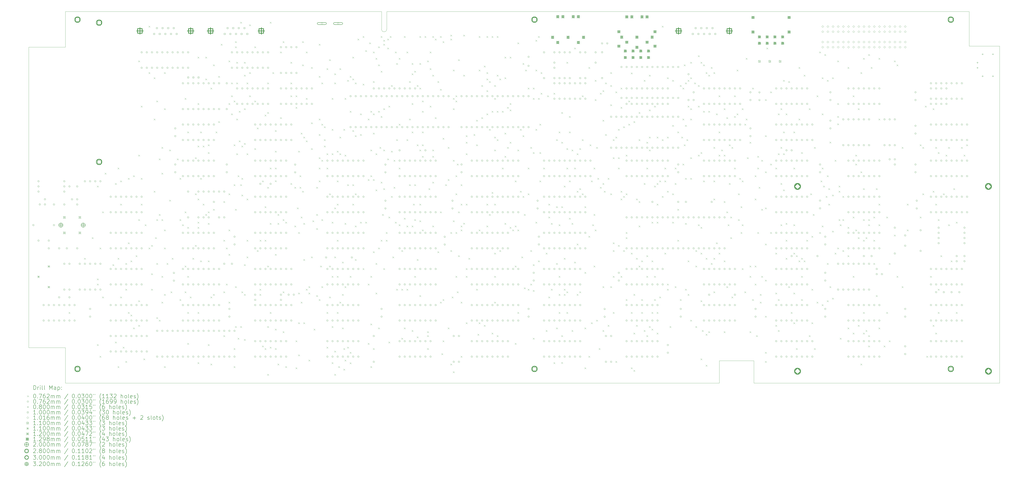
<source format=gbr>
%TF.GenerationSoftware,KiCad,Pcbnew,7.0.1-0*%
%TF.CreationDate,2023-05-17T23:08:03+03:00*%
%TF.ProjectId,HC2000,48433230-3030-42e6-9b69-6361645f7063,rev?*%
%TF.SameCoordinates,Original*%
%TF.FileFunction,Drillmap*%
%TF.FilePolarity,Positive*%
%FSLAX45Y45*%
G04 Gerber Fmt 4.5, Leading zero omitted, Abs format (unit mm)*
G04 Created by KiCad (PCBNEW 7.0.1-0) date 2023-05-17 23:08:03*
%MOMM*%
%LPD*%
G01*
G04 APERTURE LIST*
%ADD10C,0.100000*%
%ADD11C,0.200000*%
%ADD12C,0.076200*%
%ADD13C,0.080000*%
%ADD14C,0.101600*%
%ADD15C,0.110000*%
%ADD16C,0.120000*%
%ADD17C,0.129794*%
%ADD18C,0.280000*%
%ADD19C,0.300000*%
%ADD20C,0.320000*%
G04 APERTURE END LIST*
D10*
X44000000Y-27200000D02*
X44000000Y-28300000D01*
X56300000Y-11700000D02*
X56300000Y-10000000D01*
X45700000Y-28300000D02*
X45700000Y-27200000D01*
X11800000Y-26550000D02*
X10000000Y-26550000D01*
X11800000Y-28300000D02*
X44000000Y-28300000D01*
X57800000Y-11700000D02*
X57800000Y-28300000D01*
X11800000Y-11750000D02*
X10000000Y-11750000D01*
X45700000Y-27200000D02*
X44000000Y-27200000D01*
X10000000Y-11750000D02*
X10000000Y-26550000D01*
X11800000Y-10000000D02*
X11800000Y-11750000D01*
X27371000Y-10000000D02*
X27371000Y-10873000D01*
X27371000Y-10000000D02*
X11800000Y-10000000D01*
X27625000Y-10000000D02*
X56300000Y-10000000D01*
X27371000Y-10873000D02*
G75*
G03*
X27625000Y-10873000I127000J0D01*
G01*
X57800000Y-11700000D02*
X56300000Y-11700000D01*
X27625000Y-10873000D02*
X27625000Y-10000000D01*
X11800000Y-28300000D02*
X11800000Y-26550000D01*
X57800000Y-28300000D02*
X45700000Y-28300000D01*
D11*
D12*
X11965900Y-24797900D02*
X12042100Y-24874100D01*
X12042100Y-24797900D02*
X11965900Y-24874100D01*
X12727900Y-22130900D02*
X12804100Y-22207100D01*
X12804100Y-22130900D02*
X12727900Y-22207100D01*
X13108900Y-21114900D02*
X13185100Y-21191100D01*
X13185100Y-21114900D02*
X13108900Y-21191100D01*
X13362900Y-18574900D02*
X13439100Y-18651100D01*
X13439100Y-18574900D02*
X13362900Y-18651100D01*
X13362900Y-23146900D02*
X13439100Y-23223100D01*
X13439100Y-23146900D02*
X13362900Y-23223100D01*
X13362900Y-23400900D02*
X13439100Y-23477100D01*
X13439100Y-23400900D02*
X13362900Y-23477100D01*
X13362900Y-26385400D02*
X13439100Y-26461600D01*
X13439100Y-26385400D02*
X13362900Y-26461600D01*
X13489900Y-21622900D02*
X13566100Y-21699100D01*
X13566100Y-21622900D02*
X13489900Y-21699100D01*
X13489900Y-26956900D02*
X13566100Y-27033100D01*
X13566100Y-26956900D02*
X13489900Y-27033100D01*
X13616900Y-19844900D02*
X13693100Y-19921100D01*
X13693100Y-19844900D02*
X13616900Y-19921100D01*
X13616900Y-24035900D02*
X13693100Y-24112100D01*
X13693100Y-24035900D02*
X13616900Y-24112100D01*
X13743900Y-17939900D02*
X13820100Y-18016100D01*
X13820100Y-17939900D02*
X13743900Y-18016100D01*
X14124900Y-22448400D02*
X14201100Y-22524600D01*
X14201100Y-22448400D02*
X14124900Y-22524600D01*
X14251900Y-18447900D02*
X14328100Y-18524100D01*
X14328100Y-18447900D02*
X14251900Y-18524100D01*
X14251900Y-26258400D02*
X14328100Y-26334600D01*
X14328100Y-26258400D02*
X14251900Y-26334600D01*
X14378900Y-17685900D02*
X14455100Y-17762100D01*
X14455100Y-17685900D02*
X14378900Y-17762100D01*
X14378900Y-22130900D02*
X14455100Y-22207100D01*
X14455100Y-22130900D02*
X14378900Y-22207100D01*
X14378900Y-27464900D02*
X14455100Y-27541100D01*
X14455100Y-27464900D02*
X14378900Y-27541100D01*
X14505900Y-18320900D02*
X14582100Y-18397100D01*
X14582100Y-18320900D02*
X14505900Y-18397100D01*
X14505900Y-19463900D02*
X14582100Y-19540100D01*
X14582100Y-19463900D02*
X14505900Y-19540100D01*
X14505900Y-24035900D02*
X14582100Y-24112100D01*
X14582100Y-24035900D02*
X14505900Y-24112100D01*
X14632900Y-26512400D02*
X14709100Y-26588600D01*
X14709100Y-26512400D02*
X14632900Y-26588600D01*
X14759900Y-22384900D02*
X14836100Y-22461100D01*
X14836100Y-22384900D02*
X14759900Y-22461100D01*
X14759900Y-23654900D02*
X14836100Y-23731100D01*
X14836100Y-23654900D02*
X14759900Y-23731100D01*
X14759900Y-27210900D02*
X14836100Y-27287100D01*
X14836100Y-27210900D02*
X14759900Y-27287100D01*
X14886900Y-18193900D02*
X14963100Y-18270100D01*
X14963100Y-18193900D02*
X14886900Y-18270100D01*
X14886900Y-21368900D02*
X14963100Y-21445100D01*
X14963100Y-21368900D02*
X14886900Y-21445100D01*
X14886900Y-24797900D02*
X14963100Y-24874100D01*
X14963100Y-24797900D02*
X14886900Y-24874100D01*
X15013900Y-22257900D02*
X15090100Y-22334100D01*
X15090100Y-22257900D02*
X15013900Y-22334100D01*
X15013900Y-24924900D02*
X15090100Y-25001100D01*
X15090100Y-24924900D02*
X15013900Y-25001100D01*
X15140900Y-18066900D02*
X15217100Y-18143100D01*
X15217100Y-18066900D02*
X15140900Y-18143100D01*
X15140900Y-25559900D02*
X15217100Y-25636100D01*
X15217100Y-25559900D02*
X15140900Y-25636100D01*
X15267900Y-22003900D02*
X15344100Y-22080100D01*
X15344100Y-22003900D02*
X15267900Y-22080100D01*
X15394900Y-12415400D02*
X15471100Y-12491600D01*
X15471100Y-12415400D02*
X15394900Y-12491600D01*
X15394900Y-17050900D02*
X15471100Y-17127100D01*
X15471100Y-17050900D02*
X15394900Y-17127100D01*
X15394900Y-20225900D02*
X15471100Y-20302100D01*
X15471100Y-20225900D02*
X15394900Y-20302100D01*
X15394900Y-24226400D02*
X15471100Y-24302600D01*
X15471100Y-24226400D02*
X15394900Y-24302600D01*
X15394900Y-25432900D02*
X15471100Y-25509100D01*
X15471100Y-25432900D02*
X15394900Y-25509100D01*
X15521900Y-14637900D02*
X15598100Y-14714100D01*
X15598100Y-14637900D02*
X15521900Y-14714100D01*
X15521900Y-18193900D02*
X15598100Y-18270100D01*
X15598100Y-18193900D02*
X15521900Y-18270100D01*
X15521900Y-19463900D02*
X15598100Y-19540100D01*
X15598100Y-19463900D02*
X15521900Y-19540100D01*
X15648900Y-27083900D02*
X15725100Y-27160100D01*
X15725100Y-27083900D02*
X15648900Y-27160100D01*
X15712400Y-20479900D02*
X15788600Y-20556100D01*
X15788600Y-20479900D02*
X15712400Y-20556100D01*
X15902900Y-10700900D02*
X15979100Y-10777100D01*
X15979100Y-10700900D02*
X15902900Y-10777100D01*
X15902900Y-12986900D02*
X15979100Y-13063100D01*
X15979100Y-12986900D02*
X15902900Y-13063100D01*
X15902900Y-21622900D02*
X15979100Y-21699100D01*
X15979100Y-21622900D02*
X15902900Y-21699100D01*
X16029900Y-21495900D02*
X16106100Y-21572100D01*
X16106100Y-21495900D02*
X16029900Y-21572100D01*
X16029900Y-22892900D02*
X16106100Y-22969100D01*
X16106100Y-22892900D02*
X16029900Y-22969100D01*
X16029900Y-23654900D02*
X16106100Y-23731100D01*
X16106100Y-23654900D02*
X16029900Y-23731100D01*
X16156900Y-13240900D02*
X16233100Y-13317100D01*
X16233100Y-13240900D02*
X16156900Y-13317100D01*
X16156900Y-15272900D02*
X16233100Y-15349100D01*
X16233100Y-15272900D02*
X16156900Y-15349100D01*
X16156900Y-18828900D02*
X16233100Y-18905100D01*
X16233100Y-18828900D02*
X16156900Y-18905100D01*
X16220400Y-21114900D02*
X16296600Y-21191100D01*
X16296600Y-21114900D02*
X16220400Y-21191100D01*
X16283900Y-14383900D02*
X16360100Y-14460100D01*
X16360100Y-14383900D02*
X16283900Y-14460100D01*
X16283900Y-20225900D02*
X16360100Y-20302100D01*
X16360100Y-20225900D02*
X16283900Y-20302100D01*
X16283900Y-22384900D02*
X16360100Y-22461100D01*
X16360100Y-22384900D02*
X16283900Y-22461100D01*
X16283900Y-25051900D02*
X16360100Y-25128100D01*
X16360100Y-25051900D02*
X16283900Y-25128100D01*
X16410900Y-17241400D02*
X16487100Y-17317600D01*
X16487100Y-17241400D02*
X16410900Y-17317600D01*
X16410900Y-19971900D02*
X16487100Y-20048100D01*
X16487100Y-19971900D02*
X16410900Y-20048100D01*
X16410900Y-25178900D02*
X16487100Y-25255100D01*
X16487100Y-25178900D02*
X16410900Y-25255100D01*
X16537900Y-16669900D02*
X16614100Y-16746100D01*
X16614100Y-16669900D02*
X16537900Y-16746100D01*
X16537900Y-17939900D02*
X16614100Y-18016100D01*
X16614100Y-17939900D02*
X16537900Y-18016100D01*
X16537900Y-20225900D02*
X16614100Y-20302100D01*
X16614100Y-20225900D02*
X16537900Y-20302100D01*
X16537900Y-23019900D02*
X16614100Y-23096100D01*
X16614100Y-23019900D02*
X16537900Y-23096100D01*
X16537900Y-24289900D02*
X16614100Y-24366100D01*
X16614100Y-24289900D02*
X16537900Y-24366100D01*
X16664900Y-12986900D02*
X16741100Y-13063100D01*
X16741100Y-12986900D02*
X16664900Y-13063100D01*
X16664900Y-14764900D02*
X16741100Y-14841100D01*
X16741100Y-14764900D02*
X16664900Y-14841100D01*
X16664900Y-20733900D02*
X16741100Y-20810100D01*
X16741100Y-20733900D02*
X16664900Y-20810100D01*
X16664900Y-21622900D02*
X16741100Y-21699100D01*
X16741100Y-21622900D02*
X16664900Y-21699100D01*
X16664900Y-23908900D02*
X16741100Y-23985100D01*
X16741100Y-23908900D02*
X16664900Y-23985100D01*
X16664900Y-27464900D02*
X16741100Y-27541100D01*
X16741100Y-27464900D02*
X16664900Y-27541100D01*
X16791900Y-22384900D02*
X16868100Y-22461100D01*
X16868100Y-22384900D02*
X16791900Y-22461100D01*
X16918900Y-16796900D02*
X16995100Y-16873100D01*
X16995100Y-16796900D02*
X16918900Y-16873100D01*
X16918900Y-19273400D02*
X16995100Y-19349600D01*
X16995100Y-19273400D02*
X16918900Y-19349600D01*
X16982400Y-23781900D02*
X17058600Y-23858100D01*
X17058600Y-23781900D02*
X16982400Y-23858100D01*
X17045900Y-22130900D02*
X17122100Y-22207100D01*
X17122100Y-22130900D02*
X17045900Y-22207100D01*
X17299900Y-17241400D02*
X17376100Y-17317600D01*
X17376100Y-17241400D02*
X17299900Y-17317600D01*
X17426900Y-18193900D02*
X17503100Y-18270100D01*
X17503100Y-18193900D02*
X17426900Y-18270100D01*
X17426900Y-20225900D02*
X17503100Y-20302100D01*
X17503100Y-20225900D02*
X17426900Y-20302100D01*
X17426900Y-24162900D02*
X17503100Y-24239100D01*
X17503100Y-24162900D02*
X17426900Y-24239100D01*
X17553900Y-20479900D02*
X17630100Y-20556100D01*
X17630100Y-20479900D02*
X17553900Y-20556100D01*
X17680900Y-14256900D02*
X17757100Y-14333100D01*
X17757100Y-14256900D02*
X17680900Y-14333100D01*
X17680900Y-19844900D02*
X17757100Y-19921100D01*
X17757100Y-19844900D02*
X17680900Y-19921100D01*
X17680900Y-22511900D02*
X17757100Y-22588100D01*
X17757100Y-22511900D02*
X17680900Y-22588100D01*
X17680900Y-23781900D02*
X17757100Y-23858100D01*
X17757100Y-23781900D02*
X17680900Y-23858100D01*
X17807900Y-15907900D02*
X17884100Y-15984100D01*
X17884100Y-15907900D02*
X17807900Y-15984100D01*
X17807900Y-20606900D02*
X17884100Y-20683100D01*
X17884100Y-20606900D02*
X17807900Y-20683100D01*
X17807900Y-23019900D02*
X17884100Y-23096100D01*
X17884100Y-23019900D02*
X17807900Y-23096100D01*
X17807900Y-24797900D02*
X17884100Y-24874100D01*
X17884100Y-24797900D02*
X17807900Y-24874100D01*
X17807900Y-26321900D02*
X17884100Y-26398100D01*
X17884100Y-26321900D02*
X17807900Y-26398100D01*
X17934900Y-24035900D02*
X18011100Y-24112100D01*
X18011100Y-24035900D02*
X17934900Y-24112100D01*
X18061900Y-22130900D02*
X18138100Y-22207100D01*
X18138100Y-22130900D02*
X18061900Y-22207100D01*
X18188900Y-17177900D02*
X18265100Y-17254100D01*
X18265100Y-17177900D02*
X18188900Y-17254100D01*
X18188900Y-18955900D02*
X18265100Y-19032100D01*
X18265100Y-18955900D02*
X18188900Y-19032100D01*
X18188900Y-21495900D02*
X18265100Y-21572100D01*
X18265100Y-21495900D02*
X18188900Y-21572100D01*
X18315900Y-12224900D02*
X18392100Y-12301100D01*
X18392100Y-12224900D02*
X18315900Y-12301100D01*
X18315900Y-14510900D02*
X18392100Y-14587100D01*
X18392100Y-14510900D02*
X18315900Y-14587100D01*
X18315900Y-16606400D02*
X18392100Y-16682600D01*
X18392100Y-16606400D02*
X18315900Y-16682600D01*
X18315900Y-19209900D02*
X18392100Y-19286100D01*
X18392100Y-19209900D02*
X18315900Y-19286100D01*
X18315900Y-20352900D02*
X18392100Y-20429100D01*
X18392100Y-20352900D02*
X18315900Y-20429100D01*
X18315900Y-20606900D02*
X18392100Y-20683100D01*
X18392100Y-20606900D02*
X18315900Y-20683100D01*
X18315900Y-24797900D02*
X18392100Y-24874100D01*
X18392100Y-24797900D02*
X18315900Y-24874100D01*
X18315900Y-27274400D02*
X18392100Y-27350600D01*
X18392100Y-27274400D02*
X18315900Y-27350600D01*
X18442900Y-15907900D02*
X18519100Y-15984100D01*
X18519100Y-15907900D02*
X18442900Y-15984100D01*
X18442900Y-18193900D02*
X18519100Y-18270100D01*
X18519100Y-18193900D02*
X18442900Y-18270100D01*
X18442900Y-22257900D02*
X18519100Y-22334100D01*
X18519100Y-22257900D02*
X18442900Y-22334100D01*
X18569900Y-16606400D02*
X18646100Y-16682600D01*
X18646100Y-16606400D02*
X18569900Y-16682600D01*
X18569900Y-19466900D02*
X18646100Y-19543100D01*
X18646100Y-19466900D02*
X18569900Y-19543100D01*
X18696900Y-12224900D02*
X18773100Y-12301100D01*
X18773100Y-12224900D02*
X18696900Y-12301100D01*
X18696900Y-13304400D02*
X18773100Y-13380600D01*
X18773100Y-13304400D02*
X18696900Y-13380600D01*
X18696900Y-19971900D02*
X18773100Y-20048100D01*
X18773100Y-19971900D02*
X18696900Y-20048100D01*
X18823900Y-16542900D02*
X18900100Y-16619100D01*
X18900100Y-16542900D02*
X18823900Y-16619100D01*
X18823900Y-16923900D02*
X18900100Y-17000100D01*
X18900100Y-16923900D02*
X18823900Y-17000100D01*
X18823900Y-19844900D02*
X18900100Y-19921100D01*
X18900100Y-19844900D02*
X18823900Y-19921100D01*
X18823900Y-20416400D02*
X18900100Y-20492600D01*
X18900100Y-20416400D02*
X18823900Y-20492600D01*
X18823900Y-22257900D02*
X18900100Y-22334100D01*
X18900100Y-22257900D02*
X18823900Y-22334100D01*
X18823900Y-26385400D02*
X18900100Y-26461600D01*
X18900100Y-26385400D02*
X18823900Y-26461600D01*
X18950900Y-13748900D02*
X19027100Y-13825100D01*
X19027100Y-13748900D02*
X18950900Y-13825100D01*
X18950900Y-24035900D02*
X19027100Y-24112100D01*
X19027100Y-24035900D02*
X18950900Y-24112100D01*
X18950900Y-27337900D02*
X19027100Y-27414100D01*
X19027100Y-27337900D02*
X18950900Y-27414100D01*
X19077900Y-12605900D02*
X19154100Y-12682100D01*
X19154100Y-12605900D02*
X19077900Y-12682100D01*
X19077900Y-19717900D02*
X19154100Y-19794100D01*
X19154100Y-19717900D02*
X19077900Y-19794100D01*
X19077900Y-23908900D02*
X19154100Y-23985100D01*
X19154100Y-23908900D02*
X19077900Y-23985100D01*
X19204900Y-15907900D02*
X19281100Y-15984100D01*
X19281100Y-15907900D02*
X19204900Y-15984100D01*
X19331900Y-13177400D02*
X19408100Y-13253600D01*
X19408100Y-13177400D02*
X19331900Y-13253600D01*
X19331900Y-15399900D02*
X19408100Y-15476100D01*
X19408100Y-15399900D02*
X19331900Y-15476100D01*
X19458900Y-11589900D02*
X19535100Y-11666100D01*
X19535100Y-11589900D02*
X19458900Y-11666100D01*
X19585900Y-19336900D02*
X19662100Y-19413100D01*
X19662100Y-19336900D02*
X19585900Y-19413100D01*
X19585900Y-21241900D02*
X19662100Y-21318100D01*
X19662100Y-21241900D02*
X19585900Y-21318100D01*
X19585900Y-23781900D02*
X19662100Y-23858100D01*
X19662100Y-23781900D02*
X19585900Y-23858100D01*
X19585900Y-25940900D02*
X19662100Y-26017100D01*
X19662100Y-25940900D02*
X19585900Y-26017100D01*
X19712900Y-21622900D02*
X19789100Y-21699100D01*
X19789100Y-21622900D02*
X19712900Y-21699100D01*
X19712900Y-23400900D02*
X19789100Y-23477100D01*
X19789100Y-23400900D02*
X19712900Y-23477100D01*
X19839900Y-12415400D02*
X19916100Y-12491600D01*
X19916100Y-12415400D02*
X19839900Y-12491600D01*
X19839900Y-14510900D02*
X19916100Y-14587100D01*
X19916100Y-14510900D02*
X19839900Y-14587100D01*
X19839900Y-18955900D02*
X19916100Y-19032100D01*
X19916100Y-18955900D02*
X19839900Y-19032100D01*
X19839900Y-20733900D02*
X19916100Y-20810100D01*
X19916100Y-20733900D02*
X19839900Y-20810100D01*
X19839900Y-21940400D02*
X19916100Y-22016600D01*
X19916100Y-21940400D02*
X19839900Y-22016600D01*
X19839900Y-24289900D02*
X19916100Y-24366100D01*
X19916100Y-24289900D02*
X19839900Y-24366100D01*
X19966900Y-13494900D02*
X20043100Y-13571100D01*
X20043100Y-13494900D02*
X19966900Y-13571100D01*
X19966900Y-14129900D02*
X20043100Y-14206100D01*
X20043100Y-14129900D02*
X19966900Y-14206100D01*
X19966900Y-15018900D02*
X20043100Y-15095100D01*
X20043100Y-15018900D02*
X19966900Y-15095100D01*
X20093900Y-14383900D02*
X20170100Y-14460100D01*
X20170100Y-14383900D02*
X20093900Y-14460100D01*
X20093900Y-16542900D02*
X20170100Y-16619100D01*
X20170100Y-16542900D02*
X20093900Y-16619100D01*
X20093900Y-18511400D02*
X20170100Y-18587600D01*
X20170100Y-18511400D02*
X20093900Y-18587600D01*
X20093900Y-26575900D02*
X20170100Y-26652100D01*
X20170100Y-26575900D02*
X20093900Y-26652100D01*
X20093900Y-27464900D02*
X20170100Y-27541100D01*
X20170100Y-27464900D02*
X20093900Y-27541100D01*
X20157400Y-11462900D02*
X20233600Y-11539100D01*
X20233600Y-11462900D02*
X20157400Y-11539100D01*
X20157400Y-11716900D02*
X20233600Y-11793100D01*
X20233600Y-11716900D02*
X20157400Y-11793100D01*
X20157400Y-19717900D02*
X20233600Y-19794100D01*
X20233600Y-19717900D02*
X20157400Y-19794100D01*
X20157400Y-23527900D02*
X20233600Y-23604100D01*
X20233600Y-23527900D02*
X20157400Y-23604100D01*
X20157400Y-25496400D02*
X20233600Y-25572600D01*
X20233600Y-25496400D02*
X20157400Y-25572600D01*
X20220900Y-12478900D02*
X20297100Y-12555100D01*
X20297100Y-12478900D02*
X20220900Y-12555100D01*
X20220900Y-13494900D02*
X20297100Y-13571100D01*
X20297100Y-13494900D02*
X20220900Y-13571100D01*
X20220900Y-15272900D02*
X20297100Y-15349100D01*
X20297100Y-15272900D02*
X20220900Y-15349100D01*
X20220900Y-16987400D02*
X20297100Y-17063600D01*
X20297100Y-16987400D02*
X20220900Y-17063600D01*
X20284400Y-18066900D02*
X20360600Y-18143100D01*
X20360600Y-18066900D02*
X20284400Y-18143100D01*
X20284400Y-26067900D02*
X20360600Y-26144100D01*
X20360600Y-26067900D02*
X20284400Y-26144100D01*
X20347900Y-14891900D02*
X20424100Y-14968100D01*
X20424100Y-14891900D02*
X20347900Y-14968100D01*
X20347900Y-16352400D02*
X20424100Y-16428600D01*
X20424100Y-16352400D02*
X20347900Y-16428600D01*
X20411400Y-10510400D02*
X20487600Y-10586600D01*
X20487600Y-10510400D02*
X20411400Y-10586600D01*
X20411400Y-18511400D02*
X20487600Y-18587600D01*
X20487600Y-18511400D02*
X20411400Y-18587600D01*
X20411400Y-25496400D02*
X20487600Y-25572600D01*
X20487600Y-25496400D02*
X20411400Y-25572600D01*
X20474900Y-16606400D02*
X20551100Y-16682600D01*
X20551100Y-16606400D02*
X20474900Y-16682600D01*
X20474900Y-18193900D02*
X20551100Y-18270100D01*
X20551100Y-18193900D02*
X20474900Y-18270100D01*
X20474900Y-19019400D02*
X20551100Y-19095600D01*
X20551100Y-19019400D02*
X20474900Y-19095600D01*
X20474900Y-23781900D02*
X20551100Y-23858100D01*
X20551100Y-23781900D02*
X20474900Y-23858100D01*
X20601900Y-12478900D02*
X20678100Y-12555100D01*
X20678100Y-12478900D02*
X20601900Y-12555100D01*
X20601900Y-13113900D02*
X20678100Y-13190100D01*
X20678100Y-13113900D02*
X20601900Y-13190100D01*
X20601900Y-14764900D02*
X20678100Y-14841100D01*
X20678100Y-14764900D02*
X20601900Y-14841100D01*
X20601900Y-16479400D02*
X20678100Y-16555600D01*
X20678100Y-16479400D02*
X20601900Y-16555600D01*
X20601900Y-22448400D02*
X20678100Y-22524600D01*
X20678100Y-22448400D02*
X20601900Y-22524600D01*
X20601900Y-23908900D02*
X20678100Y-23985100D01*
X20678100Y-23908900D02*
X20601900Y-23985100D01*
X20601900Y-26131400D02*
X20678100Y-26207600D01*
X20678100Y-26131400D02*
X20601900Y-26207600D01*
X20728900Y-13494900D02*
X20805100Y-13571100D01*
X20805100Y-13494900D02*
X20728900Y-13571100D01*
X20728900Y-16987400D02*
X20805100Y-17063600D01*
X20805100Y-16987400D02*
X20728900Y-17063600D01*
X20728900Y-19209900D02*
X20805100Y-19286100D01*
X20805100Y-19209900D02*
X20728900Y-19286100D01*
X20728900Y-21241900D02*
X20805100Y-21318100D01*
X20805100Y-21241900D02*
X20728900Y-21318100D01*
X20728900Y-22067400D02*
X20805100Y-22143600D01*
X20805100Y-22067400D02*
X20728900Y-22143600D01*
X20855900Y-10637400D02*
X20932100Y-10713600D01*
X20932100Y-10637400D02*
X20855900Y-10713600D01*
X20855900Y-12986900D02*
X20932100Y-13063100D01*
X20932100Y-12986900D02*
X20855900Y-13063100D01*
X20855900Y-14129900D02*
X20932100Y-14206100D01*
X20932100Y-14129900D02*
X20855900Y-14206100D01*
X21109900Y-11716900D02*
X21186100Y-11793100D01*
X21186100Y-11716900D02*
X21109900Y-11793100D01*
X21109900Y-14383900D02*
X21186100Y-14460100D01*
X21186100Y-14383900D02*
X21109900Y-14460100D01*
X21109900Y-16733400D02*
X21186100Y-16809600D01*
X21186100Y-16733400D02*
X21109900Y-16809600D01*
X21236900Y-15717400D02*
X21313100Y-15793600D01*
X21313100Y-15717400D02*
X21236900Y-15793600D01*
X21236900Y-21749900D02*
X21313100Y-21826100D01*
X21313100Y-21749900D02*
X21236900Y-21826100D01*
X21363900Y-23654900D02*
X21440100Y-23731100D01*
X21440100Y-23654900D02*
X21363900Y-23731100D01*
X21363900Y-23908900D02*
X21440100Y-23985100D01*
X21440100Y-23908900D02*
X21363900Y-23985100D01*
X21365900Y-21241900D02*
X21442100Y-21318100D01*
X21442100Y-21241900D02*
X21365900Y-21318100D01*
X21490900Y-18320900D02*
X21567100Y-18397100D01*
X21567100Y-18320900D02*
X21490900Y-18397100D01*
X21490900Y-26448900D02*
X21567100Y-26525100D01*
X21567100Y-26448900D02*
X21490900Y-26525100D01*
X21617900Y-15082400D02*
X21694100Y-15158600D01*
X21694100Y-15082400D02*
X21617900Y-15158600D01*
X21617900Y-19590900D02*
X21694100Y-19667100D01*
X21694100Y-19590900D02*
X21617900Y-19667100D01*
X21617900Y-21241900D02*
X21694100Y-21318100D01*
X21694100Y-21241900D02*
X21617900Y-21318100D01*
X21617900Y-26575900D02*
X21694100Y-26652100D01*
X21694100Y-26575900D02*
X21617900Y-26652100D01*
X21744900Y-13494900D02*
X21821100Y-13571100D01*
X21821100Y-13494900D02*
X21744900Y-13571100D01*
X21744900Y-14955400D02*
X21821100Y-15031600D01*
X21821100Y-14955400D02*
X21744900Y-15031600D01*
X21744900Y-18638400D02*
X21821100Y-18714600D01*
X21821100Y-18638400D02*
X21744900Y-18714600D01*
X21744900Y-22511900D02*
X21821100Y-22588100D01*
X21821100Y-22511900D02*
X21744900Y-22588100D01*
X21744900Y-25496400D02*
X21821100Y-25572600D01*
X21821100Y-25496400D02*
X21744900Y-25572600D01*
X21744900Y-27845900D02*
X21821100Y-27922100D01*
X21821100Y-27845900D02*
X21744900Y-27922100D01*
X21871900Y-10510400D02*
X21948100Y-10586600D01*
X21948100Y-10510400D02*
X21871900Y-10586600D01*
X21871900Y-17685900D02*
X21948100Y-17762100D01*
X21948100Y-17685900D02*
X21871900Y-17762100D01*
X21871900Y-20416400D02*
X21948100Y-20492600D01*
X21948100Y-20416400D02*
X21871900Y-20492600D01*
X21871900Y-24797900D02*
X21948100Y-24874100D01*
X21948100Y-24797900D02*
X21871900Y-24874100D01*
X21871900Y-26512400D02*
X21948100Y-26588600D01*
X21948100Y-26512400D02*
X21871900Y-26588600D01*
X21998900Y-12986900D02*
X22075100Y-13063100D01*
X22075100Y-12986900D02*
X21998900Y-13063100D01*
X22125900Y-15844400D02*
X22202100Y-15920600D01*
X22202100Y-15844400D02*
X22125900Y-15920600D01*
X22125900Y-16860400D02*
X22202100Y-16936600D01*
X22202100Y-16860400D02*
X22125900Y-16936600D01*
X22125900Y-17685900D02*
X22202100Y-17762100D01*
X22202100Y-17685900D02*
X22125900Y-17762100D01*
X22125900Y-18317775D02*
X22202100Y-18393975D01*
X22202100Y-18317775D02*
X22125900Y-18393975D01*
X22125900Y-21940400D02*
X22202100Y-22016600D01*
X22202100Y-21940400D02*
X22125900Y-22016600D01*
X22125900Y-25623400D02*
X22202100Y-25699600D01*
X22202100Y-25623400D02*
X22125900Y-25699600D01*
X22125900Y-26575900D02*
X22202100Y-26652100D01*
X22202100Y-26575900D02*
X22125900Y-26652100D01*
X22252900Y-19971900D02*
X22329100Y-20048100D01*
X22329100Y-19971900D02*
X22252900Y-20048100D01*
X22252900Y-20416400D02*
X22329100Y-20492600D01*
X22329100Y-20416400D02*
X22252900Y-20492600D01*
X22252900Y-27337900D02*
X22329100Y-27414100D01*
X22329100Y-27337900D02*
X22252900Y-27414100D01*
X22379900Y-11970900D02*
X22456100Y-12047100D01*
X22456100Y-11970900D02*
X22379900Y-12047100D01*
X22379900Y-15209400D02*
X22456100Y-15285600D01*
X22456100Y-15209400D02*
X22379900Y-15285600D01*
X22506900Y-11462900D02*
X22583100Y-11539100D01*
X22583100Y-11462900D02*
X22506900Y-11539100D01*
X22506900Y-20225900D02*
X22583100Y-20302100D01*
X22583100Y-20225900D02*
X22506900Y-20302100D01*
X22506900Y-23781900D02*
X22583100Y-23858100D01*
X22583100Y-23781900D02*
X22506900Y-23858100D01*
X22506900Y-25750400D02*
X22583100Y-25826600D01*
X22583100Y-25750400D02*
X22506900Y-25826600D01*
X22633900Y-20352900D02*
X22710100Y-20429100D01*
X22710100Y-20352900D02*
X22633900Y-20429100D01*
X22633900Y-27464900D02*
X22710100Y-27541100D01*
X22710100Y-27464900D02*
X22633900Y-27541100D01*
X22887900Y-12478900D02*
X22964100Y-12555100D01*
X22964100Y-12478900D02*
X22887900Y-12555100D01*
X22887900Y-13494900D02*
X22964100Y-13571100D01*
X22964100Y-13494900D02*
X22887900Y-13571100D01*
X22887900Y-14129900D02*
X22964100Y-14206100D01*
X22964100Y-14129900D02*
X22887900Y-14206100D01*
X22887900Y-18447900D02*
X22964100Y-18524100D01*
X22964100Y-18447900D02*
X22887900Y-18524100D01*
X23078400Y-18638400D02*
X23154600Y-18714600D01*
X23154600Y-18638400D02*
X23078400Y-18714600D01*
X23078400Y-20543400D02*
X23154600Y-20619600D01*
X23154600Y-20543400D02*
X23078400Y-20619600D01*
X23141900Y-14129900D02*
X23218100Y-14206100D01*
X23218100Y-14129900D02*
X23141900Y-14206100D01*
X23141900Y-14701400D02*
X23218100Y-14777600D01*
X23218100Y-14701400D02*
X23141900Y-14777600D01*
X23141900Y-26194900D02*
X23218100Y-26271100D01*
X23218100Y-26194900D02*
X23141900Y-26271100D01*
X23141900Y-27528400D02*
X23218100Y-27604600D01*
X23218100Y-27528400D02*
X23141900Y-27604600D01*
X23205400Y-19654400D02*
X23281600Y-19730600D01*
X23281600Y-19654400D02*
X23205400Y-19730600D01*
X23268900Y-16860400D02*
X23345100Y-16936600D01*
X23345100Y-16860400D02*
X23268900Y-16936600D01*
X23268900Y-20860900D02*
X23345100Y-20937100D01*
X23345100Y-20860900D02*
X23268900Y-20937100D01*
X23268900Y-23845400D02*
X23345100Y-23921600D01*
X23345100Y-23845400D02*
X23268900Y-23921600D01*
X23268900Y-25305900D02*
X23345100Y-25382100D01*
X23345100Y-25305900D02*
X23268900Y-25382100D01*
X23268900Y-26893400D02*
X23345100Y-26969600D01*
X23345100Y-26893400D02*
X23268900Y-26969600D01*
X23332400Y-18066900D02*
X23408600Y-18143100D01*
X23408600Y-18066900D02*
X23332400Y-18143100D01*
X23332400Y-18638400D02*
X23408600Y-18714600D01*
X23408600Y-18638400D02*
X23332400Y-18714600D01*
X23395900Y-15971400D02*
X23472100Y-16047600D01*
X23472100Y-15971400D02*
X23395900Y-16047600D01*
X23395900Y-20098900D02*
X23472100Y-20175100D01*
X23472100Y-20098900D02*
X23395900Y-20175100D01*
X23395900Y-24289900D02*
X23472100Y-24366100D01*
X23472100Y-24289900D02*
X23395900Y-24366100D01*
X23459400Y-11462900D02*
X23535600Y-11539100D01*
X23535600Y-11462900D02*
X23459400Y-11539100D01*
X23459400Y-12605900D02*
X23535600Y-12682100D01*
X23535600Y-12605900D02*
X23459400Y-12682100D01*
X23459400Y-18828900D02*
X23535600Y-18905100D01*
X23535600Y-18828900D02*
X23459400Y-18905100D01*
X23522900Y-16161900D02*
X23599100Y-16238100D01*
X23599100Y-16161900D02*
X23522900Y-16238100D01*
X23522900Y-20416400D02*
X23599100Y-20492600D01*
X23599100Y-20416400D02*
X23522900Y-20492600D01*
X23522900Y-22194400D02*
X23599100Y-22270600D01*
X23599100Y-22194400D02*
X23522900Y-22270600D01*
X23522900Y-25305900D02*
X23599100Y-25382100D01*
X23599100Y-25305900D02*
X23522900Y-25382100D01*
X23649900Y-11970900D02*
X23726100Y-12047100D01*
X23726100Y-11970900D02*
X23649900Y-12047100D01*
X23649900Y-14256900D02*
X23726100Y-14333100D01*
X23726100Y-14256900D02*
X23649900Y-14333100D01*
X23649900Y-16352400D02*
X23726100Y-16428600D01*
X23726100Y-16352400D02*
X23649900Y-16428600D01*
X23649900Y-23654900D02*
X23726100Y-23731100D01*
X23726100Y-23654900D02*
X23649900Y-23731100D01*
X23776900Y-23527900D02*
X23853100Y-23604100D01*
X23853100Y-23527900D02*
X23776900Y-23604100D01*
X23776900Y-23845400D02*
X23853100Y-23921600D01*
X23853100Y-23845400D02*
X23776900Y-23921600D01*
X23776900Y-27147400D02*
X23853100Y-27223600D01*
X23853100Y-27147400D02*
X23776900Y-27223600D01*
X23903900Y-12732900D02*
X23980100Y-12809100D01*
X23980100Y-12732900D02*
X23903900Y-12809100D01*
X23903900Y-15463400D02*
X23980100Y-15539600D01*
X23980100Y-15463400D02*
X23903900Y-15539600D01*
X23903900Y-16733400D02*
X23980100Y-16809600D01*
X23980100Y-16733400D02*
X23903900Y-16809600D01*
X23903900Y-22067400D02*
X23980100Y-22143600D01*
X23980100Y-22067400D02*
X23903900Y-22143600D01*
X23967400Y-20289400D02*
X24043600Y-20365600D01*
X24043600Y-20289400D02*
X23967400Y-20365600D01*
X24030900Y-25623400D02*
X24107100Y-25699600D01*
X24107100Y-25623400D02*
X24030900Y-25699600D01*
X24157900Y-18638400D02*
X24234100Y-18714600D01*
X24234100Y-18638400D02*
X24157900Y-18714600D01*
X24157900Y-19971900D02*
X24234100Y-20048100D01*
X24234100Y-19971900D02*
X24157900Y-20048100D01*
X24157900Y-20670400D02*
X24234100Y-20746600D01*
X24234100Y-20670400D02*
X24157900Y-20746600D01*
X24157900Y-23972400D02*
X24234100Y-24048600D01*
X24234100Y-23972400D02*
X24157900Y-24048600D01*
X24284900Y-11589900D02*
X24361100Y-11666100D01*
X24361100Y-11589900D02*
X24284900Y-11666100D01*
X24284900Y-13177400D02*
X24361100Y-13253600D01*
X24361100Y-13177400D02*
X24284900Y-13253600D01*
X24284900Y-15272900D02*
X24361100Y-15349100D01*
X24361100Y-15272900D02*
X24284900Y-15349100D01*
X24284900Y-16034900D02*
X24361100Y-16111100D01*
X24361100Y-16034900D02*
X24284900Y-16111100D01*
X24284900Y-17177900D02*
X24361100Y-17254100D01*
X24361100Y-17177900D02*
X24284900Y-17254100D01*
X24284900Y-17685900D02*
X24361100Y-17762100D01*
X24361100Y-17685900D02*
X24284900Y-17762100D01*
X24284900Y-18320900D02*
X24361100Y-18397100D01*
X24361100Y-18320900D02*
X24284900Y-18397100D01*
X24284900Y-24162900D02*
X24361100Y-24239100D01*
X24361100Y-24162900D02*
X24284900Y-24239100D01*
X24348400Y-22511900D02*
X24424600Y-22588100D01*
X24424600Y-22511900D02*
X24348400Y-22588100D01*
X24411900Y-13494900D02*
X24488100Y-13571100D01*
X24488100Y-13494900D02*
X24411900Y-13571100D01*
X24411900Y-15526900D02*
X24488100Y-15603100D01*
X24488100Y-15526900D02*
X24411900Y-15603100D01*
X24411900Y-17304900D02*
X24488100Y-17381100D01*
X24488100Y-17304900D02*
X24411900Y-17381100D01*
X24411900Y-20225900D02*
X24488100Y-20302100D01*
X24488100Y-20225900D02*
X24411900Y-20302100D01*
X24411900Y-23527900D02*
X24488100Y-23604100D01*
X24488100Y-23527900D02*
X24411900Y-23604100D01*
X24538900Y-15653900D02*
X24615100Y-15730100D01*
X24615100Y-15653900D02*
X24538900Y-15730100D01*
X24538900Y-16288900D02*
X24615100Y-16365100D01*
X24615100Y-16288900D02*
X24538900Y-16365100D01*
X24538900Y-16606400D02*
X24615100Y-16682600D01*
X24615100Y-16606400D02*
X24538900Y-16682600D01*
X24665900Y-12796400D02*
X24742100Y-12872600D01*
X24742100Y-12796400D02*
X24665900Y-12872600D01*
X24665900Y-16987400D02*
X24742100Y-17063600D01*
X24742100Y-16987400D02*
X24665900Y-17063600D01*
X24665900Y-17685900D02*
X24742100Y-17762100D01*
X24742100Y-17685900D02*
X24665900Y-17762100D01*
X24665900Y-24797900D02*
X24742100Y-24874100D01*
X24742100Y-24797900D02*
X24665900Y-24874100D01*
X24665900Y-26512400D02*
X24742100Y-26588600D01*
X24742100Y-26512400D02*
X24665900Y-26588600D01*
X24792900Y-12351900D02*
X24869100Y-12428100D01*
X24869100Y-12351900D02*
X24792900Y-12428100D01*
X24792900Y-18955900D02*
X24869100Y-19032100D01*
X24869100Y-18955900D02*
X24792900Y-19032100D01*
X24792900Y-22511900D02*
X24869100Y-22588100D01*
X24869100Y-22511900D02*
X24792900Y-22588100D01*
X24792900Y-24035900D02*
X24869100Y-24112100D01*
X24869100Y-24035900D02*
X24792900Y-24112100D01*
X24919900Y-14256900D02*
X24996100Y-14333100D01*
X24996100Y-14256900D02*
X24919900Y-14333100D01*
X24919900Y-15780900D02*
X24996100Y-15857100D01*
X24996100Y-15780900D02*
X24919900Y-15857100D01*
X24919900Y-16987400D02*
X24996100Y-17063600D01*
X24996100Y-16987400D02*
X24919900Y-17063600D01*
X24919900Y-20352900D02*
X24996100Y-20429100D01*
X24996100Y-20352900D02*
X24919900Y-20429100D01*
X24919900Y-23019900D02*
X24996100Y-23096100D01*
X24996100Y-23019900D02*
X24919900Y-23096100D01*
X24919900Y-25496400D02*
X24996100Y-25572600D01*
X24996100Y-25496400D02*
X24919900Y-25572600D01*
X24919900Y-27271900D02*
X24996100Y-27348100D01*
X24996100Y-27271900D02*
X24919900Y-27348100D01*
X25046900Y-13050400D02*
X25123100Y-13126600D01*
X25123100Y-13050400D02*
X25046900Y-13126600D01*
X25046900Y-13494900D02*
X25123100Y-13571100D01*
X25123100Y-13494900D02*
X25046900Y-13571100D01*
X25046900Y-19654400D02*
X25123100Y-19730600D01*
X25123100Y-19654400D02*
X25046900Y-19730600D01*
X25046900Y-22067400D02*
X25123100Y-22143600D01*
X25123100Y-22067400D02*
X25046900Y-22143600D01*
X25046900Y-26702900D02*
X25123100Y-26779100D01*
X25123100Y-26702900D02*
X25046900Y-26779100D01*
X25046900Y-27845900D02*
X25123100Y-27922100D01*
X25123100Y-27845900D02*
X25046900Y-27922100D01*
X25172900Y-21241900D02*
X25249100Y-21318100D01*
X25249100Y-21241900D02*
X25172900Y-21318100D01*
X25173900Y-16860400D02*
X25250100Y-16936600D01*
X25250100Y-16860400D02*
X25173900Y-16936600D01*
X25173900Y-18320900D02*
X25250100Y-18397100D01*
X25250100Y-18320900D02*
X25173900Y-18397100D01*
X25173900Y-19463900D02*
X25250100Y-19540100D01*
X25250100Y-19463900D02*
X25173900Y-19540100D01*
X25173900Y-23019900D02*
X25250100Y-23096100D01*
X25250100Y-23019900D02*
X25173900Y-23096100D01*
X25173900Y-24797900D02*
X25250100Y-24874100D01*
X25250100Y-24797900D02*
X25173900Y-24874100D01*
X25237400Y-27464900D02*
X25313600Y-27541100D01*
X25313600Y-27464900D02*
X25237400Y-27541100D01*
X25300900Y-12796400D02*
X25377100Y-12872600D01*
X25377100Y-12796400D02*
X25300900Y-12872600D01*
X25300900Y-16161900D02*
X25377100Y-16238100D01*
X25377100Y-16161900D02*
X25300900Y-16238100D01*
X25300900Y-16987400D02*
X25377100Y-17063600D01*
X25377100Y-16987400D02*
X25300900Y-17063600D01*
X25300900Y-24289900D02*
X25377100Y-24366100D01*
X25377100Y-24289900D02*
X25300900Y-24366100D01*
X25427900Y-22321400D02*
X25504100Y-22397600D01*
X25504100Y-22321400D02*
X25427900Y-22397600D01*
X25427900Y-23908900D02*
X25504100Y-23985100D01*
X25504100Y-23908900D02*
X25427900Y-23985100D01*
X25427900Y-25559900D02*
X25504100Y-25636100D01*
X25504100Y-25559900D02*
X25427900Y-25636100D01*
X25491400Y-15780900D02*
X25567600Y-15857100D01*
X25567600Y-15780900D02*
X25491400Y-15857100D01*
X25491400Y-26575900D02*
X25567600Y-26652100D01*
X25567600Y-26575900D02*
X25491400Y-26652100D01*
X25491400Y-27591900D02*
X25567600Y-27668100D01*
X25567600Y-27591900D02*
X25491400Y-27668100D01*
X25554900Y-14256900D02*
X25631100Y-14333100D01*
X25631100Y-14256900D02*
X25554900Y-14333100D01*
X25554900Y-17050900D02*
X25631100Y-17127100D01*
X25631100Y-17050900D02*
X25554900Y-17127100D01*
X25554900Y-20416400D02*
X25631100Y-20492600D01*
X25631100Y-20416400D02*
X25554900Y-20492600D01*
X25554900Y-23527900D02*
X25631100Y-23604100D01*
X25631100Y-23527900D02*
X25554900Y-23604100D01*
X25554900Y-27147400D02*
X25631100Y-27223600D01*
X25631100Y-27147400D02*
X25554900Y-27223600D01*
X25681900Y-13367900D02*
X25758100Y-13444100D01*
X25758100Y-13367900D02*
X25681900Y-13444100D01*
X25681900Y-18511400D02*
X25758100Y-18587600D01*
X25758100Y-18511400D02*
X25681900Y-18587600D01*
X25681900Y-26512400D02*
X25758100Y-26588600D01*
X25758100Y-26512400D02*
X25681900Y-26588600D01*
X25808900Y-13177400D02*
X25885100Y-13253600D01*
X25885100Y-13177400D02*
X25808900Y-13253600D01*
X25808900Y-14891900D02*
X25885100Y-14968100D01*
X25885100Y-14891900D02*
X25808900Y-14968100D01*
X25808900Y-23019900D02*
X25885100Y-23096100D01*
X25885100Y-23019900D02*
X25808900Y-23096100D01*
X25808900Y-26766400D02*
X25885100Y-26842600D01*
X25885100Y-26766400D02*
X25808900Y-26842600D01*
X25808900Y-27278900D02*
X25885100Y-27355100D01*
X25885100Y-27278900D02*
X25808900Y-27355100D01*
X25935900Y-12224900D02*
X26012100Y-12301100D01*
X26012100Y-12224900D02*
X25935900Y-12301100D01*
X25935900Y-13304400D02*
X26012100Y-13380600D01*
X26012100Y-13304400D02*
X25935900Y-13380600D01*
X25935900Y-15844400D02*
X26012100Y-15920600D01*
X26012100Y-15844400D02*
X25935900Y-15920600D01*
X25935900Y-18511400D02*
X26012100Y-18587600D01*
X26012100Y-18511400D02*
X25935900Y-18587600D01*
X25935900Y-19463900D02*
X26012100Y-19540100D01*
X26012100Y-19463900D02*
X25935900Y-19540100D01*
X26062900Y-13494900D02*
X26139100Y-13571100D01*
X26139100Y-13494900D02*
X26062900Y-13571100D01*
X26062900Y-16098400D02*
X26139100Y-16174600D01*
X26139100Y-16098400D02*
X26062900Y-16174600D01*
X26062900Y-18955900D02*
X26139100Y-19032100D01*
X26139100Y-18955900D02*
X26062900Y-19032100D01*
X26062900Y-20543400D02*
X26139100Y-20619600D01*
X26139100Y-20543400D02*
X26062900Y-20619600D01*
X26062900Y-22194400D02*
X26139100Y-22270600D01*
X26139100Y-22194400D02*
X26062900Y-22270600D01*
X26189900Y-11335900D02*
X26266100Y-11412100D01*
X26266100Y-11335900D02*
X26189900Y-11412100D01*
X26316900Y-15018900D02*
X26393100Y-15095100D01*
X26393100Y-15018900D02*
X26316900Y-15095100D01*
X26316900Y-16034900D02*
X26393100Y-16111100D01*
X26393100Y-16034900D02*
X26316900Y-16111100D01*
X26316900Y-20352900D02*
X26393100Y-20429100D01*
X26393100Y-20352900D02*
X26316900Y-20429100D01*
X26443900Y-11208900D02*
X26520100Y-11285100D01*
X26520100Y-11208900D02*
X26443900Y-11285100D01*
X26443900Y-13558400D02*
X26520100Y-13634600D01*
X26520100Y-13558400D02*
X26443900Y-13634600D01*
X26443900Y-22638900D02*
X26520100Y-22715100D01*
X26520100Y-22638900D02*
X26443900Y-22715100D01*
X26570900Y-11907400D02*
X26647100Y-11983600D01*
X26647100Y-11907400D02*
X26570900Y-11983600D01*
X26570900Y-20352900D02*
X26647100Y-20429100D01*
X26647100Y-20352900D02*
X26570900Y-20429100D01*
X26697900Y-15272900D02*
X26774100Y-15349100D01*
X26774100Y-15272900D02*
X26697900Y-15349100D01*
X26697900Y-18257400D02*
X26774100Y-18333600D01*
X26774100Y-18257400D02*
X26697900Y-18333600D01*
X26697900Y-23400900D02*
X26774100Y-23477100D01*
X26774100Y-23400900D02*
X26697900Y-23477100D01*
X26697900Y-26321900D02*
X26774100Y-26398100D01*
X26774100Y-26321900D02*
X26697900Y-26398100D01*
X26761400Y-11526400D02*
X26837600Y-11602600D01*
X26837600Y-11526400D02*
X26761400Y-11602600D01*
X26824900Y-14891900D02*
X26901100Y-14968100D01*
X26901100Y-14891900D02*
X26824900Y-14968100D01*
X26824900Y-16796900D02*
X26901100Y-16873100D01*
X26901100Y-16796900D02*
X26824900Y-16873100D01*
X26824900Y-18066900D02*
X26901100Y-18143100D01*
X26901100Y-18066900D02*
X26824900Y-18143100D01*
X26824900Y-23019900D02*
X26901100Y-23096100D01*
X26901100Y-23019900D02*
X26824900Y-23096100D01*
X26824900Y-25369400D02*
X26901100Y-25445600D01*
X26901100Y-25369400D02*
X26824900Y-25445600D01*
X26824900Y-27464900D02*
X26901100Y-27541100D01*
X26901100Y-27464900D02*
X26824900Y-27541100D01*
X26951900Y-11970900D02*
X27028100Y-12047100D01*
X27028100Y-11970900D02*
X26951900Y-12047100D01*
X26951900Y-13431400D02*
X27028100Y-13507600D01*
X27028100Y-13431400D02*
X26951900Y-13507600D01*
X26951900Y-15018900D02*
X27028100Y-15095100D01*
X27028100Y-15018900D02*
X26951900Y-15095100D01*
X26951900Y-15971400D02*
X27028100Y-16047600D01*
X27028100Y-15971400D02*
X26951900Y-16047600D01*
X26951900Y-18257400D02*
X27028100Y-18333600D01*
X27028100Y-18257400D02*
X26951900Y-18333600D01*
X26951900Y-21813400D02*
X27028100Y-21889600D01*
X27028100Y-21813400D02*
X26951900Y-21889600D01*
X26951900Y-26575900D02*
X27028100Y-26652100D01*
X27028100Y-26575900D02*
X26951900Y-26652100D01*
X27078900Y-12288400D02*
X27155100Y-12364600D01*
X27155100Y-12288400D02*
X27078900Y-12364600D01*
X27078900Y-16987400D02*
X27155100Y-17063600D01*
X27155100Y-16987400D02*
X27078900Y-17063600D01*
X27078900Y-18765400D02*
X27155100Y-18841600D01*
X27155100Y-18765400D02*
X27078900Y-18841600D01*
X27078900Y-22384900D02*
X27155100Y-22461100D01*
X27155100Y-22384900D02*
X27078900Y-22461100D01*
X27078900Y-23845400D02*
X27155100Y-23921600D01*
X27155100Y-23845400D02*
X27078900Y-23921600D01*
X27205900Y-11716900D02*
X27282100Y-11793100D01*
X27282100Y-11716900D02*
X27205900Y-11793100D01*
X27205900Y-12605900D02*
X27282100Y-12682100D01*
X27282100Y-12605900D02*
X27205900Y-12682100D01*
X27205900Y-14891900D02*
X27282100Y-14968100D01*
X27282100Y-14891900D02*
X27205900Y-14968100D01*
X27205900Y-21622900D02*
X27282100Y-21699100D01*
X27282100Y-21622900D02*
X27205900Y-21699100D01*
X27205900Y-25559900D02*
X27282100Y-25636100D01*
X27282100Y-25559900D02*
X27205900Y-25636100D01*
X27269400Y-16669900D02*
X27345600Y-16746100D01*
X27345600Y-16669900D02*
X27269400Y-16746100D01*
X27332900Y-11208900D02*
X27409100Y-11285100D01*
X27409100Y-11208900D02*
X27332900Y-11285100D01*
X27332900Y-12923400D02*
X27409100Y-12999600D01*
X27409100Y-12923400D02*
X27332900Y-12999600D01*
X27332900Y-15145900D02*
X27409100Y-15222100D01*
X27409100Y-15145900D02*
X27332900Y-15222100D01*
X27332900Y-18384400D02*
X27409100Y-18460600D01*
X27409100Y-18384400D02*
X27332900Y-18460600D01*
X27332900Y-21241900D02*
X27409100Y-21318100D01*
X27409100Y-21241900D02*
X27332900Y-21318100D01*
X27396400Y-19971900D02*
X27472600Y-20048100D01*
X27472600Y-19971900D02*
X27396400Y-20048100D01*
X27459900Y-11399400D02*
X27536100Y-11475600D01*
X27536100Y-11399400D02*
X27459900Y-11475600D01*
X27459900Y-11589900D02*
X27536100Y-11666100D01*
X27536100Y-11589900D02*
X27459900Y-11666100D01*
X27459900Y-14764900D02*
X27536100Y-14841100D01*
X27536100Y-14764900D02*
X27459900Y-14841100D01*
X27459900Y-16796900D02*
X27536100Y-16873100D01*
X27536100Y-16796900D02*
X27459900Y-16873100D01*
X27459900Y-18701900D02*
X27536100Y-18778100D01*
X27536100Y-18701900D02*
X27459900Y-18778100D01*
X27459900Y-22638900D02*
X27536100Y-22715100D01*
X27536100Y-22638900D02*
X27459900Y-22715100D01*
X27586900Y-20860900D02*
X27663100Y-20937100D01*
X27663100Y-20860900D02*
X27586900Y-20937100D01*
X27586900Y-21241900D02*
X27663100Y-21318100D01*
X27663100Y-21241900D02*
X27586900Y-21318100D01*
X27650400Y-11335900D02*
X27726600Y-11412100D01*
X27726600Y-11335900D02*
X27650400Y-11412100D01*
X27650400Y-11780400D02*
X27726600Y-11856600D01*
X27726600Y-11780400D02*
X27650400Y-11856600D01*
X27650400Y-17241400D02*
X27726600Y-17317600D01*
X27726600Y-17241400D02*
X27650400Y-17317600D01*
X27713900Y-14637900D02*
X27790100Y-14714100D01*
X27790100Y-14637900D02*
X27713900Y-14714100D01*
X27713900Y-20098900D02*
X27790100Y-20175100D01*
X27790100Y-20098900D02*
X27713900Y-20175100D01*
X27713900Y-26258400D02*
X27790100Y-26334600D01*
X27790100Y-26258400D02*
X27713900Y-26334600D01*
X27777400Y-11208900D02*
X27853600Y-11285100D01*
X27853600Y-11208900D02*
X27777400Y-11285100D01*
X27840900Y-13621900D02*
X27917100Y-13698100D01*
X27917100Y-13621900D02*
X27840900Y-13698100D01*
X27840900Y-16860400D02*
X27917100Y-16936600D01*
X27917100Y-16860400D02*
X27840900Y-16936600D01*
X27840900Y-19082900D02*
X27917100Y-19159100D01*
X27917100Y-19082900D02*
X27840900Y-19159100D01*
X27904400Y-22067400D02*
X27980600Y-22143600D01*
X27980600Y-22067400D02*
X27904400Y-22143600D01*
X27967900Y-17304900D02*
X28044100Y-17381100D01*
X28044100Y-17304900D02*
X27967900Y-17381100D01*
X27967900Y-18638400D02*
X28044100Y-18714600D01*
X28044100Y-18638400D02*
X27967900Y-18714600D01*
X28031400Y-11970900D02*
X28107600Y-12047100D01*
X28107600Y-11970900D02*
X28031400Y-12047100D01*
X28031400Y-20352900D02*
X28107600Y-20429100D01*
X28107600Y-20352900D02*
X28031400Y-20429100D01*
X28094900Y-12542400D02*
X28171100Y-12618600D01*
X28171100Y-12542400D02*
X28094900Y-12618600D01*
X28094900Y-16288900D02*
X28171100Y-16365100D01*
X28171100Y-16288900D02*
X28094900Y-16365100D01*
X28094900Y-23654900D02*
X28171100Y-23731100D01*
X28171100Y-23654900D02*
X28094900Y-23731100D01*
X28221900Y-12288400D02*
X28298100Y-12364600D01*
X28298100Y-12288400D02*
X28221900Y-12364600D01*
X28221900Y-15526900D02*
X28298100Y-15603100D01*
X28298100Y-15526900D02*
X28221900Y-15603100D01*
X28221900Y-17685900D02*
X28298100Y-17762100D01*
X28298100Y-17685900D02*
X28221900Y-17762100D01*
X28221900Y-20479900D02*
X28298100Y-20556100D01*
X28298100Y-20479900D02*
X28221900Y-20556100D01*
X28348900Y-21749900D02*
X28425100Y-21826100D01*
X28425100Y-21749900D02*
X28348900Y-21826100D01*
X28348900Y-23654900D02*
X28425100Y-23731100D01*
X28425100Y-23654900D02*
X28348900Y-23731100D01*
X28348900Y-26067900D02*
X28425100Y-26144100D01*
X28425100Y-26067900D02*
X28348900Y-26144100D01*
X28475900Y-11208900D02*
X28552100Y-11285100D01*
X28552100Y-11208900D02*
X28475900Y-11285100D01*
X28475900Y-20162400D02*
X28552100Y-20238600D01*
X28552100Y-20162400D02*
X28475900Y-20238600D01*
X28475900Y-25559900D02*
X28552100Y-25636100D01*
X28552100Y-25559900D02*
X28475900Y-25636100D01*
X28602900Y-11970900D02*
X28679100Y-12047100D01*
X28679100Y-11970900D02*
X28602900Y-12047100D01*
X28602900Y-16288900D02*
X28679100Y-16365100D01*
X28679100Y-16288900D02*
X28602900Y-16365100D01*
X28602900Y-20543400D02*
X28679100Y-20619600D01*
X28679100Y-20543400D02*
X28602900Y-20619600D01*
X28602900Y-23654900D02*
X28679100Y-23731100D01*
X28679100Y-23654900D02*
X28602900Y-23731100D01*
X28729900Y-13431400D02*
X28806100Y-13507600D01*
X28806100Y-13431400D02*
X28729900Y-13507600D01*
X28729900Y-15272900D02*
X28806100Y-15349100D01*
X28806100Y-15272900D02*
X28729900Y-15349100D01*
X28729900Y-18511400D02*
X28806100Y-18587600D01*
X28806100Y-18511400D02*
X28729900Y-18587600D01*
X28856900Y-12542400D02*
X28933100Y-12618600D01*
X28933100Y-12542400D02*
X28856900Y-12618600D01*
X28856900Y-13050400D02*
X28933100Y-13126600D01*
X28933100Y-13050400D02*
X28856900Y-13126600D01*
X28856900Y-14510900D02*
X28933100Y-14587100D01*
X28933100Y-14510900D02*
X28856900Y-14587100D01*
X28856900Y-15907900D02*
X28933100Y-15984100D01*
X28933100Y-15907900D02*
X28856900Y-15984100D01*
X28856900Y-20543400D02*
X28933100Y-20619600D01*
X28933100Y-20543400D02*
X28856900Y-20619600D01*
X28856900Y-25686900D02*
X28933100Y-25763100D01*
X28933100Y-25686900D02*
X28856900Y-25763100D01*
X28920400Y-19463900D02*
X28996600Y-19540100D01*
X28996600Y-19463900D02*
X28920400Y-19540100D01*
X28983900Y-12923400D02*
X29060100Y-12999600D01*
X29060100Y-12923400D02*
X28983900Y-12999600D01*
X28983900Y-18511400D02*
X29060100Y-18587600D01*
X29060100Y-18511400D02*
X28983900Y-18587600D01*
X28983900Y-20225900D02*
X29060100Y-20302100D01*
X29060100Y-20225900D02*
X28983900Y-20302100D01*
X28983900Y-23019900D02*
X29060100Y-23096100D01*
X29060100Y-23019900D02*
X28983900Y-23096100D01*
X29110900Y-13621900D02*
X29187100Y-13698100D01*
X29187100Y-13621900D02*
X29110900Y-13698100D01*
X29110900Y-16542900D02*
X29187100Y-16619100D01*
X29187100Y-16542900D02*
X29110900Y-16619100D01*
X29110900Y-22194400D02*
X29187100Y-22270600D01*
X29187100Y-22194400D02*
X29110900Y-22270600D01*
X29110900Y-26004400D02*
X29187100Y-26080600D01*
X29187100Y-26004400D02*
X29110900Y-26080600D01*
X29237900Y-11208900D02*
X29314100Y-11285100D01*
X29314100Y-11208900D02*
X29237900Y-11285100D01*
X29237900Y-12542400D02*
X29314100Y-12618600D01*
X29314100Y-12542400D02*
X29237900Y-12618600D01*
X29237900Y-13748900D02*
X29314100Y-13825100D01*
X29314100Y-13748900D02*
X29237900Y-13825100D01*
X29237900Y-16796900D02*
X29314100Y-16873100D01*
X29314100Y-16796900D02*
X29237900Y-16873100D01*
X29237900Y-19463900D02*
X29314100Y-19540100D01*
X29314100Y-19463900D02*
X29237900Y-19540100D01*
X29237900Y-20289400D02*
X29314100Y-20365600D01*
X29314100Y-20289400D02*
X29237900Y-20365600D01*
X29237900Y-23972400D02*
X29314100Y-24048600D01*
X29314100Y-23972400D02*
X29237900Y-24048600D01*
X29364900Y-14383900D02*
X29441100Y-14460100D01*
X29441100Y-14383900D02*
X29364900Y-14460100D01*
X29364900Y-14891900D02*
X29441100Y-14968100D01*
X29441100Y-14891900D02*
X29364900Y-14968100D01*
X29364900Y-15907900D02*
X29441100Y-15984100D01*
X29441100Y-15907900D02*
X29364900Y-15984100D01*
X29364900Y-16542900D02*
X29441100Y-16619100D01*
X29441100Y-16542900D02*
X29364900Y-16619100D01*
X29364900Y-17114400D02*
X29441100Y-17190600D01*
X29441100Y-17114400D02*
X29364900Y-17190600D01*
X29364900Y-20733900D02*
X29441100Y-20810100D01*
X29441100Y-20733900D02*
X29364900Y-20810100D01*
X29491900Y-11208900D02*
X29568100Y-11285100D01*
X29568100Y-11208900D02*
X29491900Y-11285100D01*
X29618900Y-12415400D02*
X29695100Y-12491600D01*
X29695100Y-12415400D02*
X29618900Y-12491600D01*
X29618900Y-25750400D02*
X29695100Y-25826600D01*
X29695100Y-25750400D02*
X29618900Y-25826600D01*
X29618900Y-25940900D02*
X29695100Y-26017100D01*
X29695100Y-25940900D02*
X29618900Y-26017100D01*
X29618900Y-26575900D02*
X29695100Y-26652100D01*
X29695100Y-26575900D02*
X29618900Y-26652100D01*
X29682400Y-18701900D02*
X29758600Y-18778100D01*
X29758600Y-18701900D02*
X29682400Y-18778100D01*
X29745900Y-11970900D02*
X29822100Y-12047100D01*
X29822100Y-11970900D02*
X29745900Y-12047100D01*
X29745900Y-12796400D02*
X29822100Y-12872600D01*
X29822100Y-12796400D02*
X29745900Y-12872600D01*
X29745900Y-14637900D02*
X29822100Y-14714100D01*
X29822100Y-14637900D02*
X29745900Y-14714100D01*
X29872900Y-11208900D02*
X29949100Y-11285100D01*
X29949100Y-11208900D02*
X29872900Y-11285100D01*
X29872900Y-13113900D02*
X29949100Y-13190100D01*
X29949100Y-13113900D02*
X29872900Y-13190100D01*
X29872900Y-16796900D02*
X29949100Y-16873100D01*
X29949100Y-16796900D02*
X29872900Y-16873100D01*
X29872900Y-17114400D02*
X29949100Y-17190600D01*
X29949100Y-17114400D02*
X29872900Y-17190600D01*
X29872900Y-18384400D02*
X29949100Y-18460600D01*
X29949100Y-18384400D02*
X29872900Y-18460600D01*
X29872900Y-20543400D02*
X29949100Y-20619600D01*
X29949100Y-20543400D02*
X29872900Y-20619600D01*
X29999900Y-11335900D02*
X30076100Y-11412100D01*
X30076100Y-11335900D02*
X29999900Y-11412100D01*
X29999900Y-15209400D02*
X30076100Y-15285600D01*
X30076100Y-15209400D02*
X29999900Y-15285600D01*
X30126900Y-13431400D02*
X30203100Y-13507600D01*
X30203100Y-13431400D02*
X30126900Y-13507600D01*
X30126900Y-21813400D02*
X30203100Y-21889600D01*
X30203100Y-21813400D02*
X30126900Y-21889600D01*
X30253900Y-11208900D02*
X30330100Y-11285100D01*
X30330100Y-11208900D02*
X30253900Y-11285100D01*
X30253900Y-13812400D02*
X30330100Y-13888600D01*
X30330100Y-13812400D02*
X30253900Y-13888600D01*
X30253900Y-19844900D02*
X30330100Y-19921100D01*
X30330100Y-19844900D02*
X30253900Y-19921100D01*
X30253900Y-24289900D02*
X30330100Y-24366100D01*
X30330100Y-24289900D02*
X30253900Y-24366100D01*
X30317400Y-26829900D02*
X30393600Y-26906100D01*
X30393600Y-26829900D02*
X30317400Y-26906100D01*
X30380900Y-11462900D02*
X30457100Y-11539100D01*
X30457100Y-11462900D02*
X30380900Y-11539100D01*
X30380900Y-16225400D02*
X30457100Y-16301600D01*
X30457100Y-16225400D02*
X30380900Y-16301600D01*
X30380900Y-24162900D02*
X30457100Y-24239100D01*
X30457100Y-24162900D02*
X30380900Y-24239100D01*
X30380900Y-26194900D02*
X30457100Y-26271100D01*
X30457100Y-26194900D02*
X30380900Y-26271100D01*
X30507900Y-18511400D02*
X30584100Y-18587600D01*
X30584100Y-18511400D02*
X30507900Y-18587600D01*
X30634900Y-16669900D02*
X30711100Y-16746100D01*
X30711100Y-16669900D02*
X30634900Y-16746100D01*
X30634900Y-18257400D02*
X30711100Y-18333600D01*
X30711100Y-18257400D02*
X30634900Y-18333600D01*
X30634900Y-25559900D02*
X30711100Y-25636100D01*
X30711100Y-25559900D02*
X30634900Y-25636100D01*
X30761900Y-11145400D02*
X30838100Y-11221600D01*
X30838100Y-11145400D02*
X30761900Y-11221600D01*
X30761900Y-11335900D02*
X30838100Y-11412100D01*
X30838100Y-11335900D02*
X30761900Y-11412100D01*
X30761900Y-20860900D02*
X30838100Y-20937100D01*
X30838100Y-20860900D02*
X30761900Y-20937100D01*
X30761900Y-21749900D02*
X30838100Y-21826100D01*
X30838100Y-21749900D02*
X30761900Y-21826100D01*
X30761900Y-27337900D02*
X30838100Y-27414100D01*
X30838100Y-27337900D02*
X30761900Y-27414100D01*
X30825400Y-24035900D02*
X30901600Y-24112100D01*
X30901600Y-24035900D02*
X30825400Y-24112100D01*
X30888900Y-12859900D02*
X30965100Y-12936100D01*
X30965100Y-12859900D02*
X30888900Y-12936100D01*
X30888900Y-14256900D02*
X30965100Y-14333100D01*
X30965100Y-14256900D02*
X30888900Y-14333100D01*
X30888900Y-14764900D02*
X30965100Y-14841100D01*
X30965100Y-14764900D02*
X30888900Y-14841100D01*
X30888900Y-17304900D02*
X30965100Y-17381100D01*
X30965100Y-17304900D02*
X30888900Y-17381100D01*
X30888900Y-20289400D02*
X30965100Y-20365600D01*
X30965100Y-20289400D02*
X30888900Y-20365600D01*
X30888900Y-27718900D02*
X30965100Y-27795100D01*
X30965100Y-27718900D02*
X30888900Y-27795100D01*
X31015900Y-14129900D02*
X31092100Y-14206100D01*
X31092100Y-14129900D02*
X31015900Y-14206100D01*
X31015900Y-14383900D02*
X31092100Y-14460100D01*
X31092100Y-14383900D02*
X31015900Y-14460100D01*
X31015900Y-18066900D02*
X31092100Y-18143100D01*
X31092100Y-18066900D02*
X31015900Y-18143100D01*
X31015900Y-18955900D02*
X31092100Y-19032100D01*
X31092100Y-18955900D02*
X31015900Y-19032100D01*
X31015900Y-20860900D02*
X31092100Y-20937100D01*
X31092100Y-20860900D02*
X31015900Y-20937100D01*
X31015900Y-23019900D02*
X31092100Y-23096100D01*
X31092100Y-23019900D02*
X31015900Y-23096100D01*
X31079400Y-17495400D02*
X31155600Y-17571600D01*
X31155600Y-17495400D02*
X31079400Y-17571600D01*
X31079400Y-23781900D02*
X31155600Y-23858100D01*
X31155600Y-23781900D02*
X31079400Y-23858100D01*
X31142900Y-12351900D02*
X31219100Y-12428100D01*
X31219100Y-12351900D02*
X31142900Y-12428100D01*
X31142900Y-19844900D02*
X31219100Y-19921100D01*
X31219100Y-19844900D02*
X31142900Y-19921100D01*
X31142900Y-22003900D02*
X31219100Y-22080100D01*
X31219100Y-22003900D02*
X31142900Y-22080100D01*
X31269900Y-18511400D02*
X31346100Y-18587600D01*
X31346100Y-18511400D02*
X31269900Y-18587600D01*
X31269900Y-19463900D02*
X31346100Y-19540100D01*
X31346100Y-19463900D02*
X31269900Y-19540100D01*
X31269900Y-20543400D02*
X31346100Y-20619600D01*
X31346100Y-20543400D02*
X31269900Y-20619600D01*
X31269900Y-20733900D02*
X31346100Y-20810100D01*
X31346100Y-20733900D02*
X31269900Y-20810100D01*
X31269900Y-24289900D02*
X31346100Y-24366100D01*
X31346100Y-24289900D02*
X31269900Y-24366100D01*
X31269900Y-26956900D02*
X31346100Y-27033100D01*
X31346100Y-26956900D02*
X31269900Y-27033100D01*
X31396900Y-11145400D02*
X31473100Y-11221600D01*
X31473100Y-11145400D02*
X31396900Y-11221600D01*
X31396900Y-13113900D02*
X31473100Y-13190100D01*
X31473100Y-13113900D02*
X31396900Y-13190100D01*
X31396900Y-20408900D02*
X31473100Y-20485100D01*
X31473100Y-20408900D02*
X31396900Y-20485100D01*
X31523900Y-16098400D02*
X31600100Y-16174600D01*
X31600100Y-16098400D02*
X31523900Y-16174600D01*
X31523900Y-16415900D02*
X31600100Y-16492100D01*
X31600100Y-16415900D02*
X31523900Y-16492100D01*
X31523900Y-16987400D02*
X31600100Y-17063600D01*
X31600100Y-16987400D02*
X31523900Y-17063600D01*
X31523900Y-19463900D02*
X31600100Y-19540100D01*
X31600100Y-19463900D02*
X31523900Y-19540100D01*
X31523900Y-22638900D02*
X31600100Y-22715100D01*
X31600100Y-22638900D02*
X31523900Y-22715100D01*
X31523900Y-23019900D02*
X31600100Y-23096100D01*
X31600100Y-23019900D02*
X31523900Y-23096100D01*
X31523900Y-25305900D02*
X31600100Y-25382100D01*
X31600100Y-25305900D02*
X31523900Y-25382100D01*
X31650900Y-22130900D02*
X31727100Y-22207100D01*
X31727100Y-22130900D02*
X31650900Y-22207100D01*
X31904900Y-16034900D02*
X31981100Y-16111100D01*
X31981100Y-16034900D02*
X31904900Y-16111100D01*
X32031900Y-15336400D02*
X32108100Y-15412600D01*
X32108100Y-15336400D02*
X32031900Y-15412600D01*
X32031900Y-16542900D02*
X32108100Y-16619100D01*
X32108100Y-16542900D02*
X32031900Y-16619100D01*
X32031900Y-23654900D02*
X32108100Y-23731100D01*
X32108100Y-23654900D02*
X32031900Y-23731100D01*
X32095400Y-25877400D02*
X32171600Y-25953600D01*
X32171600Y-25877400D02*
X32095400Y-25953600D01*
X32158900Y-11208900D02*
X32235100Y-11285100D01*
X32235100Y-11208900D02*
X32158900Y-11285100D01*
X32158900Y-12859900D02*
X32235100Y-12936100D01*
X32235100Y-12859900D02*
X32158900Y-12936100D01*
X32158900Y-20733900D02*
X32235100Y-20810100D01*
X32235100Y-20733900D02*
X32158900Y-20810100D01*
X32158900Y-25305900D02*
X32235100Y-25382100D01*
X32235100Y-25305900D02*
X32158900Y-25382100D01*
X32285900Y-13621900D02*
X32362100Y-13698100D01*
X32362100Y-13621900D02*
X32285900Y-13698100D01*
X32285900Y-15209400D02*
X32362100Y-15285600D01*
X32362100Y-15209400D02*
X32285900Y-15285600D01*
X32412900Y-12669400D02*
X32489100Y-12745600D01*
X32489100Y-12669400D02*
X32412900Y-12745600D01*
X32412900Y-25432900D02*
X32489100Y-25509100D01*
X32489100Y-25432900D02*
X32412900Y-25509100D01*
X32539900Y-11208900D02*
X32616100Y-11285100D01*
X32616100Y-11208900D02*
X32539900Y-11285100D01*
X32539900Y-12986900D02*
X32616100Y-13063100D01*
X32616100Y-12986900D02*
X32539900Y-13063100D01*
X32539900Y-13304400D02*
X32616100Y-13380600D01*
X32616100Y-13304400D02*
X32539900Y-13380600D01*
X32539900Y-13875900D02*
X32616100Y-13952100D01*
X32616100Y-13875900D02*
X32539900Y-13952100D01*
X32539900Y-15018900D02*
X32616100Y-15095100D01*
X32616100Y-15018900D02*
X32539900Y-15095100D01*
X32539900Y-19463900D02*
X32616100Y-19540100D01*
X32616100Y-19463900D02*
X32539900Y-19540100D01*
X32539900Y-20543400D02*
X32616100Y-20619600D01*
X32616100Y-20543400D02*
X32539900Y-20619600D01*
X32666900Y-13431400D02*
X32743100Y-13507600D01*
X32743100Y-13431400D02*
X32666900Y-13507600D01*
X32666900Y-15780900D02*
X32743100Y-15857100D01*
X32743100Y-15780900D02*
X32666900Y-15857100D01*
X32666900Y-19971900D02*
X32743100Y-20048100D01*
X32743100Y-19971900D02*
X32666900Y-20048100D01*
X32793900Y-11208900D02*
X32870100Y-11285100D01*
X32870100Y-11208900D02*
X32793900Y-11285100D01*
X32793900Y-14891900D02*
X32870100Y-14968100D01*
X32870100Y-14891900D02*
X32793900Y-14968100D01*
X32793900Y-18892400D02*
X32870100Y-18968600D01*
X32870100Y-18892400D02*
X32793900Y-18968600D01*
X32793900Y-25813900D02*
X32870100Y-25890100D01*
X32870100Y-25813900D02*
X32793900Y-25890100D01*
X32920900Y-13621900D02*
X32997100Y-13698100D01*
X32997100Y-13621900D02*
X32920900Y-13698100D01*
X32920900Y-14256900D02*
X32997100Y-14333100D01*
X32997100Y-14256900D02*
X32920900Y-14333100D01*
X32920900Y-16161900D02*
X32997100Y-16238100D01*
X32997100Y-16161900D02*
X32920900Y-16238100D01*
X32920900Y-16796900D02*
X32997100Y-16873100D01*
X32997100Y-16796900D02*
X32920900Y-16873100D01*
X32920900Y-19463900D02*
X32997100Y-19540100D01*
X32997100Y-19463900D02*
X32920900Y-19540100D01*
X32920900Y-21876900D02*
X32997100Y-21953100D01*
X32997100Y-21876900D02*
X32920900Y-21953100D01*
X32920900Y-23019900D02*
X32997100Y-23096100D01*
X32997100Y-23019900D02*
X32920900Y-23096100D01*
X32920900Y-24289900D02*
X32997100Y-24366100D01*
X32997100Y-24289900D02*
X32920900Y-24366100D01*
X33047900Y-11208900D02*
X33124100Y-11285100D01*
X33124100Y-11208900D02*
X33047900Y-11285100D01*
X33047900Y-13113900D02*
X33124100Y-13190100D01*
X33124100Y-13113900D02*
X33047900Y-13190100D01*
X33047900Y-14891900D02*
X33124100Y-14968100D01*
X33124100Y-14891900D02*
X33047900Y-14968100D01*
X33047900Y-16288900D02*
X33124100Y-16365100D01*
X33124100Y-16288900D02*
X33047900Y-16365100D01*
X33047900Y-25940900D02*
X33124100Y-26017100D01*
X33124100Y-25940900D02*
X33047900Y-26017100D01*
X33174900Y-13304400D02*
X33251100Y-13380600D01*
X33251100Y-13304400D02*
X33174900Y-13380600D01*
X33174900Y-21749900D02*
X33251100Y-21826100D01*
X33251100Y-21749900D02*
X33174900Y-21826100D01*
X33301900Y-14891900D02*
X33378100Y-14968100D01*
X33378100Y-14891900D02*
X33301900Y-14968100D01*
X33301900Y-17685900D02*
X33378100Y-17762100D01*
X33378100Y-17685900D02*
X33301900Y-17762100D01*
X33428900Y-12224900D02*
X33505100Y-12301100D01*
X33505100Y-12224900D02*
X33428900Y-12301100D01*
X33428900Y-13240900D02*
X33505100Y-13317100D01*
X33505100Y-13240900D02*
X33428900Y-13317100D01*
X33428900Y-15971400D02*
X33505100Y-16047600D01*
X33505100Y-15971400D02*
X33428900Y-16047600D01*
X33428900Y-17114400D02*
X33505100Y-17190600D01*
X33505100Y-17114400D02*
X33428900Y-17190600D01*
X33428900Y-20416400D02*
X33505100Y-20492600D01*
X33505100Y-20416400D02*
X33428900Y-20492600D01*
X33555900Y-14701400D02*
X33632100Y-14777600D01*
X33632100Y-14701400D02*
X33555900Y-14777600D01*
X33555900Y-16669900D02*
X33632100Y-16746100D01*
X33632100Y-16669900D02*
X33555900Y-16746100D01*
X33682900Y-12224900D02*
X33759100Y-12301100D01*
X33759100Y-12224900D02*
X33682900Y-12301100D01*
X33682900Y-14510900D02*
X33759100Y-14587100D01*
X33759100Y-14510900D02*
X33682900Y-14587100D01*
X33682900Y-14828400D02*
X33759100Y-14904600D01*
X33759100Y-14828400D02*
X33682900Y-14904600D01*
X33682900Y-16415900D02*
X33759100Y-16492100D01*
X33759100Y-16415900D02*
X33682900Y-16492100D01*
X33682900Y-20606900D02*
X33759100Y-20683100D01*
X33759100Y-20606900D02*
X33682900Y-20683100D01*
X33809900Y-20733900D02*
X33886100Y-20810100D01*
X33886100Y-20733900D02*
X33809900Y-20810100D01*
X33936900Y-18320900D02*
X34013100Y-18397100D01*
X34013100Y-18320900D02*
X33936900Y-18397100D01*
X33936900Y-20543400D02*
X34013100Y-20619600D01*
X34013100Y-20543400D02*
X33936900Y-20619600D01*
X33936900Y-22511900D02*
X34013100Y-22588100D01*
X34013100Y-22511900D02*
X33936900Y-22588100D01*
X33936900Y-26321900D02*
X34013100Y-26398100D01*
X34013100Y-26321900D02*
X33936900Y-26398100D01*
X34063900Y-11526400D02*
X34140100Y-11602600D01*
X34140100Y-11526400D02*
X34063900Y-11602600D01*
X34063900Y-16796900D02*
X34140100Y-16873100D01*
X34140100Y-16796900D02*
X34063900Y-16873100D01*
X34063900Y-20733900D02*
X34140100Y-20810100D01*
X34140100Y-20733900D02*
X34063900Y-20810100D01*
X34063900Y-24797900D02*
X34140100Y-24874100D01*
X34140100Y-24797900D02*
X34063900Y-24874100D01*
X34190900Y-15780900D02*
X34267100Y-15857100D01*
X34267100Y-15780900D02*
X34190900Y-15857100D01*
X34190900Y-18828900D02*
X34267100Y-18905100D01*
X34267100Y-18828900D02*
X34190900Y-18905100D01*
X34254400Y-22067400D02*
X34330600Y-22143600D01*
X34330600Y-22067400D02*
X34254400Y-22143600D01*
X34317900Y-12542400D02*
X34394100Y-12618600D01*
X34394100Y-12542400D02*
X34317900Y-12618600D01*
X34317900Y-16098400D02*
X34394100Y-16174600D01*
X34394100Y-16098400D02*
X34317900Y-16174600D01*
X34317900Y-19082900D02*
X34394100Y-19159100D01*
X34394100Y-19082900D02*
X34317900Y-19159100D01*
X34381400Y-19971900D02*
X34457600Y-20048100D01*
X34457600Y-19971900D02*
X34381400Y-20048100D01*
X34381400Y-23591400D02*
X34457600Y-23667600D01*
X34457600Y-23591400D02*
X34381400Y-23667600D01*
X34444900Y-12859900D02*
X34521100Y-12936100D01*
X34521100Y-12859900D02*
X34444900Y-12936100D01*
X34571900Y-13748900D02*
X34648100Y-13825100D01*
X34648100Y-13748900D02*
X34571900Y-13825100D01*
X34571900Y-17685900D02*
X34648100Y-17762100D01*
X34648100Y-17685900D02*
X34571900Y-17762100D01*
X34571900Y-18955900D02*
X34648100Y-19032100D01*
X34648100Y-18955900D02*
X34571900Y-19032100D01*
X34571900Y-23654900D02*
X34648100Y-23731100D01*
X34648100Y-23654900D02*
X34571900Y-23731100D01*
X34698900Y-16669900D02*
X34775100Y-16746100D01*
X34775100Y-16669900D02*
X34698900Y-16746100D01*
X34698900Y-21749900D02*
X34775100Y-21826100D01*
X34775100Y-21749900D02*
X34698900Y-21826100D01*
X34698900Y-23400900D02*
X34775100Y-23477100D01*
X34775100Y-23400900D02*
X34698900Y-23477100D01*
X34825900Y-13748900D02*
X34902100Y-13825100D01*
X34902100Y-13748900D02*
X34825900Y-13825100D01*
X34825900Y-14256900D02*
X34902100Y-14333100D01*
X34902100Y-14256900D02*
X34825900Y-14333100D01*
X34825900Y-16923900D02*
X34902100Y-17000100D01*
X34902100Y-16923900D02*
X34825900Y-17000100D01*
X34825900Y-22448400D02*
X34902100Y-22524600D01*
X34902100Y-22448400D02*
X34825900Y-22524600D01*
X34825900Y-23718400D02*
X34902100Y-23794600D01*
X34902100Y-23718400D02*
X34825900Y-23794600D01*
X34825900Y-26067900D02*
X34902100Y-26144100D01*
X34902100Y-26067900D02*
X34825900Y-26144100D01*
X34952900Y-11399400D02*
X35029100Y-11475600D01*
X35029100Y-11399400D02*
X34952900Y-11475600D01*
X34952900Y-12859900D02*
X35029100Y-12936100D01*
X35029100Y-12859900D02*
X34952900Y-12936100D01*
X34952900Y-15780900D02*
X35029100Y-15857100D01*
X35029100Y-15780900D02*
X34952900Y-15857100D01*
X34952900Y-20352900D02*
X35029100Y-20429100D01*
X35029100Y-20352900D02*
X34952900Y-20429100D01*
X35079900Y-11208900D02*
X35156100Y-11285100D01*
X35156100Y-11208900D02*
X35079900Y-11285100D01*
X35079900Y-14256900D02*
X35156100Y-14333100D01*
X35156100Y-14256900D02*
X35079900Y-14333100D01*
X35079900Y-22257900D02*
X35156100Y-22334100D01*
X35156100Y-22257900D02*
X35079900Y-22334100D01*
X35143400Y-15526900D02*
X35219600Y-15603100D01*
X35219600Y-15526900D02*
X35143400Y-15603100D01*
X35143400Y-16923900D02*
X35219600Y-17000100D01*
X35219600Y-16923900D02*
X35143400Y-17000100D01*
X35143400Y-18320900D02*
X35219600Y-18397100D01*
X35219600Y-18320900D02*
X35143400Y-18397100D01*
X35206900Y-12986900D02*
X35283100Y-13063100D01*
X35283100Y-12986900D02*
X35206900Y-13063100D01*
X35206900Y-14002900D02*
X35283100Y-14079100D01*
X35283100Y-14002900D02*
X35206900Y-14079100D01*
X35333900Y-17685900D02*
X35410100Y-17762100D01*
X35410100Y-17685900D02*
X35333900Y-17762100D01*
X35460900Y-21876900D02*
X35537100Y-21953100D01*
X35537100Y-21876900D02*
X35460900Y-21953100D01*
X35460900Y-25686900D02*
X35537100Y-25763100D01*
X35537100Y-25686900D02*
X35460900Y-25763100D01*
X35524400Y-14129900D02*
X35600600Y-14206100D01*
X35600600Y-14129900D02*
X35524400Y-14206100D01*
X35587900Y-19463900D02*
X35664100Y-19540100D01*
X35664100Y-19463900D02*
X35587900Y-19540100D01*
X35587900Y-20098900D02*
X35664100Y-20175100D01*
X35664100Y-20098900D02*
X35587900Y-20175100D01*
X35587900Y-24035900D02*
X35664100Y-24112100D01*
X35664100Y-24035900D02*
X35587900Y-24112100D01*
X35714900Y-20416400D02*
X35791100Y-20492600D01*
X35791100Y-20416400D02*
X35714900Y-20492600D01*
X35714900Y-23654900D02*
X35791100Y-23731100D01*
X35791100Y-23654900D02*
X35714900Y-23731100D01*
X35841900Y-14002900D02*
X35918100Y-14079100D01*
X35918100Y-14002900D02*
X35841900Y-14079100D01*
X35841900Y-27274400D02*
X35918100Y-27350600D01*
X35918100Y-27274400D02*
X35841900Y-27350600D01*
X35968900Y-16288900D02*
X36045100Y-16365100D01*
X36045100Y-16288900D02*
X35968900Y-16365100D01*
X35968900Y-19590900D02*
X36045100Y-19667100D01*
X36045100Y-19590900D02*
X35968900Y-19667100D01*
X35968900Y-22384900D02*
X36045100Y-22461100D01*
X36045100Y-22384900D02*
X35968900Y-22461100D01*
X35968900Y-25559900D02*
X36045100Y-25636100D01*
X36045100Y-25559900D02*
X35968900Y-25636100D01*
X36095900Y-15907900D02*
X36172100Y-15984100D01*
X36172100Y-15907900D02*
X36095900Y-15984100D01*
X36095900Y-20479900D02*
X36172100Y-20556100D01*
X36172100Y-20479900D02*
X36095900Y-20556100D01*
X36095900Y-23019900D02*
X36172100Y-23096100D01*
X36172100Y-23019900D02*
X36095900Y-23096100D01*
X36095900Y-23908900D02*
X36172100Y-23985100D01*
X36172100Y-23908900D02*
X36095900Y-23985100D01*
X36095900Y-24797900D02*
X36172100Y-24874100D01*
X36172100Y-24797900D02*
X36095900Y-24874100D01*
X36222900Y-14955400D02*
X36299100Y-15031600D01*
X36299100Y-14955400D02*
X36222900Y-15031600D01*
X36222900Y-16415900D02*
X36299100Y-16492100D01*
X36299100Y-16415900D02*
X36222900Y-16492100D01*
X36222900Y-19590900D02*
X36299100Y-19667100D01*
X36299100Y-19590900D02*
X36222900Y-19667100D01*
X36222900Y-25940900D02*
X36299100Y-26017100D01*
X36299100Y-25940900D02*
X36222900Y-26017100D01*
X36222900Y-27266900D02*
X36299100Y-27343100D01*
X36299100Y-27266900D02*
X36222900Y-27343100D01*
X36349900Y-18574900D02*
X36426100Y-18651100D01*
X36426100Y-18574900D02*
X36349900Y-18651100D01*
X36349900Y-22130900D02*
X36426100Y-22207100D01*
X36426100Y-22130900D02*
X36349900Y-22207100D01*
X36349900Y-23654900D02*
X36426100Y-23731100D01*
X36426100Y-23654900D02*
X36349900Y-23731100D01*
X36349900Y-23908900D02*
X36426100Y-23985100D01*
X36426100Y-23908900D02*
X36349900Y-23985100D01*
X36476900Y-12478900D02*
X36553100Y-12555100D01*
X36553100Y-12478900D02*
X36476900Y-12555100D01*
X36476900Y-16733400D02*
X36553100Y-16809600D01*
X36553100Y-16733400D02*
X36476900Y-16809600D01*
X36476900Y-17685900D02*
X36553100Y-17762100D01*
X36553100Y-17685900D02*
X36476900Y-17762100D01*
X36476900Y-23781900D02*
X36553100Y-23858100D01*
X36553100Y-23781900D02*
X36476900Y-23858100D01*
X36476900Y-24797900D02*
X36553100Y-24874100D01*
X36553100Y-24797900D02*
X36476900Y-24874100D01*
X36603900Y-15145900D02*
X36680100Y-15222100D01*
X36680100Y-15145900D02*
X36603900Y-15222100D01*
X36603900Y-15907900D02*
X36680100Y-15984100D01*
X36680100Y-15907900D02*
X36603900Y-15984100D01*
X36603900Y-18320900D02*
X36680100Y-18397100D01*
X36680100Y-18320900D02*
X36603900Y-18397100D01*
X36603900Y-20162400D02*
X36680100Y-20238600D01*
X36680100Y-20162400D02*
X36603900Y-20238600D01*
X36730900Y-16796900D02*
X36807100Y-16873100D01*
X36807100Y-16796900D02*
X36730900Y-16873100D01*
X36730900Y-20416400D02*
X36807100Y-20492600D01*
X36807100Y-20416400D02*
X36730900Y-20492600D01*
X36730900Y-25686900D02*
X36807100Y-25763100D01*
X36807100Y-25686900D02*
X36730900Y-25763100D01*
X36857900Y-11780400D02*
X36934100Y-11856600D01*
X36934100Y-11780400D02*
X36857900Y-11856600D01*
X36857900Y-17685900D02*
X36934100Y-17762100D01*
X36934100Y-17685900D02*
X36857900Y-17762100D01*
X36857900Y-22321400D02*
X36934100Y-22397600D01*
X36934100Y-22321400D02*
X36857900Y-22397600D01*
X36984900Y-16987400D02*
X37061100Y-17063600D01*
X37061100Y-16987400D02*
X36984900Y-17063600D01*
X36984900Y-18828900D02*
X37061100Y-18905100D01*
X37061100Y-18828900D02*
X36984900Y-18905100D01*
X36984900Y-21432400D02*
X37061100Y-21508600D01*
X37061100Y-21432400D02*
X36984900Y-21508600D01*
X36984900Y-23908900D02*
X37061100Y-23985100D01*
X37061100Y-23908900D02*
X36984900Y-23985100D01*
X37111900Y-16733400D02*
X37188100Y-16809600D01*
X37188100Y-16733400D02*
X37111900Y-16809600D01*
X37111900Y-18701900D02*
X37188100Y-18778100D01*
X37188100Y-18701900D02*
X37111900Y-18778100D01*
X37111900Y-23781900D02*
X37188100Y-23858100D01*
X37188100Y-23781900D02*
X37111900Y-23858100D01*
X37238900Y-14129900D02*
X37315100Y-14206100D01*
X37315100Y-14129900D02*
X37238900Y-14206100D01*
X37238900Y-16288900D02*
X37315100Y-16365100D01*
X37315100Y-16288900D02*
X37238900Y-16365100D01*
X37238900Y-18955900D02*
X37315100Y-19032100D01*
X37315100Y-18955900D02*
X37238900Y-19032100D01*
X37365900Y-19590900D02*
X37442100Y-19667100D01*
X37442100Y-19590900D02*
X37365900Y-19667100D01*
X37365900Y-22829400D02*
X37442100Y-22905600D01*
X37442100Y-22829400D02*
X37365900Y-22905600D01*
X37365900Y-25559900D02*
X37442100Y-25636100D01*
X37442100Y-25559900D02*
X37365900Y-25636100D01*
X37365900Y-27528400D02*
X37442100Y-27604600D01*
X37442100Y-27528400D02*
X37365900Y-27604600D01*
X37556400Y-12732900D02*
X37632600Y-12809100D01*
X37632600Y-12732900D02*
X37556400Y-12809100D01*
X37556400Y-21051400D02*
X37632600Y-21127600D01*
X37632600Y-21051400D02*
X37556400Y-21127600D01*
X37556400Y-26956900D02*
X37632600Y-27033100D01*
X37632600Y-26956900D02*
X37556400Y-27033100D01*
X37619900Y-16542900D02*
X37696100Y-16619100D01*
X37696100Y-16542900D02*
X37619900Y-16619100D01*
X37683400Y-18320900D02*
X37759600Y-18397100D01*
X37759600Y-18320900D02*
X37683400Y-18397100D01*
X37683400Y-25305900D02*
X37759600Y-25382100D01*
X37759600Y-25305900D02*
X37683400Y-25382100D01*
X37746900Y-20479900D02*
X37823100Y-20556100D01*
X37823100Y-20479900D02*
X37746900Y-20556100D01*
X37810400Y-17685900D02*
X37886600Y-17762100D01*
X37886600Y-17685900D02*
X37810400Y-17762100D01*
X37810400Y-19971900D02*
X37886600Y-20048100D01*
X37886600Y-19971900D02*
X37810400Y-20048100D01*
X37810400Y-22511900D02*
X37886600Y-22588100D01*
X37886600Y-22511900D02*
X37810400Y-22588100D01*
X37873900Y-13367900D02*
X37950100Y-13444100D01*
X37950100Y-13367900D02*
X37873900Y-13444100D01*
X37873900Y-14320400D02*
X37950100Y-14396600D01*
X37950100Y-14320400D02*
X37873900Y-14396600D01*
X37873900Y-20733900D02*
X37950100Y-20810100D01*
X37950100Y-20733900D02*
X37873900Y-20810100D01*
X37937400Y-16669900D02*
X38013600Y-16746100D01*
X38013600Y-16669900D02*
X37937400Y-16746100D01*
X37937400Y-25178900D02*
X38013600Y-25255100D01*
X38013600Y-25178900D02*
X37937400Y-25255100D01*
X38000900Y-18193900D02*
X38077100Y-18270100D01*
X38077100Y-18193900D02*
X38000900Y-18270100D01*
X38064400Y-26575900D02*
X38140600Y-26652100D01*
X38140600Y-26575900D02*
X38064400Y-26652100D01*
X38127900Y-14002900D02*
X38204100Y-14079100D01*
X38204100Y-14002900D02*
X38127900Y-14079100D01*
X38127900Y-18638400D02*
X38204100Y-18714600D01*
X38204100Y-18638400D02*
X38127900Y-18714600D01*
X38254900Y-13875900D02*
X38331100Y-13952100D01*
X38331100Y-13875900D02*
X38254900Y-13952100D01*
X38254900Y-15336400D02*
X38331100Y-15412600D01*
X38331100Y-15336400D02*
X38254900Y-15412600D01*
X38254900Y-18447900D02*
X38331100Y-18524100D01*
X38331100Y-18447900D02*
X38254900Y-18524100D01*
X38254900Y-23527900D02*
X38331100Y-23604100D01*
X38331100Y-23527900D02*
X38254900Y-23604100D01*
X38254900Y-25686900D02*
X38331100Y-25763100D01*
X38331100Y-25686900D02*
X38254900Y-25763100D01*
X38318400Y-18828900D02*
X38394600Y-18905100D01*
X38394600Y-18828900D02*
X38318400Y-18905100D01*
X38381900Y-13494900D02*
X38458100Y-13571100D01*
X38458100Y-13494900D02*
X38381900Y-13571100D01*
X38381900Y-16034900D02*
X38458100Y-16111100D01*
X38458100Y-16034900D02*
X38381900Y-16111100D01*
X38508900Y-18193900D02*
X38585100Y-18270100D01*
X38585100Y-18193900D02*
X38508900Y-18270100D01*
X38508900Y-25432900D02*
X38585100Y-25509100D01*
X38585100Y-25432900D02*
X38508900Y-25509100D01*
X38635900Y-12986900D02*
X38712100Y-13063100D01*
X38712100Y-12986900D02*
X38635900Y-13063100D01*
X38635900Y-13621900D02*
X38712100Y-13698100D01*
X38712100Y-13621900D02*
X38635900Y-13698100D01*
X38635900Y-14574400D02*
X38712100Y-14650600D01*
X38712100Y-14574400D02*
X38635900Y-14650600D01*
X38635900Y-18955900D02*
X38712100Y-19032100D01*
X38712100Y-18955900D02*
X38635900Y-19032100D01*
X38635900Y-23527900D02*
X38712100Y-23604100D01*
X38712100Y-23527900D02*
X38635900Y-23604100D01*
X38762900Y-16288900D02*
X38839100Y-16365100D01*
X38839100Y-16288900D02*
X38762900Y-16365100D01*
X38762900Y-17177900D02*
X38839100Y-17254100D01*
X38839100Y-17177900D02*
X38762900Y-17254100D01*
X38762900Y-21368900D02*
X38839100Y-21445100D01*
X38839100Y-21368900D02*
X38762900Y-21445100D01*
X38762900Y-21749900D02*
X38839100Y-21826100D01*
X38839100Y-21749900D02*
X38762900Y-21826100D01*
X38762900Y-23019900D02*
X38839100Y-23096100D01*
X38839100Y-23019900D02*
X38762900Y-23096100D01*
X38762900Y-24797900D02*
X38839100Y-24874100D01*
X38839100Y-24797900D02*
X38762900Y-24874100D01*
X38889900Y-13939400D02*
X38966100Y-14015600D01*
X38966100Y-13939400D02*
X38889900Y-14015600D01*
X38889900Y-16161900D02*
X38966100Y-16238100D01*
X38966100Y-16161900D02*
X38889900Y-16238100D01*
X38889900Y-27210900D02*
X38966100Y-27287100D01*
X38966100Y-27210900D02*
X38889900Y-27287100D01*
X39016900Y-15780900D02*
X39093100Y-15857100D01*
X39093100Y-15780900D02*
X39016900Y-15857100D01*
X39016900Y-17177900D02*
X39093100Y-17254100D01*
X39093100Y-17177900D02*
X39016900Y-17254100D01*
X39016900Y-17685900D02*
X39093100Y-17762100D01*
X39093100Y-17685900D02*
X39016900Y-17762100D01*
X39016900Y-21495900D02*
X39093100Y-21572100D01*
X39093100Y-21495900D02*
X39016900Y-21572100D01*
X39143900Y-13748900D02*
X39220100Y-13825100D01*
X39220100Y-13748900D02*
X39143900Y-13825100D01*
X39143900Y-14701400D02*
X39220100Y-14777600D01*
X39220100Y-14701400D02*
X39143900Y-14777600D01*
X39143900Y-18828900D02*
X39220100Y-18905100D01*
X39220100Y-18828900D02*
X39143900Y-18905100D01*
X39143900Y-19209900D02*
X39220100Y-19286100D01*
X39220100Y-19209900D02*
X39143900Y-19286100D01*
X39143900Y-23019900D02*
X39220100Y-23096100D01*
X39220100Y-23019900D02*
X39143900Y-23096100D01*
X39270900Y-15653900D02*
X39347100Y-15730100D01*
X39347100Y-15653900D02*
X39270900Y-15730100D01*
X39270900Y-19082900D02*
X39347100Y-19159100D01*
X39347100Y-19082900D02*
X39270900Y-19159100D01*
X39270900Y-21749900D02*
X39347100Y-21826100D01*
X39347100Y-21749900D02*
X39270900Y-21826100D01*
X39397900Y-17050900D02*
X39474100Y-17127100D01*
X39474100Y-17050900D02*
X39397900Y-17127100D01*
X39397900Y-18955900D02*
X39474100Y-19032100D01*
X39474100Y-18955900D02*
X39397900Y-19032100D01*
X39397900Y-20860900D02*
X39474100Y-20937100D01*
X39474100Y-20860900D02*
X39397900Y-20937100D01*
X39397900Y-21114900D02*
X39474100Y-21191100D01*
X39474100Y-21114900D02*
X39397900Y-21191100D01*
X39397900Y-24162900D02*
X39474100Y-24239100D01*
X39474100Y-24162900D02*
X39397900Y-24239100D01*
X39524900Y-14383900D02*
X39601100Y-14460100D01*
X39601100Y-14383900D02*
X39524900Y-14460100D01*
X39524900Y-15526900D02*
X39601100Y-15603100D01*
X39601100Y-15526900D02*
X39524900Y-15603100D01*
X39651900Y-13002775D02*
X39728100Y-13078975D01*
X39728100Y-13002775D02*
X39651900Y-13078975D01*
X39651900Y-21876900D02*
X39728100Y-21953100D01*
X39728100Y-21876900D02*
X39651900Y-21953100D01*
X39651900Y-24797900D02*
X39728100Y-24874100D01*
X39728100Y-24797900D02*
X39651900Y-24874100D01*
X39651900Y-27528400D02*
X39728100Y-27604600D01*
X39728100Y-27528400D02*
X39651900Y-27604600D01*
X39778900Y-15399900D02*
X39855100Y-15476100D01*
X39855100Y-15399900D02*
X39778900Y-15476100D01*
X39778900Y-23908900D02*
X39855100Y-23985100D01*
X39855100Y-23908900D02*
X39778900Y-23985100D01*
X39778900Y-25813900D02*
X39855100Y-25890100D01*
X39855100Y-25813900D02*
X39778900Y-25890100D01*
X39778900Y-27655400D02*
X39855100Y-27731600D01*
X39855100Y-27655400D02*
X39778900Y-27731600D01*
X39905900Y-19209900D02*
X39982100Y-19286100D01*
X39982100Y-19209900D02*
X39905900Y-19286100D01*
X39905900Y-22130900D02*
X39982100Y-22207100D01*
X39982100Y-22130900D02*
X39905900Y-22207100D01*
X39905900Y-25432900D02*
X39982100Y-25509100D01*
X39982100Y-25432900D02*
X39905900Y-25509100D01*
X40032900Y-14955400D02*
X40109100Y-15031600D01*
X40109100Y-14955400D02*
X40032900Y-15031600D01*
X40032900Y-16288900D02*
X40109100Y-16365100D01*
X40109100Y-16288900D02*
X40032900Y-16365100D01*
X40032900Y-19336900D02*
X40109100Y-19413100D01*
X40109100Y-19336900D02*
X40032900Y-19413100D01*
X40032900Y-20543400D02*
X40109100Y-20619600D01*
X40109100Y-20543400D02*
X40032900Y-20619600D01*
X40032900Y-22511900D02*
X40109100Y-22588100D01*
X40109100Y-22511900D02*
X40032900Y-22588100D01*
X40159900Y-22257900D02*
X40236100Y-22334100D01*
X40236100Y-22257900D02*
X40159900Y-22334100D01*
X40159900Y-24162900D02*
X40236100Y-24239100D01*
X40236100Y-24162900D02*
X40159900Y-24239100D01*
X40159900Y-24797900D02*
X40236100Y-24874100D01*
X40236100Y-24797900D02*
X40159900Y-24874100D01*
X40286900Y-13367900D02*
X40363100Y-13444100D01*
X40363100Y-13367900D02*
X40286900Y-13444100D01*
X40286900Y-18447900D02*
X40363100Y-18524100D01*
X40363100Y-18447900D02*
X40286900Y-18524100D01*
X40286900Y-25686900D02*
X40363100Y-25763100D01*
X40363100Y-25686900D02*
X40286900Y-25763100D01*
X40413900Y-16415900D02*
X40490100Y-16492100D01*
X40490100Y-16415900D02*
X40413900Y-16492100D01*
X40413900Y-17685900D02*
X40490100Y-17762100D01*
X40490100Y-17685900D02*
X40413900Y-17762100D01*
X40413900Y-22003900D02*
X40490100Y-22080100D01*
X40490100Y-22003900D02*
X40413900Y-22080100D01*
X40413900Y-23019900D02*
X40490100Y-23096100D01*
X40490100Y-23019900D02*
X40413900Y-23096100D01*
X40413900Y-25940900D02*
X40490100Y-26017100D01*
X40490100Y-25940900D02*
X40413900Y-26017100D01*
X40540900Y-13113900D02*
X40617100Y-13190100D01*
X40617100Y-13113900D02*
X40540900Y-13190100D01*
X40540900Y-14828400D02*
X40617100Y-14904600D01*
X40617100Y-14828400D02*
X40540900Y-14904600D01*
X40540900Y-16161900D02*
X40617100Y-16238100D01*
X40617100Y-16161900D02*
X40540900Y-16238100D01*
X40540900Y-16796900D02*
X40617100Y-16873100D01*
X40617100Y-16796900D02*
X40540900Y-16873100D01*
X40540900Y-25496400D02*
X40617100Y-25572600D01*
X40617100Y-25496400D02*
X40540900Y-25572600D01*
X40667900Y-20352900D02*
X40744100Y-20429100D01*
X40744100Y-20352900D02*
X40667900Y-20429100D01*
X40667900Y-22257900D02*
X40744100Y-22334100D01*
X40744100Y-22257900D02*
X40667900Y-22334100D01*
X40667900Y-24797900D02*
X40744100Y-24874100D01*
X40744100Y-24797900D02*
X40667900Y-24874100D01*
X40667900Y-25623400D02*
X40744100Y-25699600D01*
X40744100Y-25623400D02*
X40667900Y-25699600D01*
X40794900Y-14637900D02*
X40871100Y-14714100D01*
X40871100Y-14637900D02*
X40794900Y-14714100D01*
X40794900Y-18574900D02*
X40871100Y-18651100D01*
X40871100Y-18574900D02*
X40794900Y-18651100D01*
X40794900Y-23019900D02*
X40871100Y-23096100D01*
X40871100Y-23019900D02*
X40794900Y-23096100D01*
X40794900Y-24162900D02*
X40871100Y-24239100D01*
X40871100Y-24162900D02*
X40794900Y-24239100D01*
X40921900Y-16161900D02*
X40998100Y-16238100D01*
X40998100Y-16161900D02*
X40921900Y-16238100D01*
X40921900Y-18447900D02*
X40998100Y-18524100D01*
X40998100Y-18447900D02*
X40921900Y-18524100D01*
X40921900Y-19463900D02*
X40998100Y-19540100D01*
X40998100Y-19463900D02*
X40921900Y-19540100D01*
X40921900Y-20352900D02*
X40998100Y-20429100D01*
X40998100Y-20352900D02*
X40921900Y-20429100D01*
X40921900Y-24797900D02*
X40998100Y-24874100D01*
X40998100Y-24797900D02*
X40921900Y-24874100D01*
X40921900Y-25813900D02*
X40998100Y-25890100D01*
X40998100Y-25813900D02*
X40921900Y-25890100D01*
X41048900Y-18320900D02*
X41125100Y-18397100D01*
X41125100Y-18320900D02*
X41048900Y-18397100D01*
X41048900Y-24035900D02*
X41125100Y-24112100D01*
X41125100Y-24035900D02*
X41048900Y-24112100D01*
X41175900Y-10700900D02*
X41252100Y-10777100D01*
X41252100Y-10700900D02*
X41175900Y-10777100D01*
X41175900Y-16288900D02*
X41252100Y-16365100D01*
X41252100Y-16288900D02*
X41175900Y-16365100D01*
X41175900Y-19082900D02*
X41252100Y-19159100D01*
X41252100Y-19082900D02*
X41175900Y-19159100D01*
X41302900Y-17685900D02*
X41379100Y-17762100D01*
X41379100Y-17685900D02*
X41302900Y-17762100D01*
X41302900Y-18320900D02*
X41379100Y-18397100D01*
X41379100Y-18320900D02*
X41302900Y-18397100D01*
X41302900Y-21876900D02*
X41379100Y-21953100D01*
X41379100Y-21876900D02*
X41302900Y-21953100D01*
X41429900Y-13240900D02*
X41506100Y-13317100D01*
X41506100Y-13240900D02*
X41429900Y-13317100D01*
X41429900Y-16161900D02*
X41506100Y-16238100D01*
X41506100Y-16161900D02*
X41429900Y-16238100D01*
X41429900Y-18828900D02*
X41506100Y-18905100D01*
X41506100Y-18828900D02*
X41429900Y-18905100D01*
X41429900Y-23400900D02*
X41506100Y-23477100D01*
X41506100Y-23400900D02*
X41429900Y-23477100D01*
X41429900Y-23654900D02*
X41506100Y-23731100D01*
X41506100Y-23654900D02*
X41429900Y-23731100D01*
X41556900Y-25496400D02*
X41633100Y-25572600D01*
X41633100Y-25496400D02*
X41556900Y-25572600D01*
X41683900Y-13367900D02*
X41760100Y-13444100D01*
X41760100Y-13367900D02*
X41683900Y-13444100D01*
X41683900Y-15590400D02*
X41760100Y-15666600D01*
X41760100Y-15590400D02*
X41683900Y-15666600D01*
X41683900Y-18955900D02*
X41760100Y-19032100D01*
X41760100Y-18955900D02*
X41683900Y-19032100D01*
X41683900Y-20352900D02*
X41760100Y-20429100D01*
X41760100Y-20352900D02*
X41683900Y-20429100D01*
X41810900Y-17685900D02*
X41887100Y-17762100D01*
X41887100Y-17685900D02*
X41810900Y-17762100D01*
X41810900Y-18447900D02*
X41887100Y-18524100D01*
X41887100Y-18447900D02*
X41810900Y-18524100D01*
X41810900Y-23527900D02*
X41887100Y-23604100D01*
X41887100Y-23527900D02*
X41810900Y-23604100D01*
X41937900Y-15907900D02*
X42014100Y-15984100D01*
X42014100Y-15907900D02*
X41937900Y-15984100D01*
X41937900Y-19717900D02*
X42014100Y-19794100D01*
X42014100Y-19717900D02*
X41937900Y-19794100D01*
X41937900Y-21241900D02*
X42014100Y-21318100D01*
X42014100Y-21241900D02*
X41937900Y-21318100D01*
X42064900Y-13621900D02*
X42141100Y-13698100D01*
X42141100Y-13621900D02*
X42064900Y-13698100D01*
X42064900Y-24162900D02*
X42141100Y-24239100D01*
X42141100Y-24162900D02*
X42064900Y-24239100D01*
X42128400Y-16161900D02*
X42204600Y-16238100D01*
X42204600Y-16161900D02*
X42128400Y-16238100D01*
X42191900Y-13748900D02*
X42268100Y-13825100D01*
X42268100Y-13748900D02*
X42191900Y-13825100D01*
X42191900Y-15272900D02*
X42268100Y-15349100D01*
X42268100Y-15272900D02*
X42191900Y-15349100D01*
X42191900Y-17495400D02*
X42268100Y-17571600D01*
X42268100Y-17495400D02*
X42191900Y-17571600D01*
X42255400Y-12605900D02*
X42331600Y-12682100D01*
X42331600Y-12605900D02*
X42255400Y-12682100D01*
X42255400Y-16542900D02*
X42331600Y-16619100D01*
X42331600Y-16542900D02*
X42255400Y-16619100D01*
X42318900Y-13494900D02*
X42395100Y-13571100D01*
X42395100Y-13494900D02*
X42318900Y-13571100D01*
X42318900Y-15590400D02*
X42395100Y-15666600D01*
X42395100Y-15590400D02*
X42318900Y-15666600D01*
X42318900Y-18193900D02*
X42395100Y-18270100D01*
X42395100Y-18193900D02*
X42318900Y-18270100D01*
X42318900Y-20416400D02*
X42395100Y-20492600D01*
X42395100Y-20416400D02*
X42318900Y-20492600D01*
X42318900Y-23654900D02*
X42395100Y-23731100D01*
X42395100Y-23654900D02*
X42318900Y-23731100D01*
X42382400Y-16288900D02*
X42458600Y-16365100D01*
X42458600Y-16288900D02*
X42382400Y-16365100D01*
X42445900Y-13367900D02*
X42522100Y-13444100D01*
X42522100Y-13367900D02*
X42445900Y-13444100D01*
X42445900Y-14637900D02*
X42522100Y-14714100D01*
X42522100Y-14637900D02*
X42445900Y-14714100D01*
X42445900Y-22257900D02*
X42522100Y-22334100D01*
X42522100Y-22257900D02*
X42445900Y-22334100D01*
X42445900Y-23908900D02*
X42522100Y-23985100D01*
X42522100Y-23908900D02*
X42445900Y-23985100D01*
X42572900Y-12478900D02*
X42649100Y-12555100D01*
X42649100Y-12478900D02*
X42572900Y-12555100D01*
X42572900Y-13240900D02*
X42649100Y-13317100D01*
X42649100Y-13240900D02*
X42572900Y-13317100D01*
X42572900Y-14764900D02*
X42649100Y-14841100D01*
X42649100Y-14764900D02*
X42572900Y-14841100D01*
X42572900Y-15272900D02*
X42649100Y-15349100D01*
X42649100Y-15272900D02*
X42572900Y-15349100D01*
X42572900Y-17177900D02*
X42649100Y-17254100D01*
X42649100Y-17177900D02*
X42572900Y-17254100D01*
X42572900Y-18193900D02*
X42649100Y-18270100D01*
X42649100Y-18193900D02*
X42572900Y-18270100D01*
X42572900Y-25178900D02*
X42649100Y-25255100D01*
X42649100Y-25178900D02*
X42572900Y-25255100D01*
X42763400Y-13494900D02*
X42839600Y-13571100D01*
X42839600Y-13494900D02*
X42763400Y-13571100D01*
X42826900Y-21749900D02*
X42903100Y-21826100D01*
X42903100Y-21749900D02*
X42826900Y-21826100D01*
X42826900Y-22511900D02*
X42903100Y-22588100D01*
X42903100Y-22511900D02*
X42826900Y-22588100D01*
X42826900Y-25496400D02*
X42903100Y-25572600D01*
X42903100Y-25496400D02*
X42826900Y-25572600D01*
X42953900Y-12161400D02*
X43030100Y-12237600D01*
X43030100Y-12161400D02*
X42953900Y-12237600D01*
X42953900Y-13621900D02*
X43030100Y-13698100D01*
X43030100Y-13621900D02*
X42953900Y-13698100D01*
X42953900Y-14637900D02*
X43030100Y-14714100D01*
X43030100Y-14637900D02*
X42953900Y-14714100D01*
X42953900Y-17050900D02*
X43030100Y-17127100D01*
X43030100Y-17050900D02*
X42953900Y-17127100D01*
X42953900Y-20479900D02*
X43030100Y-20556100D01*
X43030100Y-20479900D02*
X42953900Y-20556100D01*
X43080900Y-12478900D02*
X43157100Y-12555100D01*
X43157100Y-12478900D02*
X43080900Y-12555100D01*
X43080900Y-16923900D02*
X43157100Y-17000100D01*
X43157100Y-16923900D02*
X43080900Y-17000100D01*
X43080900Y-20606900D02*
X43157100Y-20683100D01*
X43157100Y-20606900D02*
X43080900Y-20683100D01*
X43080900Y-21876900D02*
X43157100Y-21953100D01*
X43157100Y-21876900D02*
X43080900Y-21953100D01*
X43080900Y-24226400D02*
X43157100Y-24302600D01*
X43157100Y-24226400D02*
X43080900Y-24302600D01*
X43080900Y-27083900D02*
X43157100Y-27160100D01*
X43157100Y-27083900D02*
X43080900Y-27160100D01*
X43144400Y-25686900D02*
X43220600Y-25763100D01*
X43220600Y-25686900D02*
X43144400Y-25763100D01*
X43207900Y-12605900D02*
X43284100Y-12682100D01*
X43284100Y-12605900D02*
X43207900Y-12682100D01*
X43207900Y-14891900D02*
X43284100Y-14968100D01*
X43284100Y-14891900D02*
X43207900Y-14968100D01*
X43207900Y-18320900D02*
X43284100Y-18397100D01*
X43284100Y-18320900D02*
X43207900Y-18397100D01*
X43334900Y-12986900D02*
X43411100Y-13063100D01*
X43411100Y-12986900D02*
X43334900Y-13063100D01*
X43334900Y-22130900D02*
X43411100Y-22207100D01*
X43411100Y-22130900D02*
X43334900Y-22207100D01*
X43334900Y-25877400D02*
X43411100Y-25953600D01*
X43411100Y-25877400D02*
X43334900Y-25953600D01*
X43334900Y-27401400D02*
X43411100Y-27477600D01*
X43411100Y-27401400D02*
X43334900Y-27477600D01*
X43461900Y-13113900D02*
X43538100Y-13190100D01*
X43538100Y-13113900D02*
X43461900Y-13190100D01*
X43461900Y-14891900D02*
X43538100Y-14968100D01*
X43538100Y-14891900D02*
X43461900Y-14968100D01*
X43461900Y-25750400D02*
X43538100Y-25826600D01*
X43538100Y-25750400D02*
X43461900Y-25826600D01*
X43588900Y-12732900D02*
X43665100Y-12809100D01*
X43665100Y-12732900D02*
X43588900Y-12809100D01*
X43588900Y-22384900D02*
X43665100Y-22461100D01*
X43665100Y-22384900D02*
X43588900Y-22461100D01*
X43715900Y-12986900D02*
X43792100Y-13063100D01*
X43792100Y-12986900D02*
X43715900Y-13063100D01*
X43715900Y-16669900D02*
X43792100Y-16746100D01*
X43792100Y-16669900D02*
X43715900Y-16746100D01*
X43715900Y-18320900D02*
X43792100Y-18397100D01*
X43792100Y-18320900D02*
X43715900Y-18397100D01*
X43715900Y-19209900D02*
X43792100Y-19286100D01*
X43792100Y-19209900D02*
X43715900Y-19286100D01*
X43715900Y-22130900D02*
X43792100Y-22207100D01*
X43792100Y-22130900D02*
X43715900Y-22207100D01*
X43715900Y-23781900D02*
X43792100Y-23858100D01*
X43792100Y-23781900D02*
X43715900Y-23858100D01*
X43842900Y-15018900D02*
X43919100Y-15095100D01*
X43919100Y-15018900D02*
X43842900Y-15095100D01*
X43842900Y-21368900D02*
X43919100Y-21445100D01*
X43919100Y-21368900D02*
X43842900Y-21445100D01*
X43969900Y-14129900D02*
X44046100Y-14206100D01*
X44046100Y-14129900D02*
X43969900Y-14206100D01*
X43969900Y-15907900D02*
X44046100Y-15984100D01*
X44046100Y-15907900D02*
X43969900Y-15984100D01*
X43969900Y-17050900D02*
X44046100Y-17127100D01*
X44046100Y-17050900D02*
X43969900Y-17127100D01*
X43969900Y-21876900D02*
X44046100Y-21953100D01*
X44046100Y-21876900D02*
X43969900Y-21953100D01*
X44096900Y-16796900D02*
X44173100Y-16873100D01*
X44173100Y-16796900D02*
X44096900Y-16873100D01*
X44223900Y-14764900D02*
X44300100Y-14841100D01*
X44300100Y-14764900D02*
X44223900Y-14841100D01*
X44223900Y-17050900D02*
X44300100Y-17127100D01*
X44300100Y-17050900D02*
X44223900Y-17127100D01*
X44223900Y-19336900D02*
X44300100Y-19413100D01*
X44300100Y-19336900D02*
X44223900Y-19413100D01*
X44223900Y-22257900D02*
X44300100Y-22334100D01*
X44300100Y-22257900D02*
X44223900Y-22334100D01*
X44223900Y-25750400D02*
X44300100Y-25826600D01*
X44300100Y-25750400D02*
X44223900Y-25826600D01*
X44350900Y-15209400D02*
X44427100Y-15285600D01*
X44427100Y-15209400D02*
X44350900Y-15285600D01*
X44350900Y-19844900D02*
X44427100Y-19921100D01*
X44427100Y-19844900D02*
X44350900Y-19921100D01*
X44350900Y-23527900D02*
X44427100Y-23604100D01*
X44427100Y-23527900D02*
X44350900Y-23604100D01*
X44414400Y-20479900D02*
X44490600Y-20556100D01*
X44490600Y-20479900D02*
X44414400Y-20556100D01*
X44477900Y-16542900D02*
X44554100Y-16619100D01*
X44554100Y-16542900D02*
X44477900Y-16619100D01*
X44477900Y-18447900D02*
X44554100Y-18524100D01*
X44554100Y-18447900D02*
X44477900Y-18524100D01*
X44541400Y-20098900D02*
X44617600Y-20175100D01*
X44617600Y-20098900D02*
X44541400Y-20175100D01*
X44541400Y-21114900D02*
X44617600Y-21191100D01*
X44617600Y-21114900D02*
X44541400Y-21191100D01*
X44604900Y-16669900D02*
X44681100Y-16746100D01*
X44681100Y-16669900D02*
X44604900Y-16746100D01*
X44604900Y-24035900D02*
X44681100Y-24112100D01*
X44681100Y-24035900D02*
X44604900Y-24112100D01*
X44731900Y-14129900D02*
X44808100Y-14206100D01*
X44808100Y-14129900D02*
X44731900Y-14206100D01*
X44731900Y-15145900D02*
X44808100Y-15222100D01*
X44808100Y-15145900D02*
X44731900Y-15222100D01*
X44731900Y-17685900D02*
X44808100Y-17762100D01*
X44808100Y-17685900D02*
X44731900Y-17762100D01*
X44858900Y-12859900D02*
X44935100Y-12936100D01*
X44935100Y-12859900D02*
X44858900Y-12936100D01*
X44858900Y-15018900D02*
X44935100Y-15095100D01*
X44935100Y-15018900D02*
X44858900Y-15095100D01*
X44922400Y-18955900D02*
X44998600Y-19032100D01*
X44998600Y-18955900D02*
X44922400Y-19032100D01*
X44922400Y-20225900D02*
X44998600Y-20302100D01*
X44998600Y-20225900D02*
X44922400Y-20302100D01*
X44985900Y-18193900D02*
X45062100Y-18270100D01*
X45062100Y-18193900D02*
X44985900Y-18270100D01*
X45049400Y-19590900D02*
X45125600Y-19667100D01*
X45125600Y-19590900D02*
X45049400Y-19667100D01*
X45049400Y-20860900D02*
X45125600Y-20937100D01*
X45125600Y-20860900D02*
X45049400Y-20937100D01*
X45112900Y-14764900D02*
X45189100Y-14841100D01*
X45189100Y-14764900D02*
X45112900Y-14841100D01*
X45112900Y-18320900D02*
X45189100Y-18397100D01*
X45189100Y-18320900D02*
X45112900Y-18397100D01*
X45112900Y-20479900D02*
X45189100Y-20556100D01*
X45189100Y-20479900D02*
X45112900Y-20556100D01*
X45112900Y-22638900D02*
X45189100Y-22715100D01*
X45189100Y-22638900D02*
X45112900Y-22715100D01*
X45239900Y-15526900D02*
X45316100Y-15603100D01*
X45316100Y-15526900D02*
X45239900Y-15603100D01*
X45239900Y-23781900D02*
X45316100Y-23858100D01*
X45316100Y-23781900D02*
X45239900Y-23858100D01*
X45303400Y-12288400D02*
X45379600Y-12364600D01*
X45379600Y-12288400D02*
X45303400Y-12364600D01*
X45303400Y-15272900D02*
X45379600Y-15349100D01*
X45379600Y-15272900D02*
X45303400Y-15349100D01*
X45366900Y-17177900D02*
X45443100Y-17254100D01*
X45443100Y-17177900D02*
X45366900Y-17254100D01*
X45493900Y-16415900D02*
X45570100Y-16492100D01*
X45570100Y-16415900D02*
X45493900Y-16492100D01*
X45493900Y-22511900D02*
X45570100Y-22588100D01*
X45570100Y-22511900D02*
X45493900Y-22588100D01*
X45493900Y-23019900D02*
X45570100Y-23096100D01*
X45570100Y-23019900D02*
X45493900Y-23096100D01*
X45493900Y-25750400D02*
X45570100Y-25826600D01*
X45570100Y-25750400D02*
X45493900Y-25826600D01*
X45620900Y-13748900D02*
X45697100Y-13825100D01*
X45697100Y-13748900D02*
X45620900Y-13825100D01*
X45620900Y-24162900D02*
X45697100Y-24239100D01*
X45697100Y-24162900D02*
X45620900Y-24239100D01*
X45747900Y-18066900D02*
X45824100Y-18143100D01*
X45824100Y-18066900D02*
X45747900Y-18143100D01*
X45747900Y-19209900D02*
X45824100Y-19286100D01*
X45824100Y-19209900D02*
X45747900Y-19286100D01*
X45747900Y-22511900D02*
X45824100Y-22588100D01*
X45824100Y-22511900D02*
X45747900Y-22588100D01*
X45747900Y-23400900D02*
X45824100Y-23477100D01*
X45824100Y-23400900D02*
X45747900Y-23477100D01*
X45811400Y-25940900D02*
X45887600Y-26017100D01*
X45887600Y-25940900D02*
X45811400Y-26017100D01*
X45874900Y-17114400D02*
X45951100Y-17190600D01*
X45951100Y-17114400D02*
X45874900Y-17190600D01*
X45874900Y-17685900D02*
X45951100Y-17762100D01*
X45951100Y-17685900D02*
X45874900Y-17762100D01*
X45874900Y-20860900D02*
X45951100Y-20937100D01*
X45951100Y-20860900D02*
X45874900Y-20937100D01*
X45938900Y-18638400D02*
X46015100Y-18714600D01*
X46015100Y-18638400D02*
X45938900Y-18714600D01*
X46001900Y-23908900D02*
X46078100Y-23985100D01*
X46078100Y-23908900D02*
X46001900Y-23985100D01*
X46001900Y-24289900D02*
X46078100Y-24366100D01*
X46078100Y-24289900D02*
X46001900Y-24366100D01*
X46065400Y-17304900D02*
X46141600Y-17381100D01*
X46141600Y-17304900D02*
X46065400Y-17381100D01*
X46065400Y-19717900D02*
X46141600Y-19794100D01*
X46141600Y-19717900D02*
X46065400Y-19794100D01*
X46065400Y-23019900D02*
X46141600Y-23096100D01*
X46141600Y-23019900D02*
X46065400Y-23096100D01*
X46255900Y-14320400D02*
X46332100Y-14396600D01*
X46332100Y-14320400D02*
X46255900Y-14396600D01*
X46255900Y-16098400D02*
X46332100Y-16174600D01*
X46332100Y-16098400D02*
X46255900Y-16174600D01*
X46255900Y-17876400D02*
X46332100Y-17952600D01*
X46332100Y-17876400D02*
X46255900Y-17952600D01*
X46255900Y-19654400D02*
X46332100Y-19730600D01*
X46332100Y-19654400D02*
X46255900Y-19730600D01*
X46255900Y-21432400D02*
X46332100Y-21508600D01*
X46332100Y-21432400D02*
X46255900Y-21508600D01*
X46255900Y-23210400D02*
X46332100Y-23286600D01*
X46332100Y-23210400D02*
X46255900Y-23286600D01*
X46255900Y-24988400D02*
X46332100Y-25064600D01*
X46332100Y-24988400D02*
X46255900Y-25064600D01*
X46255900Y-26766400D02*
X46332100Y-26842600D01*
X46332100Y-26766400D02*
X46255900Y-26842600D01*
X46255900Y-27210900D02*
X46332100Y-27287100D01*
X46332100Y-27210900D02*
X46255900Y-27287100D01*
X46319400Y-11780400D02*
X46395600Y-11856600D01*
X46395600Y-11780400D02*
X46319400Y-11856600D01*
X46509900Y-13939400D02*
X46586100Y-14015600D01*
X46586100Y-13939400D02*
X46509900Y-14015600D01*
X46509900Y-17495400D02*
X46586100Y-17571600D01*
X46586100Y-17495400D02*
X46509900Y-17571600D01*
X46509900Y-20860900D02*
X46586100Y-20937100D01*
X46586100Y-20860900D02*
X46509900Y-20937100D01*
X46763900Y-17685900D02*
X46840100Y-17762100D01*
X46840100Y-17685900D02*
X46763900Y-17762100D01*
X46763900Y-21876900D02*
X46840100Y-21953100D01*
X46840100Y-21876900D02*
X46763900Y-21953100D01*
X46763900Y-23845400D02*
X46840100Y-23921600D01*
X46840100Y-23845400D02*
X46763900Y-23921600D01*
X46763900Y-25432900D02*
X46840100Y-25509100D01*
X46840100Y-25432900D02*
X46763900Y-25509100D01*
X46890900Y-15018900D02*
X46967100Y-15095100D01*
X46967100Y-15018900D02*
X46890900Y-15095100D01*
X46890900Y-16987400D02*
X46967100Y-17063600D01*
X46967100Y-16987400D02*
X46890900Y-17063600D01*
X46890900Y-24162900D02*
X46967100Y-24239100D01*
X46967100Y-24162900D02*
X46890900Y-24239100D01*
X46890900Y-25689900D02*
X46967100Y-25766100D01*
X46967100Y-25689900D02*
X46890900Y-25766100D01*
X47017900Y-14770900D02*
X47094100Y-14847100D01*
X47094100Y-14770900D02*
X47017900Y-14847100D01*
X47017900Y-16669900D02*
X47094100Y-16746100D01*
X47094100Y-16669900D02*
X47017900Y-16746100D01*
X47017900Y-18447900D02*
X47094100Y-18524100D01*
X47094100Y-18447900D02*
X47017900Y-18524100D01*
X47017900Y-20479900D02*
X47094100Y-20556100D01*
X47094100Y-20479900D02*
X47017900Y-20556100D01*
X47144900Y-13367900D02*
X47221100Y-13444100D01*
X47221100Y-13367900D02*
X47144900Y-13444100D01*
X47144900Y-15907900D02*
X47221100Y-15984100D01*
X47221100Y-15907900D02*
X47144900Y-15984100D01*
X47144900Y-16987400D02*
X47221100Y-17063600D01*
X47221100Y-16987400D02*
X47144900Y-17063600D01*
X47144900Y-18765400D02*
X47221100Y-18841600D01*
X47221100Y-18765400D02*
X47144900Y-18841600D01*
X47271900Y-15018900D02*
X47348100Y-15095100D01*
X47348100Y-15018900D02*
X47271900Y-15095100D01*
X47271900Y-20416400D02*
X47348100Y-20492600D01*
X47348100Y-20416400D02*
X47271900Y-20492600D01*
X47271900Y-21241900D02*
X47348100Y-21318100D01*
X47348100Y-21241900D02*
X47271900Y-21318100D01*
X47271900Y-22130900D02*
X47348100Y-22207100D01*
X47348100Y-22130900D02*
X47271900Y-22207100D01*
X47398900Y-13431400D02*
X47475100Y-13507600D01*
X47475100Y-13431400D02*
X47398900Y-13507600D01*
X47398900Y-23527900D02*
X47475100Y-23604100D01*
X47475100Y-23527900D02*
X47398900Y-23604100D01*
X47525900Y-24797900D02*
X47602100Y-24874100D01*
X47602100Y-24797900D02*
X47525900Y-24874100D01*
X47652900Y-15907900D02*
X47729100Y-15984100D01*
X47729100Y-15907900D02*
X47652900Y-15984100D01*
X47652900Y-17685900D02*
X47729100Y-17762100D01*
X47729100Y-17685900D02*
X47652900Y-17762100D01*
X47652900Y-20479900D02*
X47729100Y-20556100D01*
X47729100Y-20479900D02*
X47652900Y-20556100D01*
X47652900Y-21876900D02*
X47729100Y-21953100D01*
X47729100Y-21876900D02*
X47652900Y-21953100D01*
X47652900Y-23845400D02*
X47729100Y-23921600D01*
X47729100Y-23845400D02*
X47652900Y-23921600D01*
X47652900Y-25305900D02*
X47729100Y-25382100D01*
X47729100Y-25305900D02*
X47652900Y-25382100D01*
X47779900Y-22003900D02*
X47856100Y-22080100D01*
X47856100Y-22003900D02*
X47779900Y-22080100D01*
X47779900Y-26575900D02*
X47856100Y-26652100D01*
X47856100Y-26575900D02*
X47779900Y-26652100D01*
X47906900Y-12732900D02*
X47983100Y-12809100D01*
X47983100Y-12732900D02*
X47906900Y-12809100D01*
X47906900Y-15272900D02*
X47983100Y-15349100D01*
X47983100Y-15272900D02*
X47906900Y-15349100D01*
X47906900Y-22257900D02*
X47983100Y-22334100D01*
X47983100Y-22257900D02*
X47906900Y-22334100D01*
X48033900Y-16923900D02*
X48110100Y-17000100D01*
X48110100Y-16923900D02*
X48033900Y-17000100D01*
X48033900Y-22130900D02*
X48110100Y-22207100D01*
X48110100Y-22130900D02*
X48033900Y-22207100D01*
X48033900Y-23019900D02*
X48110100Y-23096100D01*
X48110100Y-23019900D02*
X48033900Y-23096100D01*
X48033900Y-24162900D02*
X48110100Y-24239100D01*
X48110100Y-24162900D02*
X48033900Y-24239100D01*
X48160900Y-13113900D02*
X48237100Y-13190100D01*
X48237100Y-13113900D02*
X48160900Y-13190100D01*
X48160900Y-22260900D02*
X48237100Y-22337100D01*
X48237100Y-22260900D02*
X48160900Y-22337100D01*
X48287900Y-21241900D02*
X48364100Y-21318100D01*
X48364100Y-21241900D02*
X48287900Y-21318100D01*
X48414900Y-14764900D02*
X48491100Y-14841100D01*
X48491100Y-14764900D02*
X48414900Y-14841100D01*
X48414900Y-25940900D02*
X48491100Y-26017100D01*
X48491100Y-25940900D02*
X48414900Y-26017100D01*
X48478900Y-18955900D02*
X48555100Y-19032100D01*
X48555100Y-18955900D02*
X48478900Y-19032100D01*
X48541900Y-21051400D02*
X48618100Y-21127600D01*
X48618100Y-21051400D02*
X48541900Y-21127600D01*
X48541900Y-23654900D02*
X48618100Y-23731100D01*
X48618100Y-23654900D02*
X48541900Y-23731100D01*
X48541900Y-25305900D02*
X48618100Y-25382100D01*
X48618100Y-25305900D02*
X48541900Y-25382100D01*
X48605400Y-19971900D02*
X48681600Y-20048100D01*
X48681600Y-19971900D02*
X48605400Y-20048100D01*
X48668900Y-16669900D02*
X48745100Y-16746100D01*
X48745100Y-16669900D02*
X48668900Y-16746100D01*
X48668900Y-26575900D02*
X48745100Y-26652100D01*
X48745100Y-26575900D02*
X48668900Y-26652100D01*
X48795900Y-14129900D02*
X48872100Y-14206100D01*
X48872100Y-14129900D02*
X48795900Y-14206100D01*
X48795900Y-24289900D02*
X48872100Y-24366100D01*
X48872100Y-24289900D02*
X48795900Y-24366100D01*
X48922900Y-11970900D02*
X48999100Y-12047100D01*
X48999100Y-11970900D02*
X48922900Y-12047100D01*
X48922900Y-20860900D02*
X48999100Y-20937100D01*
X48999100Y-20860900D02*
X48922900Y-20937100D01*
X48986400Y-18320900D02*
X49062600Y-18397100D01*
X49062600Y-18320900D02*
X48986400Y-18397100D01*
X49049900Y-13240900D02*
X49126100Y-13317100D01*
X49126100Y-13240900D02*
X49049900Y-13317100D01*
X49049900Y-15018900D02*
X49126100Y-15095100D01*
X49126100Y-15018900D02*
X49049900Y-15095100D01*
X49049900Y-17685900D02*
X49126100Y-17762100D01*
X49126100Y-17685900D02*
X49049900Y-17762100D01*
X49049900Y-20543400D02*
X49126100Y-20619600D01*
X49126100Y-20543400D02*
X49049900Y-20619600D01*
X49049900Y-24416900D02*
X49126100Y-24493100D01*
X49126100Y-24416900D02*
X49049900Y-24493100D01*
X49113400Y-18574900D02*
X49189600Y-18651100D01*
X49189600Y-18574900D02*
X49113400Y-18651100D01*
X49176900Y-12097900D02*
X49253100Y-12174100D01*
X49253100Y-12097900D02*
X49176900Y-12174100D01*
X49240400Y-19082900D02*
X49316600Y-19159100D01*
X49316600Y-19082900D02*
X49240400Y-19159100D01*
X49303900Y-13367900D02*
X49380100Y-13444100D01*
X49380100Y-13367900D02*
X49303900Y-13444100D01*
X49303900Y-18066900D02*
X49380100Y-18143100D01*
X49380100Y-18066900D02*
X49303900Y-18143100D01*
X49303900Y-22384900D02*
X49380100Y-22461100D01*
X49380100Y-22384900D02*
X49303900Y-22461100D01*
X49303900Y-24226400D02*
X49380100Y-24302600D01*
X49380100Y-24226400D02*
X49303900Y-24302600D01*
X49367400Y-18701900D02*
X49443600Y-18778100D01*
X49443600Y-18701900D02*
X49367400Y-18778100D01*
X49367400Y-19463900D02*
X49443600Y-19540100D01*
X49443600Y-19463900D02*
X49367400Y-19540100D01*
X49430900Y-16406900D02*
X49507100Y-16483100D01*
X49507100Y-16406900D02*
X49430900Y-16483100D01*
X49430900Y-23527900D02*
X49507100Y-23604100D01*
X49507100Y-23527900D02*
X49430900Y-23604100D01*
X49557900Y-13240900D02*
X49634100Y-13317100D01*
X49634100Y-13240900D02*
X49557900Y-13317100D01*
X49557900Y-19019400D02*
X49634100Y-19095600D01*
X49634100Y-19019400D02*
X49557900Y-19095600D01*
X49557900Y-20797400D02*
X49634100Y-20873600D01*
X49634100Y-20797400D02*
X49557900Y-20873600D01*
X49557900Y-24099400D02*
X49634100Y-24175600D01*
X49634100Y-24099400D02*
X49557900Y-24175600D01*
X49684900Y-17304900D02*
X49761100Y-17381100D01*
X49761100Y-17304900D02*
X49684900Y-17381100D01*
X49684900Y-21876900D02*
X49761100Y-21953100D01*
X49761100Y-21876900D02*
X49684900Y-21953100D01*
X49811900Y-12415400D02*
X49888100Y-12491600D01*
X49888100Y-12415400D02*
X49811900Y-12491600D01*
X49811900Y-14510900D02*
X49888100Y-14587100D01*
X49888100Y-14510900D02*
X49811900Y-14587100D01*
X49811900Y-15145900D02*
X49888100Y-15222100D01*
X49888100Y-15145900D02*
X49811900Y-15222100D01*
X49811900Y-15514200D02*
X49888100Y-15590400D01*
X49888100Y-15514200D02*
X49811900Y-15590400D01*
X49811900Y-21622900D02*
X49888100Y-21699100D01*
X49888100Y-21622900D02*
X49811900Y-21699100D01*
X49875400Y-18574900D02*
X49951600Y-18651100D01*
X49951600Y-18574900D02*
X49875400Y-18651100D01*
X49875400Y-18828900D02*
X49951600Y-18905100D01*
X49951600Y-18828900D02*
X49875400Y-18905100D01*
X49875400Y-20225900D02*
X49951600Y-20302100D01*
X49951600Y-20225900D02*
X49875400Y-20302100D01*
X49938900Y-20479900D02*
X50015100Y-20556100D01*
X50015100Y-20479900D02*
X49938900Y-20556100D01*
X49938900Y-26067900D02*
X50015100Y-26144100D01*
X50015100Y-26067900D02*
X49938900Y-26144100D01*
X50065900Y-19082900D02*
X50142100Y-19159100D01*
X50142100Y-19082900D02*
X50065900Y-19159100D01*
X50065900Y-20225900D02*
X50142100Y-20302100D01*
X50142100Y-20225900D02*
X50065900Y-20302100D01*
X50065900Y-21749900D02*
X50142100Y-21826100D01*
X50142100Y-21749900D02*
X50065900Y-21826100D01*
X50319900Y-12732900D02*
X50396100Y-12809100D01*
X50396100Y-12732900D02*
X50319900Y-12809100D01*
X50319900Y-20606900D02*
X50396100Y-20683100D01*
X50396100Y-20606900D02*
X50319900Y-20683100D01*
X50319900Y-22003900D02*
X50396100Y-22080100D01*
X50396100Y-22003900D02*
X50319900Y-22080100D01*
X50319900Y-25559900D02*
X50396100Y-25636100D01*
X50396100Y-25559900D02*
X50319900Y-25636100D01*
X50573900Y-14129900D02*
X50650100Y-14206100D01*
X50650100Y-14129900D02*
X50573900Y-14206100D01*
X50573900Y-20098900D02*
X50650100Y-20175100D01*
X50650100Y-20098900D02*
X50573900Y-20175100D01*
X50573900Y-23019900D02*
X50650100Y-23096100D01*
X50650100Y-23019900D02*
X50573900Y-23096100D01*
X50573900Y-25813900D02*
X50650100Y-25890100D01*
X50650100Y-25813900D02*
X50573900Y-25890100D01*
X50700900Y-17050900D02*
X50777100Y-17127100D01*
X50777100Y-17050900D02*
X50700900Y-17127100D01*
X50700900Y-17495400D02*
X50777100Y-17571600D01*
X50777100Y-17495400D02*
X50700900Y-17571600D01*
X50700900Y-20733900D02*
X50777100Y-20810100D01*
X50777100Y-20733900D02*
X50700900Y-20810100D01*
X50827900Y-14764900D02*
X50904100Y-14841100D01*
X50904100Y-14764900D02*
X50827900Y-14841100D01*
X50827900Y-21114900D02*
X50904100Y-21191100D01*
X50904100Y-21114900D02*
X50827900Y-21191100D01*
X50827900Y-25432900D02*
X50904100Y-25509100D01*
X50904100Y-25432900D02*
X50827900Y-25509100D01*
X50954900Y-12986900D02*
X51031100Y-13063100D01*
X51031100Y-12986900D02*
X50954900Y-13063100D01*
X50954900Y-17876400D02*
X51031100Y-17952600D01*
X51031100Y-17876400D02*
X50954900Y-17952600D01*
X50954900Y-27337900D02*
X51031100Y-27414100D01*
X51031100Y-27337900D02*
X50954900Y-27414100D01*
X51081900Y-12288400D02*
X51158100Y-12364600D01*
X51158100Y-12288400D02*
X51081900Y-12364600D01*
X51081900Y-18701900D02*
X51158100Y-18778100D01*
X51158100Y-18701900D02*
X51081900Y-18778100D01*
X51081900Y-20225900D02*
X51158100Y-20302100D01*
X51158100Y-20225900D02*
X51081900Y-20302100D01*
X51081900Y-21241900D02*
X51158100Y-21318100D01*
X51158100Y-21241900D02*
X51081900Y-21318100D01*
X51081900Y-24797900D02*
X51158100Y-24874100D01*
X51158100Y-24797900D02*
X51081900Y-24874100D01*
X51081900Y-25813900D02*
X51158100Y-25890100D01*
X51158100Y-25813900D02*
X51081900Y-25890100D01*
X51208900Y-21114900D02*
X51285100Y-21191100D01*
X51285100Y-21114900D02*
X51208900Y-21191100D01*
X51208900Y-25686900D02*
X51285100Y-25763100D01*
X51285100Y-25686900D02*
X51208900Y-25763100D01*
X51335900Y-12097900D02*
X51412100Y-12174100D01*
X51412100Y-12097900D02*
X51335900Y-12174100D01*
X51335900Y-20225900D02*
X51412100Y-20302100D01*
X51412100Y-20225900D02*
X51335900Y-20302100D01*
X51335900Y-20479900D02*
X51412100Y-20556100D01*
X51412100Y-20479900D02*
X51335900Y-20556100D01*
X51335900Y-25940900D02*
X51412100Y-26017100D01*
X51412100Y-25940900D02*
X51335900Y-26017100D01*
X51335900Y-26448900D02*
X51412100Y-26525100D01*
X51412100Y-26448900D02*
X51335900Y-26525100D01*
X51462900Y-12732900D02*
X51539100Y-12809100D01*
X51539100Y-12732900D02*
X51462900Y-12809100D01*
X51589900Y-20098900D02*
X51666100Y-20175100D01*
X51666100Y-20098900D02*
X51589900Y-20175100D01*
X51589900Y-21241900D02*
X51666100Y-21318100D01*
X51666100Y-21241900D02*
X51589900Y-21318100D01*
X51589900Y-22384900D02*
X51666100Y-22461100D01*
X51666100Y-22384900D02*
X51589900Y-22461100D01*
X51716900Y-18701900D02*
X51793100Y-18778100D01*
X51793100Y-18701900D02*
X51716900Y-18778100D01*
X51716900Y-23972400D02*
X51793100Y-24048600D01*
X51793100Y-23972400D02*
X51716900Y-24048600D01*
X51843900Y-12288400D02*
X51920100Y-12364600D01*
X51920100Y-12288400D02*
X51843900Y-12364600D01*
X51843900Y-15272900D02*
X51920100Y-15349100D01*
X51920100Y-15272900D02*
X51843900Y-15349100D01*
X51843900Y-19463900D02*
X51920100Y-19540100D01*
X51920100Y-19463900D02*
X51843900Y-19540100D01*
X51843900Y-20479900D02*
X51920100Y-20556100D01*
X51920100Y-20479900D02*
X51843900Y-20556100D01*
X51843900Y-25559900D02*
X51920100Y-25636100D01*
X51920100Y-25559900D02*
X51843900Y-25636100D01*
X52097900Y-26448900D02*
X52174100Y-26525100D01*
X52174100Y-26448900D02*
X52097900Y-26525100D01*
X52224900Y-20098900D02*
X52301100Y-20175100D01*
X52301100Y-20098900D02*
X52224900Y-20175100D01*
X52224900Y-24797900D02*
X52301100Y-24874100D01*
X52301100Y-24797900D02*
X52224900Y-24874100D01*
X52351900Y-22384900D02*
X52428100Y-22461100D01*
X52428100Y-22384900D02*
X52351900Y-22461100D01*
X52351900Y-26194900D02*
X52428100Y-26271100D01*
X52428100Y-26194900D02*
X52351900Y-26271100D01*
X52605900Y-12415400D02*
X52682100Y-12491600D01*
X52682100Y-12415400D02*
X52605900Y-12491600D01*
X52605900Y-20987900D02*
X52682100Y-21064100D01*
X52682100Y-20987900D02*
X52605900Y-21064100D01*
X52732900Y-12605900D02*
X52809100Y-12682100D01*
X52809100Y-12605900D02*
X52732900Y-12682100D01*
X52732900Y-23019900D02*
X52809100Y-23096100D01*
X52809100Y-23019900D02*
X52732900Y-23096100D01*
X52986900Y-16669900D02*
X53063100Y-16746100D01*
X53063100Y-16669900D02*
X52986900Y-16746100D01*
X52986900Y-23527900D02*
X53063100Y-23604100D01*
X53063100Y-23527900D02*
X52986900Y-23604100D01*
X53240900Y-19463900D02*
X53317100Y-19540100D01*
X53317100Y-19463900D02*
X53240900Y-19540100D01*
X53240900Y-20733900D02*
X53317100Y-20810100D01*
X53317100Y-20733900D02*
X53240900Y-20810100D01*
X53875900Y-16542900D02*
X53952100Y-16619100D01*
X53952100Y-16542900D02*
X53875900Y-16619100D01*
X53875900Y-20098900D02*
X53952100Y-20175100D01*
X53952100Y-20098900D02*
X53875900Y-20175100D01*
X54002900Y-16669900D02*
X54079100Y-16746100D01*
X54079100Y-16669900D02*
X54002900Y-16746100D01*
X54002900Y-18955900D02*
X54079100Y-19032100D01*
X54079100Y-18955900D02*
X54002900Y-19032100D01*
X54129900Y-14637900D02*
X54206100Y-14714100D01*
X54206100Y-14637900D02*
X54129900Y-14714100D01*
X54193400Y-26956900D02*
X54269600Y-27033100D01*
X54269600Y-26956900D02*
X54193400Y-27033100D01*
X54383900Y-23019900D02*
X54460100Y-23096100D01*
X54460100Y-23019900D02*
X54383900Y-23096100D01*
X54510900Y-14764900D02*
X54587100Y-14841100D01*
X54587100Y-14764900D02*
X54510900Y-14841100D01*
X54510900Y-18828900D02*
X54587100Y-18905100D01*
X54587100Y-18828900D02*
X54510900Y-18905100D01*
X54510900Y-25432900D02*
X54587100Y-25509100D01*
X54587100Y-25432900D02*
X54510900Y-25509100D01*
X54637900Y-16669900D02*
X54714100Y-16746100D01*
X54714100Y-16669900D02*
X54637900Y-16746100D01*
X54637900Y-19463900D02*
X54714100Y-19540100D01*
X54714100Y-19463900D02*
X54637900Y-19540100D01*
X54637900Y-25818900D02*
X54714100Y-25895100D01*
X54714100Y-25818900D02*
X54637900Y-25895100D01*
X54764900Y-16923900D02*
X54841100Y-17000100D01*
X54841100Y-16923900D02*
X54764900Y-17000100D01*
X54764900Y-20225900D02*
X54841100Y-20302100D01*
X54841100Y-20225900D02*
X54764900Y-20302100D01*
X54764900Y-23654900D02*
X54841100Y-23731100D01*
X54841100Y-23654900D02*
X54764900Y-23731100D01*
X54764900Y-24797900D02*
X54841100Y-24874100D01*
X54841100Y-24797900D02*
X54764900Y-24874100D01*
X54891900Y-22003900D02*
X54968100Y-22080100D01*
X54968100Y-22003900D02*
X54891900Y-22080100D01*
X55018900Y-18955900D02*
X55095100Y-19032100D01*
X55095100Y-18955900D02*
X55018900Y-19032100D01*
X55145900Y-17052900D02*
X55222100Y-17129100D01*
X55222100Y-17052900D02*
X55145900Y-17129100D01*
X55272900Y-16669900D02*
X55349100Y-16746100D01*
X55349100Y-16669900D02*
X55272900Y-16746100D01*
X55272900Y-20479900D02*
X55349100Y-20556100D01*
X55349100Y-20479900D02*
X55272900Y-20556100D01*
X55399900Y-22257900D02*
X55476100Y-22334100D01*
X55476100Y-22257900D02*
X55399900Y-22334100D01*
X55526900Y-18701900D02*
X55603100Y-18778100D01*
X55603100Y-18701900D02*
X55526900Y-18778100D01*
X55653900Y-20352900D02*
X55730100Y-20429100D01*
X55730100Y-20352900D02*
X55653900Y-20429100D01*
X55653900Y-24797900D02*
X55730100Y-24874100D01*
X55730100Y-24797900D02*
X55653900Y-24874100D01*
X55907900Y-16669900D02*
X55984100Y-16746100D01*
X55984100Y-16669900D02*
X55907900Y-16746100D01*
X56034900Y-17050900D02*
X56111100Y-17127100D01*
X56111100Y-17050900D02*
X56034900Y-17127100D01*
X56161900Y-16542900D02*
X56238100Y-16619100D01*
X56238100Y-16542900D02*
X56161900Y-16619100D01*
X10264100Y-20518000D02*
G75*
G03*
X10264100Y-20518000I-38100J0D01*
G01*
X10518100Y-18359000D02*
G75*
G03*
X10518100Y-18359000I-38100J0D01*
G01*
X10518100Y-18613000D02*
G75*
G03*
X10518100Y-18613000I-38100J0D01*
G01*
X10518100Y-18867000D02*
G75*
G03*
X10518100Y-18867000I-38100J0D01*
G01*
X10518100Y-21280000D02*
G75*
G03*
X10518100Y-21280000I-38100J0D01*
G01*
X10581600Y-19502000D02*
G75*
G03*
X10581600Y-19502000I-38100J0D01*
G01*
X10772100Y-24455000D02*
G75*
G03*
X10772100Y-24455000I-38100J0D01*
G01*
X10772100Y-25217000D02*
G75*
G03*
X10772100Y-25217000I-38100J0D01*
G01*
X10835600Y-19248000D02*
G75*
G03*
X10835600Y-19248000I-38100J0D01*
G01*
X10835600Y-19502000D02*
G75*
G03*
X10835600Y-19502000I-38100J0D01*
G01*
X11026100Y-21280000D02*
G75*
G03*
X11026100Y-21280000I-38100J0D01*
G01*
X11026100Y-21661000D02*
G75*
G03*
X11026100Y-21661000I-38100J0D01*
G01*
X11026100Y-24455000D02*
G75*
G03*
X11026100Y-24455000I-38100J0D01*
G01*
X11026100Y-25217000D02*
G75*
G03*
X11026100Y-25217000I-38100J0D01*
G01*
X11280100Y-19502000D02*
G75*
G03*
X11280100Y-19502000I-38100J0D01*
G01*
X11280100Y-20518000D02*
G75*
G03*
X11280100Y-20518000I-38100J0D01*
G01*
X11280100Y-24455000D02*
G75*
G03*
X11280100Y-24455000I-38100J0D01*
G01*
X11280100Y-25217000D02*
G75*
G03*
X11280100Y-25217000I-38100J0D01*
G01*
X11534100Y-21661000D02*
G75*
G03*
X11534100Y-21661000I-38100J0D01*
G01*
X11534100Y-24074000D02*
G75*
G03*
X11534100Y-24074000I-38100J0D01*
G01*
X11534100Y-24455000D02*
G75*
G03*
X11534100Y-24455000I-38100J0D01*
G01*
X11534100Y-25217000D02*
G75*
G03*
X11534100Y-25217000I-38100J0D01*
G01*
X11788100Y-18359000D02*
G75*
G03*
X11788100Y-18359000I-38100J0D01*
G01*
X11788100Y-18613000D02*
G75*
G03*
X11788100Y-18613000I-38100J0D01*
G01*
X11788100Y-18867000D02*
G75*
G03*
X11788100Y-18867000I-38100J0D01*
G01*
X11788100Y-19502000D02*
G75*
G03*
X11788100Y-19502000I-38100J0D01*
G01*
X11788100Y-22423000D02*
G75*
G03*
X11788100Y-22423000I-38100J0D01*
G01*
X11788100Y-23693000D02*
G75*
G03*
X11788100Y-23693000I-38100J0D01*
G01*
X11788100Y-24455000D02*
G75*
G03*
X11788100Y-24455000I-38100J0D01*
G01*
X11788100Y-25217000D02*
G75*
G03*
X11788100Y-25217000I-38100J0D01*
G01*
X11915100Y-21661000D02*
G75*
G03*
X11915100Y-21661000I-38100J0D01*
G01*
X12042100Y-18613000D02*
G75*
G03*
X12042100Y-18613000I-38100J0D01*
G01*
X12042100Y-22423000D02*
G75*
G03*
X12042100Y-22423000I-38100J0D01*
G01*
X12042100Y-23693000D02*
G75*
G03*
X12042100Y-23693000I-38100J0D01*
G01*
X12042100Y-24074000D02*
G75*
G03*
X12042100Y-24074000I-38100J0D01*
G01*
X12042100Y-24455000D02*
G75*
G03*
X12042100Y-24455000I-38100J0D01*
G01*
X12042100Y-25217000D02*
G75*
G03*
X12042100Y-25217000I-38100J0D01*
G01*
X12169100Y-19248000D02*
G75*
G03*
X12169100Y-19248000I-38100J0D01*
G01*
X12296100Y-24455000D02*
G75*
G03*
X12296100Y-24455000I-38100J0D01*
G01*
X12296100Y-25217000D02*
G75*
G03*
X12296100Y-25217000I-38100J0D01*
G01*
X12423100Y-18613000D02*
G75*
G03*
X12423100Y-18613000I-38100J0D01*
G01*
X12423100Y-19248000D02*
G75*
G03*
X12423100Y-19248000I-38100J0D01*
G01*
X12423100Y-19502000D02*
G75*
G03*
X12423100Y-19502000I-38100J0D01*
G01*
X12423100Y-21661000D02*
G75*
G03*
X12423100Y-21661000I-38100J0D01*
G01*
X12550100Y-22423000D02*
G75*
G03*
X12550100Y-22423000I-38100J0D01*
G01*
X12550100Y-23693000D02*
G75*
G03*
X12550100Y-23693000I-38100J0D01*
G01*
X12804100Y-18359000D02*
G75*
G03*
X12804100Y-18359000I-38100J0D01*
G01*
X12804100Y-22423000D02*
G75*
G03*
X12804100Y-22423000I-38100J0D01*
G01*
X12804100Y-23693000D02*
G75*
G03*
X12804100Y-23693000I-38100J0D01*
G01*
X13058100Y-18359000D02*
G75*
G03*
X13058100Y-18359000I-38100J0D01*
G01*
X13058100Y-22423000D02*
G75*
G03*
X13058100Y-22423000I-38100J0D01*
G01*
X13058100Y-23693000D02*
G75*
G03*
X13058100Y-23693000I-38100J0D01*
G01*
X13058100Y-24645500D02*
G75*
G03*
X13058100Y-24645500I-38100J0D01*
G01*
X13058100Y-25026500D02*
G75*
G03*
X13058100Y-25026500I-38100J0D01*
G01*
X13312100Y-18359000D02*
G75*
G03*
X13312100Y-18359000I-38100J0D01*
G01*
X13312100Y-22423000D02*
G75*
G03*
X13312100Y-22423000I-38100J0D01*
G01*
X13312100Y-23693000D02*
G75*
G03*
X13312100Y-23693000I-38100J0D01*
G01*
X13566100Y-18359000D02*
G75*
G03*
X13566100Y-18359000I-38100J0D01*
G01*
X13566100Y-22423000D02*
G75*
G03*
X13566100Y-22423000I-38100J0D01*
G01*
X13566100Y-23693000D02*
G75*
G03*
X13566100Y-23693000I-38100J0D01*
G01*
X14074100Y-19121000D02*
G75*
G03*
X14074100Y-19121000I-38100J0D01*
G01*
X14074100Y-19883000D02*
G75*
G03*
X14074100Y-19883000I-38100J0D01*
G01*
X14074100Y-20899000D02*
G75*
G03*
X14074100Y-20899000I-38100J0D01*
G01*
X14074100Y-21661000D02*
G75*
G03*
X14074100Y-21661000I-38100J0D01*
G01*
X14074100Y-22677000D02*
G75*
G03*
X14074100Y-22677000I-38100J0D01*
G01*
X14074100Y-23439000D02*
G75*
G03*
X14074100Y-23439000I-38100J0D01*
G01*
X14074100Y-24455000D02*
G75*
G03*
X14074100Y-24455000I-38100J0D01*
G01*
X14074100Y-25217000D02*
G75*
G03*
X14074100Y-25217000I-38100J0D01*
G01*
X14074100Y-25979000D02*
G75*
G03*
X14074100Y-25979000I-38100J0D01*
G01*
X14074100Y-26741000D02*
G75*
G03*
X14074100Y-26741000I-38100J0D01*
G01*
X14328100Y-19121000D02*
G75*
G03*
X14328100Y-19121000I-38100J0D01*
G01*
X14328100Y-19883000D02*
G75*
G03*
X14328100Y-19883000I-38100J0D01*
G01*
X14328100Y-20899000D02*
G75*
G03*
X14328100Y-20899000I-38100J0D01*
G01*
X14328100Y-21661000D02*
G75*
G03*
X14328100Y-21661000I-38100J0D01*
G01*
X14328100Y-22677000D02*
G75*
G03*
X14328100Y-22677000I-38100J0D01*
G01*
X14328100Y-23439000D02*
G75*
G03*
X14328100Y-23439000I-38100J0D01*
G01*
X14328100Y-24455000D02*
G75*
G03*
X14328100Y-24455000I-38100J0D01*
G01*
X14328100Y-25217000D02*
G75*
G03*
X14328100Y-25217000I-38100J0D01*
G01*
X14328100Y-25979000D02*
G75*
G03*
X14328100Y-25979000I-38100J0D01*
G01*
X14328100Y-26741000D02*
G75*
G03*
X14328100Y-26741000I-38100J0D01*
G01*
X14582100Y-19121000D02*
G75*
G03*
X14582100Y-19121000I-38100J0D01*
G01*
X14582100Y-19883000D02*
G75*
G03*
X14582100Y-19883000I-38100J0D01*
G01*
X14582100Y-20899000D02*
G75*
G03*
X14582100Y-20899000I-38100J0D01*
G01*
X14582100Y-21661000D02*
G75*
G03*
X14582100Y-21661000I-38100J0D01*
G01*
X14582100Y-22677000D02*
G75*
G03*
X14582100Y-22677000I-38100J0D01*
G01*
X14582100Y-23439000D02*
G75*
G03*
X14582100Y-23439000I-38100J0D01*
G01*
X14582100Y-24455000D02*
G75*
G03*
X14582100Y-24455000I-38100J0D01*
G01*
X14582100Y-25217000D02*
G75*
G03*
X14582100Y-25217000I-38100J0D01*
G01*
X14582100Y-25979000D02*
G75*
G03*
X14582100Y-25979000I-38100J0D01*
G01*
X14582100Y-26741000D02*
G75*
G03*
X14582100Y-26741000I-38100J0D01*
G01*
X14836100Y-19121000D02*
G75*
G03*
X14836100Y-19121000I-38100J0D01*
G01*
X14836100Y-19883000D02*
G75*
G03*
X14836100Y-19883000I-38100J0D01*
G01*
X14836100Y-20899000D02*
G75*
G03*
X14836100Y-20899000I-38100J0D01*
G01*
X14836100Y-21661000D02*
G75*
G03*
X14836100Y-21661000I-38100J0D01*
G01*
X14836100Y-22677000D02*
G75*
G03*
X14836100Y-22677000I-38100J0D01*
G01*
X14836100Y-23439000D02*
G75*
G03*
X14836100Y-23439000I-38100J0D01*
G01*
X14836100Y-24455000D02*
G75*
G03*
X14836100Y-24455000I-38100J0D01*
G01*
X14836100Y-25217000D02*
G75*
G03*
X14836100Y-25217000I-38100J0D01*
G01*
X14836100Y-25979000D02*
G75*
G03*
X14836100Y-25979000I-38100J0D01*
G01*
X14836100Y-26741000D02*
G75*
G03*
X14836100Y-26741000I-38100J0D01*
G01*
X15090100Y-19121000D02*
G75*
G03*
X15090100Y-19121000I-38100J0D01*
G01*
X15090100Y-19883000D02*
G75*
G03*
X15090100Y-19883000I-38100J0D01*
G01*
X15090100Y-20899000D02*
G75*
G03*
X15090100Y-20899000I-38100J0D01*
G01*
X15090100Y-21661000D02*
G75*
G03*
X15090100Y-21661000I-38100J0D01*
G01*
X15090100Y-22677000D02*
G75*
G03*
X15090100Y-22677000I-38100J0D01*
G01*
X15090100Y-23439000D02*
G75*
G03*
X15090100Y-23439000I-38100J0D01*
G01*
X15090100Y-24455000D02*
G75*
G03*
X15090100Y-24455000I-38100J0D01*
G01*
X15090100Y-25217000D02*
G75*
G03*
X15090100Y-25217000I-38100J0D01*
G01*
X15090100Y-25979000D02*
G75*
G03*
X15090100Y-25979000I-38100J0D01*
G01*
X15090100Y-26741000D02*
G75*
G03*
X15090100Y-26741000I-38100J0D01*
G01*
X15344100Y-19121000D02*
G75*
G03*
X15344100Y-19121000I-38100J0D01*
G01*
X15344100Y-19883000D02*
G75*
G03*
X15344100Y-19883000I-38100J0D01*
G01*
X15344100Y-20899000D02*
G75*
G03*
X15344100Y-20899000I-38100J0D01*
G01*
X15344100Y-21661000D02*
G75*
G03*
X15344100Y-21661000I-38100J0D01*
G01*
X15344100Y-22677000D02*
G75*
G03*
X15344100Y-22677000I-38100J0D01*
G01*
X15344100Y-23439000D02*
G75*
G03*
X15344100Y-23439000I-38100J0D01*
G01*
X15344100Y-24455000D02*
G75*
G03*
X15344100Y-24455000I-38100J0D01*
G01*
X15344100Y-25217000D02*
G75*
G03*
X15344100Y-25217000I-38100J0D01*
G01*
X15344100Y-25979000D02*
G75*
G03*
X15344100Y-25979000I-38100J0D01*
G01*
X15344100Y-26741000D02*
G75*
G03*
X15344100Y-26741000I-38100J0D01*
G01*
X15598100Y-12009000D02*
G75*
G03*
X15598100Y-12009000I-38100J0D01*
G01*
X15598100Y-12771000D02*
G75*
G03*
X15598100Y-12771000I-38100J0D01*
G01*
X15598100Y-19121000D02*
G75*
G03*
X15598100Y-19121000I-38100J0D01*
G01*
X15598100Y-19883000D02*
G75*
G03*
X15598100Y-19883000I-38100J0D01*
G01*
X15598100Y-20899000D02*
G75*
G03*
X15598100Y-20899000I-38100J0D01*
G01*
X15598100Y-21661000D02*
G75*
G03*
X15598100Y-21661000I-38100J0D01*
G01*
X15598100Y-22677000D02*
G75*
G03*
X15598100Y-22677000I-38100J0D01*
G01*
X15598100Y-23439000D02*
G75*
G03*
X15598100Y-23439000I-38100J0D01*
G01*
X15598100Y-24455000D02*
G75*
G03*
X15598100Y-24455000I-38100J0D01*
G01*
X15598100Y-25217000D02*
G75*
G03*
X15598100Y-25217000I-38100J0D01*
G01*
X15598100Y-25979000D02*
G75*
G03*
X15598100Y-25979000I-38100J0D01*
G01*
X15598100Y-26741000D02*
G75*
G03*
X15598100Y-26741000I-38100J0D01*
G01*
X15852100Y-12009000D02*
G75*
G03*
X15852100Y-12009000I-38100J0D01*
G01*
X15852100Y-12771000D02*
G75*
G03*
X15852100Y-12771000I-38100J0D01*
G01*
X15852100Y-24455000D02*
G75*
G03*
X15852100Y-24455000I-38100J0D01*
G01*
X15852100Y-25217000D02*
G75*
G03*
X15852100Y-25217000I-38100J0D01*
G01*
X15852100Y-25979000D02*
G75*
G03*
X15852100Y-25979000I-38100J0D01*
G01*
X15852100Y-26741000D02*
G75*
G03*
X15852100Y-26741000I-38100J0D01*
G01*
X16106100Y-12009000D02*
G75*
G03*
X16106100Y-12009000I-38100J0D01*
G01*
X16106100Y-12771000D02*
G75*
G03*
X16106100Y-12771000I-38100J0D01*
G01*
X16360100Y-12009000D02*
G75*
G03*
X16360100Y-12009000I-38100J0D01*
G01*
X16360100Y-12771000D02*
G75*
G03*
X16360100Y-12771000I-38100J0D01*
G01*
X16360100Y-25725000D02*
G75*
G03*
X16360100Y-25725000I-38100J0D01*
G01*
X16360100Y-26995000D02*
G75*
G03*
X16360100Y-26995000I-38100J0D01*
G01*
X16614100Y-12009000D02*
G75*
G03*
X16614100Y-12009000I-38100J0D01*
G01*
X16614100Y-12771000D02*
G75*
G03*
X16614100Y-12771000I-38100J0D01*
G01*
X16614100Y-25725000D02*
G75*
G03*
X16614100Y-25725000I-38100J0D01*
G01*
X16614100Y-26995000D02*
G75*
G03*
X16614100Y-26995000I-38100J0D01*
G01*
X16868100Y-12009000D02*
G75*
G03*
X16868100Y-12009000I-38100J0D01*
G01*
X16868100Y-12771000D02*
G75*
G03*
X16868100Y-12771000I-38100J0D01*
G01*
X16868100Y-25725000D02*
G75*
G03*
X16868100Y-25725000I-38100J0D01*
G01*
X16868100Y-26995000D02*
G75*
G03*
X16868100Y-26995000I-38100J0D01*
G01*
X17122100Y-12009000D02*
G75*
G03*
X17122100Y-12009000I-38100J0D01*
G01*
X17122100Y-12771000D02*
G75*
G03*
X17122100Y-12771000I-38100J0D01*
G01*
X17122100Y-25725000D02*
G75*
G03*
X17122100Y-25725000I-38100J0D01*
G01*
X17122100Y-26995000D02*
G75*
G03*
X17122100Y-26995000I-38100J0D01*
G01*
X17185600Y-22867500D02*
G75*
G03*
X17185600Y-22867500I-38100J0D01*
G01*
X17185600Y-23248500D02*
G75*
G03*
X17185600Y-23248500I-38100J0D01*
G01*
X17249100Y-15755500D02*
G75*
G03*
X17249100Y-15755500I-38100J0D01*
G01*
X17249100Y-16136500D02*
G75*
G03*
X17249100Y-16136500I-38100J0D01*
G01*
X17249100Y-17533500D02*
G75*
G03*
X17249100Y-17533500I-38100J0D01*
G01*
X17249100Y-17914500D02*
G75*
G03*
X17249100Y-17914500I-38100J0D01*
G01*
X17376100Y-12009000D02*
G75*
G03*
X17376100Y-12009000I-38100J0D01*
G01*
X17376100Y-12771000D02*
G75*
G03*
X17376100Y-12771000I-38100J0D01*
G01*
X17376100Y-25725000D02*
G75*
G03*
X17376100Y-25725000I-38100J0D01*
G01*
X17376100Y-26995000D02*
G75*
G03*
X17376100Y-26995000I-38100J0D01*
G01*
X17630100Y-12009000D02*
G75*
G03*
X17630100Y-12009000I-38100J0D01*
G01*
X17630100Y-12771000D02*
G75*
G03*
X17630100Y-12771000I-38100J0D01*
G01*
X17630100Y-13533000D02*
G75*
G03*
X17630100Y-13533000I-38100J0D01*
G01*
X17630100Y-14803000D02*
G75*
G03*
X17630100Y-14803000I-38100J0D01*
G01*
X17630100Y-15565000D02*
G75*
G03*
X17630100Y-15565000I-38100J0D01*
G01*
X17630100Y-16327000D02*
G75*
G03*
X17630100Y-16327000I-38100J0D01*
G01*
X17630100Y-17343000D02*
G75*
G03*
X17630100Y-17343000I-38100J0D01*
G01*
X17630100Y-18105000D02*
G75*
G03*
X17630100Y-18105000I-38100J0D01*
G01*
X17630100Y-20899000D02*
G75*
G03*
X17630100Y-20899000I-38100J0D01*
G01*
X17630100Y-21661000D02*
G75*
G03*
X17630100Y-21661000I-38100J0D01*
G01*
X17630100Y-22677000D02*
G75*
G03*
X17630100Y-22677000I-38100J0D01*
G01*
X17630100Y-23439000D02*
G75*
G03*
X17630100Y-23439000I-38100J0D01*
G01*
X17630100Y-24455000D02*
G75*
G03*
X17630100Y-24455000I-38100J0D01*
G01*
X17630100Y-25217000D02*
G75*
G03*
X17630100Y-25217000I-38100J0D01*
G01*
X17630100Y-25725000D02*
G75*
G03*
X17630100Y-25725000I-38100J0D01*
G01*
X17630100Y-26995000D02*
G75*
G03*
X17630100Y-26995000I-38100J0D01*
G01*
X17884100Y-12009000D02*
G75*
G03*
X17884100Y-12009000I-38100J0D01*
G01*
X17884100Y-12771000D02*
G75*
G03*
X17884100Y-12771000I-38100J0D01*
G01*
X17884100Y-13533000D02*
G75*
G03*
X17884100Y-13533000I-38100J0D01*
G01*
X17884100Y-14803000D02*
G75*
G03*
X17884100Y-14803000I-38100J0D01*
G01*
X17884100Y-15565000D02*
G75*
G03*
X17884100Y-15565000I-38100J0D01*
G01*
X17884100Y-16327000D02*
G75*
G03*
X17884100Y-16327000I-38100J0D01*
G01*
X17884100Y-17343000D02*
G75*
G03*
X17884100Y-17343000I-38100J0D01*
G01*
X17884100Y-18105000D02*
G75*
G03*
X17884100Y-18105000I-38100J0D01*
G01*
X17884100Y-18867000D02*
G75*
G03*
X17884100Y-18867000I-38100J0D01*
G01*
X17884100Y-20137000D02*
G75*
G03*
X17884100Y-20137000I-38100J0D01*
G01*
X17884100Y-20899000D02*
G75*
G03*
X17884100Y-20899000I-38100J0D01*
G01*
X17884100Y-21661000D02*
G75*
G03*
X17884100Y-21661000I-38100J0D01*
G01*
X17884100Y-22677000D02*
G75*
G03*
X17884100Y-22677000I-38100J0D01*
G01*
X17884100Y-23439000D02*
G75*
G03*
X17884100Y-23439000I-38100J0D01*
G01*
X17884100Y-24455000D02*
G75*
G03*
X17884100Y-24455000I-38100J0D01*
G01*
X17884100Y-25217000D02*
G75*
G03*
X17884100Y-25217000I-38100J0D01*
G01*
X17884100Y-25725000D02*
G75*
G03*
X17884100Y-25725000I-38100J0D01*
G01*
X17884100Y-26995000D02*
G75*
G03*
X17884100Y-26995000I-38100J0D01*
G01*
X18138100Y-13533000D02*
G75*
G03*
X18138100Y-13533000I-38100J0D01*
G01*
X18138100Y-14803000D02*
G75*
G03*
X18138100Y-14803000I-38100J0D01*
G01*
X18138100Y-15565000D02*
G75*
G03*
X18138100Y-15565000I-38100J0D01*
G01*
X18138100Y-16327000D02*
G75*
G03*
X18138100Y-16327000I-38100J0D01*
G01*
X18138100Y-17343000D02*
G75*
G03*
X18138100Y-17343000I-38100J0D01*
G01*
X18138100Y-18105000D02*
G75*
G03*
X18138100Y-18105000I-38100J0D01*
G01*
X18138100Y-20899000D02*
G75*
G03*
X18138100Y-20899000I-38100J0D01*
G01*
X18138100Y-21661000D02*
G75*
G03*
X18138100Y-21661000I-38100J0D01*
G01*
X18138100Y-22677000D02*
G75*
G03*
X18138100Y-22677000I-38100J0D01*
G01*
X18138100Y-23439000D02*
G75*
G03*
X18138100Y-23439000I-38100J0D01*
G01*
X18138100Y-24455000D02*
G75*
G03*
X18138100Y-24455000I-38100J0D01*
G01*
X18138100Y-25217000D02*
G75*
G03*
X18138100Y-25217000I-38100J0D01*
G01*
X18138100Y-25725000D02*
G75*
G03*
X18138100Y-25725000I-38100J0D01*
G01*
X18138100Y-26995000D02*
G75*
G03*
X18138100Y-26995000I-38100J0D01*
G01*
X18392100Y-13533000D02*
G75*
G03*
X18392100Y-13533000I-38100J0D01*
G01*
X18392100Y-14803000D02*
G75*
G03*
X18392100Y-14803000I-38100J0D01*
G01*
X18392100Y-15565000D02*
G75*
G03*
X18392100Y-15565000I-38100J0D01*
G01*
X18392100Y-16327000D02*
G75*
G03*
X18392100Y-16327000I-38100J0D01*
G01*
X18392100Y-17343000D02*
G75*
G03*
X18392100Y-17343000I-38100J0D01*
G01*
X18392100Y-18105000D02*
G75*
G03*
X18392100Y-18105000I-38100J0D01*
G01*
X18392100Y-18867000D02*
G75*
G03*
X18392100Y-18867000I-38100J0D01*
G01*
X18392100Y-20137000D02*
G75*
G03*
X18392100Y-20137000I-38100J0D01*
G01*
X18392100Y-20899000D02*
G75*
G03*
X18392100Y-20899000I-38100J0D01*
G01*
X18392100Y-21661000D02*
G75*
G03*
X18392100Y-21661000I-38100J0D01*
G01*
X18392100Y-22677000D02*
G75*
G03*
X18392100Y-22677000I-38100J0D01*
G01*
X18392100Y-23439000D02*
G75*
G03*
X18392100Y-23439000I-38100J0D01*
G01*
X18392100Y-24455000D02*
G75*
G03*
X18392100Y-24455000I-38100J0D01*
G01*
X18392100Y-25217000D02*
G75*
G03*
X18392100Y-25217000I-38100J0D01*
G01*
X18392100Y-25725000D02*
G75*
G03*
X18392100Y-25725000I-38100J0D01*
G01*
X18392100Y-26995000D02*
G75*
G03*
X18392100Y-26995000I-38100J0D01*
G01*
X18646100Y-13533000D02*
G75*
G03*
X18646100Y-13533000I-38100J0D01*
G01*
X18646100Y-14803000D02*
G75*
G03*
X18646100Y-14803000I-38100J0D01*
G01*
X18646100Y-15565000D02*
G75*
G03*
X18646100Y-15565000I-38100J0D01*
G01*
X18646100Y-16327000D02*
G75*
G03*
X18646100Y-16327000I-38100J0D01*
G01*
X18646100Y-17343000D02*
G75*
G03*
X18646100Y-17343000I-38100J0D01*
G01*
X18646100Y-18105000D02*
G75*
G03*
X18646100Y-18105000I-38100J0D01*
G01*
X18646100Y-18867000D02*
G75*
G03*
X18646100Y-18867000I-38100J0D01*
G01*
X18646100Y-20137000D02*
G75*
G03*
X18646100Y-20137000I-38100J0D01*
G01*
X18646100Y-20899000D02*
G75*
G03*
X18646100Y-20899000I-38100J0D01*
G01*
X18646100Y-21661000D02*
G75*
G03*
X18646100Y-21661000I-38100J0D01*
G01*
X18646100Y-22677000D02*
G75*
G03*
X18646100Y-22677000I-38100J0D01*
G01*
X18646100Y-23439000D02*
G75*
G03*
X18646100Y-23439000I-38100J0D01*
G01*
X18646100Y-24455000D02*
G75*
G03*
X18646100Y-24455000I-38100J0D01*
G01*
X18646100Y-25217000D02*
G75*
G03*
X18646100Y-25217000I-38100J0D01*
G01*
X18646100Y-25725000D02*
G75*
G03*
X18646100Y-25725000I-38100J0D01*
G01*
X18646100Y-26995000D02*
G75*
G03*
X18646100Y-26995000I-38100J0D01*
G01*
X18900100Y-13533000D02*
G75*
G03*
X18900100Y-13533000I-38100J0D01*
G01*
X18900100Y-14803000D02*
G75*
G03*
X18900100Y-14803000I-38100J0D01*
G01*
X18900100Y-15565000D02*
G75*
G03*
X18900100Y-15565000I-38100J0D01*
G01*
X18900100Y-16327000D02*
G75*
G03*
X18900100Y-16327000I-38100J0D01*
G01*
X18900100Y-17343000D02*
G75*
G03*
X18900100Y-17343000I-38100J0D01*
G01*
X18900100Y-18105000D02*
G75*
G03*
X18900100Y-18105000I-38100J0D01*
G01*
X18900100Y-18867000D02*
G75*
G03*
X18900100Y-18867000I-38100J0D01*
G01*
X18900100Y-20137000D02*
G75*
G03*
X18900100Y-20137000I-38100J0D01*
G01*
X18900100Y-20899000D02*
G75*
G03*
X18900100Y-20899000I-38100J0D01*
G01*
X18900100Y-21661000D02*
G75*
G03*
X18900100Y-21661000I-38100J0D01*
G01*
X18900100Y-22677000D02*
G75*
G03*
X18900100Y-22677000I-38100J0D01*
G01*
X18900100Y-23439000D02*
G75*
G03*
X18900100Y-23439000I-38100J0D01*
G01*
X18900100Y-24455000D02*
G75*
G03*
X18900100Y-24455000I-38100J0D01*
G01*
X18900100Y-25217000D02*
G75*
G03*
X18900100Y-25217000I-38100J0D01*
G01*
X18900100Y-25725000D02*
G75*
G03*
X18900100Y-25725000I-38100J0D01*
G01*
X18900100Y-26995000D02*
G75*
G03*
X18900100Y-26995000I-38100J0D01*
G01*
X19154100Y-13533000D02*
G75*
G03*
X19154100Y-13533000I-38100J0D01*
G01*
X19154100Y-14803000D02*
G75*
G03*
X19154100Y-14803000I-38100J0D01*
G01*
X19154100Y-15565000D02*
G75*
G03*
X19154100Y-15565000I-38100J0D01*
G01*
X19154100Y-16327000D02*
G75*
G03*
X19154100Y-16327000I-38100J0D01*
G01*
X19154100Y-17343000D02*
G75*
G03*
X19154100Y-17343000I-38100J0D01*
G01*
X19154100Y-18105000D02*
G75*
G03*
X19154100Y-18105000I-38100J0D01*
G01*
X19154100Y-18867000D02*
G75*
G03*
X19154100Y-18867000I-38100J0D01*
G01*
X19154100Y-19375000D02*
G75*
G03*
X19154100Y-19375000I-38100J0D01*
G01*
X19154100Y-20899000D02*
G75*
G03*
X19154100Y-20899000I-38100J0D01*
G01*
X19154100Y-21661000D02*
G75*
G03*
X19154100Y-21661000I-38100J0D01*
G01*
X19154100Y-22677000D02*
G75*
G03*
X19154100Y-22677000I-38100J0D01*
G01*
X19154100Y-23439000D02*
G75*
G03*
X19154100Y-23439000I-38100J0D01*
G01*
X19154100Y-24455000D02*
G75*
G03*
X19154100Y-24455000I-38100J0D01*
G01*
X19154100Y-25217000D02*
G75*
G03*
X19154100Y-25217000I-38100J0D01*
G01*
X19154100Y-25725000D02*
G75*
G03*
X19154100Y-25725000I-38100J0D01*
G01*
X19154100Y-26995000D02*
G75*
G03*
X19154100Y-26995000I-38100J0D01*
G01*
X19408100Y-13533000D02*
G75*
G03*
X19408100Y-13533000I-38100J0D01*
G01*
X19408100Y-14803000D02*
G75*
G03*
X19408100Y-14803000I-38100J0D01*
G01*
X19408100Y-18867000D02*
G75*
G03*
X19408100Y-18867000I-38100J0D01*
G01*
X19408100Y-20137000D02*
G75*
G03*
X19408100Y-20137000I-38100J0D01*
G01*
X19408100Y-22677000D02*
G75*
G03*
X19408100Y-22677000I-38100J0D01*
G01*
X19408100Y-23439000D02*
G75*
G03*
X19408100Y-23439000I-38100J0D01*
G01*
X19408100Y-24455000D02*
G75*
G03*
X19408100Y-24455000I-38100J0D01*
G01*
X19408100Y-25217000D02*
G75*
G03*
X19408100Y-25217000I-38100J0D01*
G01*
X19408100Y-25725000D02*
G75*
G03*
X19408100Y-25725000I-38100J0D01*
G01*
X19408100Y-26995000D02*
G75*
G03*
X19408100Y-26995000I-38100J0D01*
G01*
X19662100Y-18867000D02*
G75*
G03*
X19662100Y-18867000I-38100J0D01*
G01*
X19662100Y-20137000D02*
G75*
G03*
X19662100Y-20137000I-38100J0D01*
G01*
X19662100Y-22423000D02*
G75*
G03*
X19662100Y-22423000I-38100J0D01*
G01*
X19662100Y-25725000D02*
G75*
G03*
X19662100Y-25725000I-38100J0D01*
G01*
X19662100Y-26995000D02*
G75*
G03*
X19662100Y-26995000I-38100J0D01*
G01*
X19789100Y-13533000D02*
G75*
G03*
X19789100Y-13533000I-38100J0D01*
G01*
X19789100Y-14803000D02*
G75*
G03*
X19789100Y-14803000I-38100J0D01*
G01*
X19789100Y-17533500D02*
G75*
G03*
X19789100Y-17533500I-38100J0D01*
G01*
X19789100Y-17914500D02*
G75*
G03*
X19789100Y-17914500I-38100J0D01*
G01*
X19916100Y-24645500D02*
G75*
G03*
X19916100Y-24645500I-38100J0D01*
G01*
X19916100Y-25026500D02*
G75*
G03*
X19916100Y-25026500I-38100J0D01*
G01*
X19916100Y-25725000D02*
G75*
G03*
X19916100Y-25725000I-38100J0D01*
G01*
X19916100Y-26995000D02*
G75*
G03*
X19916100Y-26995000I-38100J0D01*
G01*
X20043100Y-12009000D02*
G75*
G03*
X20043100Y-12009000I-38100J0D01*
G01*
X20043100Y-12771000D02*
G75*
G03*
X20043100Y-12771000I-38100J0D01*
G01*
X20043100Y-22423000D02*
G75*
G03*
X20043100Y-22423000I-38100J0D01*
G01*
X20170100Y-21089500D02*
G75*
G03*
X20170100Y-21089500I-38100J0D01*
G01*
X20170100Y-21470500D02*
G75*
G03*
X20170100Y-21470500I-38100J0D01*
G01*
X20170100Y-25725000D02*
G75*
G03*
X20170100Y-25725000I-38100J0D01*
G01*
X20170100Y-26995000D02*
G75*
G03*
X20170100Y-26995000I-38100J0D01*
G01*
X20297100Y-12009000D02*
G75*
G03*
X20297100Y-12009000I-38100J0D01*
G01*
X20297100Y-12771000D02*
G75*
G03*
X20297100Y-12771000I-38100J0D01*
G01*
X20297100Y-13787000D02*
G75*
G03*
X20297100Y-13787000I-38100J0D01*
G01*
X20297100Y-14549000D02*
G75*
G03*
X20297100Y-14549000I-38100J0D01*
G01*
X20551100Y-12009000D02*
G75*
G03*
X20551100Y-12009000I-38100J0D01*
G01*
X20551100Y-12771000D02*
G75*
G03*
X20551100Y-12771000I-38100J0D01*
G01*
X20551100Y-13787000D02*
G75*
G03*
X20551100Y-13787000I-38100J0D01*
G01*
X20551100Y-14549000D02*
G75*
G03*
X20551100Y-14549000I-38100J0D01*
G01*
X20805100Y-12009000D02*
G75*
G03*
X20805100Y-12009000I-38100J0D01*
G01*
X20805100Y-12771000D02*
G75*
G03*
X20805100Y-12771000I-38100J0D01*
G01*
X20805100Y-13787000D02*
G75*
G03*
X20805100Y-13787000I-38100J0D01*
G01*
X20805100Y-14549000D02*
G75*
G03*
X20805100Y-14549000I-38100J0D01*
G01*
X21059100Y-12009000D02*
G75*
G03*
X21059100Y-12009000I-38100J0D01*
G01*
X21059100Y-12771000D02*
G75*
G03*
X21059100Y-12771000I-38100J0D01*
G01*
X21059100Y-13787000D02*
G75*
G03*
X21059100Y-13787000I-38100J0D01*
G01*
X21059100Y-14549000D02*
G75*
G03*
X21059100Y-14549000I-38100J0D01*
G01*
X21186100Y-15565000D02*
G75*
G03*
X21186100Y-15565000I-38100J0D01*
G01*
X21186100Y-16327000D02*
G75*
G03*
X21186100Y-16327000I-38100J0D01*
G01*
X21186100Y-17343000D02*
G75*
G03*
X21186100Y-17343000I-38100J0D01*
G01*
X21186100Y-18105000D02*
G75*
G03*
X21186100Y-18105000I-38100J0D01*
G01*
X21186100Y-19121000D02*
G75*
G03*
X21186100Y-19121000I-38100J0D01*
G01*
X21186100Y-19883000D02*
G75*
G03*
X21186100Y-19883000I-38100J0D01*
G01*
X21186100Y-20899000D02*
G75*
G03*
X21186100Y-20899000I-38100J0D01*
G01*
X21186100Y-21661000D02*
G75*
G03*
X21186100Y-21661000I-38100J0D01*
G01*
X21186100Y-22677000D02*
G75*
G03*
X21186100Y-22677000I-38100J0D01*
G01*
X21186100Y-23439000D02*
G75*
G03*
X21186100Y-23439000I-38100J0D01*
G01*
X21186100Y-23947000D02*
G75*
G03*
X21186100Y-23947000I-38100J0D01*
G01*
X21186100Y-24201000D02*
G75*
G03*
X21186100Y-24201000I-38100J0D01*
G01*
X21186100Y-24455000D02*
G75*
G03*
X21186100Y-24455000I-38100J0D01*
G01*
X21186100Y-25217000D02*
G75*
G03*
X21186100Y-25217000I-38100J0D01*
G01*
X21186100Y-26233000D02*
G75*
G03*
X21186100Y-26233000I-38100J0D01*
G01*
X21186100Y-26995000D02*
G75*
G03*
X21186100Y-26995000I-38100J0D01*
G01*
X21313100Y-12009000D02*
G75*
G03*
X21313100Y-12009000I-38100J0D01*
G01*
X21313100Y-12771000D02*
G75*
G03*
X21313100Y-12771000I-38100J0D01*
G01*
X21313100Y-13787000D02*
G75*
G03*
X21313100Y-13787000I-38100J0D01*
G01*
X21313100Y-14549000D02*
G75*
G03*
X21313100Y-14549000I-38100J0D01*
G01*
X21440100Y-15565000D02*
G75*
G03*
X21440100Y-15565000I-38100J0D01*
G01*
X21440100Y-16327000D02*
G75*
G03*
X21440100Y-16327000I-38100J0D01*
G01*
X21440100Y-17343000D02*
G75*
G03*
X21440100Y-17343000I-38100J0D01*
G01*
X21440100Y-18105000D02*
G75*
G03*
X21440100Y-18105000I-38100J0D01*
G01*
X21440100Y-18486000D02*
G75*
G03*
X21440100Y-18486000I-38100J0D01*
G01*
X21440100Y-19121000D02*
G75*
G03*
X21440100Y-19121000I-38100J0D01*
G01*
X21440100Y-19883000D02*
G75*
G03*
X21440100Y-19883000I-38100J0D01*
G01*
X21440100Y-20899000D02*
G75*
G03*
X21440100Y-20899000I-38100J0D01*
G01*
X21440100Y-21661000D02*
G75*
G03*
X21440100Y-21661000I-38100J0D01*
G01*
X21440100Y-22677000D02*
G75*
G03*
X21440100Y-22677000I-38100J0D01*
G01*
X21440100Y-23439000D02*
G75*
G03*
X21440100Y-23439000I-38100J0D01*
G01*
X21440100Y-24455000D02*
G75*
G03*
X21440100Y-24455000I-38100J0D01*
G01*
X21440100Y-25217000D02*
G75*
G03*
X21440100Y-25217000I-38100J0D01*
G01*
X21440100Y-26233000D02*
G75*
G03*
X21440100Y-26233000I-38100J0D01*
G01*
X21440100Y-26995000D02*
G75*
G03*
X21440100Y-26995000I-38100J0D01*
G01*
X21567100Y-12009000D02*
G75*
G03*
X21567100Y-12009000I-38100J0D01*
G01*
X21567100Y-12771000D02*
G75*
G03*
X21567100Y-12771000I-38100J0D01*
G01*
X21567100Y-13787000D02*
G75*
G03*
X21567100Y-13787000I-38100J0D01*
G01*
X21567100Y-14549000D02*
G75*
G03*
X21567100Y-14549000I-38100J0D01*
G01*
X21694100Y-15565000D02*
G75*
G03*
X21694100Y-15565000I-38100J0D01*
G01*
X21694100Y-16327000D02*
G75*
G03*
X21694100Y-16327000I-38100J0D01*
G01*
X21694100Y-17343000D02*
G75*
G03*
X21694100Y-17343000I-38100J0D01*
G01*
X21694100Y-18105000D02*
G75*
G03*
X21694100Y-18105000I-38100J0D01*
G01*
X21694100Y-19121000D02*
G75*
G03*
X21694100Y-19121000I-38100J0D01*
G01*
X21694100Y-19883000D02*
G75*
G03*
X21694100Y-19883000I-38100J0D01*
G01*
X21694100Y-20899000D02*
G75*
G03*
X21694100Y-20899000I-38100J0D01*
G01*
X21694100Y-21661000D02*
G75*
G03*
X21694100Y-21661000I-38100J0D01*
G01*
X21694100Y-22677000D02*
G75*
G03*
X21694100Y-22677000I-38100J0D01*
G01*
X21694100Y-23439000D02*
G75*
G03*
X21694100Y-23439000I-38100J0D01*
G01*
X21694100Y-24455000D02*
G75*
G03*
X21694100Y-24455000I-38100J0D01*
G01*
X21694100Y-25217000D02*
G75*
G03*
X21694100Y-25217000I-38100J0D01*
G01*
X21694100Y-26233000D02*
G75*
G03*
X21694100Y-26233000I-38100J0D01*
G01*
X21694100Y-26995000D02*
G75*
G03*
X21694100Y-26995000I-38100J0D01*
G01*
X21821100Y-12009000D02*
G75*
G03*
X21821100Y-12009000I-38100J0D01*
G01*
X21821100Y-12771000D02*
G75*
G03*
X21821100Y-12771000I-38100J0D01*
G01*
X21821100Y-13787000D02*
G75*
G03*
X21821100Y-13787000I-38100J0D01*
G01*
X21821100Y-14549000D02*
G75*
G03*
X21821100Y-14549000I-38100J0D01*
G01*
X21948100Y-15565000D02*
G75*
G03*
X21948100Y-15565000I-38100J0D01*
G01*
X21948100Y-16327000D02*
G75*
G03*
X21948100Y-16327000I-38100J0D01*
G01*
X21948100Y-17343000D02*
G75*
G03*
X21948100Y-17343000I-38100J0D01*
G01*
X21948100Y-18105000D02*
G75*
G03*
X21948100Y-18105000I-38100J0D01*
G01*
X21948100Y-18486000D02*
G75*
G03*
X21948100Y-18486000I-38100J0D01*
G01*
X21948100Y-19121000D02*
G75*
G03*
X21948100Y-19121000I-38100J0D01*
G01*
X21948100Y-19883000D02*
G75*
G03*
X21948100Y-19883000I-38100J0D01*
G01*
X21948100Y-20899000D02*
G75*
G03*
X21948100Y-20899000I-38100J0D01*
G01*
X21948100Y-21661000D02*
G75*
G03*
X21948100Y-21661000I-38100J0D01*
G01*
X21948100Y-22677000D02*
G75*
G03*
X21948100Y-22677000I-38100J0D01*
G01*
X21948100Y-23439000D02*
G75*
G03*
X21948100Y-23439000I-38100J0D01*
G01*
X21948100Y-24455000D02*
G75*
G03*
X21948100Y-24455000I-38100J0D01*
G01*
X21948100Y-25217000D02*
G75*
G03*
X21948100Y-25217000I-38100J0D01*
G01*
X21948100Y-26233000D02*
G75*
G03*
X21948100Y-26233000I-38100J0D01*
G01*
X21948100Y-26995000D02*
G75*
G03*
X21948100Y-26995000I-38100J0D01*
G01*
X22202100Y-15565000D02*
G75*
G03*
X22202100Y-15565000I-38100J0D01*
G01*
X22202100Y-16327000D02*
G75*
G03*
X22202100Y-16327000I-38100J0D01*
G01*
X22202100Y-17343000D02*
G75*
G03*
X22202100Y-17343000I-38100J0D01*
G01*
X22202100Y-18105000D02*
G75*
G03*
X22202100Y-18105000I-38100J0D01*
G01*
X22202100Y-19121000D02*
G75*
G03*
X22202100Y-19121000I-38100J0D01*
G01*
X22202100Y-19883000D02*
G75*
G03*
X22202100Y-19883000I-38100J0D01*
G01*
X22202100Y-20899000D02*
G75*
G03*
X22202100Y-20899000I-38100J0D01*
G01*
X22202100Y-21661000D02*
G75*
G03*
X22202100Y-21661000I-38100J0D01*
G01*
X22202100Y-22677000D02*
G75*
G03*
X22202100Y-22677000I-38100J0D01*
G01*
X22202100Y-23439000D02*
G75*
G03*
X22202100Y-23439000I-38100J0D01*
G01*
X22202100Y-24455000D02*
G75*
G03*
X22202100Y-24455000I-38100J0D01*
G01*
X22202100Y-25217000D02*
G75*
G03*
X22202100Y-25217000I-38100J0D01*
G01*
X22202100Y-26233000D02*
G75*
G03*
X22202100Y-26233000I-38100J0D01*
G01*
X22202100Y-26995000D02*
G75*
G03*
X22202100Y-26995000I-38100J0D01*
G01*
X22456100Y-11755000D02*
G75*
G03*
X22456100Y-11755000I-38100J0D01*
G01*
X22456100Y-13025000D02*
G75*
G03*
X22456100Y-13025000I-38100J0D01*
G01*
X22456100Y-13787000D02*
G75*
G03*
X22456100Y-13787000I-38100J0D01*
G01*
X22456100Y-14549000D02*
G75*
G03*
X22456100Y-14549000I-38100J0D01*
G01*
X22456100Y-15565000D02*
G75*
G03*
X22456100Y-15565000I-38100J0D01*
G01*
X22456100Y-16327000D02*
G75*
G03*
X22456100Y-16327000I-38100J0D01*
G01*
X22456100Y-17343000D02*
G75*
G03*
X22456100Y-17343000I-38100J0D01*
G01*
X22456100Y-18105000D02*
G75*
G03*
X22456100Y-18105000I-38100J0D01*
G01*
X22456100Y-19121000D02*
G75*
G03*
X22456100Y-19121000I-38100J0D01*
G01*
X22456100Y-19883000D02*
G75*
G03*
X22456100Y-19883000I-38100J0D01*
G01*
X22456100Y-20899000D02*
G75*
G03*
X22456100Y-20899000I-38100J0D01*
G01*
X22456100Y-21661000D02*
G75*
G03*
X22456100Y-21661000I-38100J0D01*
G01*
X22456100Y-22677000D02*
G75*
G03*
X22456100Y-22677000I-38100J0D01*
G01*
X22456100Y-23439000D02*
G75*
G03*
X22456100Y-23439000I-38100J0D01*
G01*
X22456100Y-23947000D02*
G75*
G03*
X22456100Y-23947000I-38100J0D01*
G01*
X22456100Y-24201000D02*
G75*
G03*
X22456100Y-24201000I-38100J0D01*
G01*
X22456100Y-24455000D02*
G75*
G03*
X22456100Y-24455000I-38100J0D01*
G01*
X22456100Y-25217000D02*
G75*
G03*
X22456100Y-25217000I-38100J0D01*
G01*
X22456100Y-26233000D02*
G75*
G03*
X22456100Y-26233000I-38100J0D01*
G01*
X22456100Y-26995000D02*
G75*
G03*
X22456100Y-26995000I-38100J0D01*
G01*
X22710100Y-11755000D02*
G75*
G03*
X22710100Y-11755000I-38100J0D01*
G01*
X22710100Y-13025000D02*
G75*
G03*
X22710100Y-13025000I-38100J0D01*
G01*
X22710100Y-13787000D02*
G75*
G03*
X22710100Y-13787000I-38100J0D01*
G01*
X22710100Y-14549000D02*
G75*
G03*
X22710100Y-14549000I-38100J0D01*
G01*
X22710100Y-15565000D02*
G75*
G03*
X22710100Y-15565000I-38100J0D01*
G01*
X22710100Y-16327000D02*
G75*
G03*
X22710100Y-16327000I-38100J0D01*
G01*
X22710100Y-17343000D02*
G75*
G03*
X22710100Y-17343000I-38100J0D01*
G01*
X22710100Y-18105000D02*
G75*
G03*
X22710100Y-18105000I-38100J0D01*
G01*
X22710100Y-19121000D02*
G75*
G03*
X22710100Y-19121000I-38100J0D01*
G01*
X22710100Y-19883000D02*
G75*
G03*
X22710100Y-19883000I-38100J0D01*
G01*
X22710100Y-20899000D02*
G75*
G03*
X22710100Y-20899000I-38100J0D01*
G01*
X22710100Y-21661000D02*
G75*
G03*
X22710100Y-21661000I-38100J0D01*
G01*
X22710100Y-22677000D02*
G75*
G03*
X22710100Y-22677000I-38100J0D01*
G01*
X22710100Y-23439000D02*
G75*
G03*
X22710100Y-23439000I-38100J0D01*
G01*
X22710100Y-24455000D02*
G75*
G03*
X22710100Y-24455000I-38100J0D01*
G01*
X22710100Y-25217000D02*
G75*
G03*
X22710100Y-25217000I-38100J0D01*
G01*
X22710100Y-26233000D02*
G75*
G03*
X22710100Y-26233000I-38100J0D01*
G01*
X22710100Y-26995000D02*
G75*
G03*
X22710100Y-26995000I-38100J0D01*
G01*
X22837100Y-23944000D02*
G75*
G03*
X22837100Y-23944000I-38100J0D01*
G01*
X22964100Y-11755000D02*
G75*
G03*
X22964100Y-11755000I-38100J0D01*
G01*
X22964100Y-13025000D02*
G75*
G03*
X22964100Y-13025000I-38100J0D01*
G01*
X22964100Y-13787000D02*
G75*
G03*
X22964100Y-13787000I-38100J0D01*
G01*
X22964100Y-14549000D02*
G75*
G03*
X22964100Y-14549000I-38100J0D01*
G01*
X22964100Y-15565000D02*
G75*
G03*
X22964100Y-15565000I-38100J0D01*
G01*
X22964100Y-16327000D02*
G75*
G03*
X22964100Y-16327000I-38100J0D01*
G01*
X22964100Y-22677000D02*
G75*
G03*
X22964100Y-22677000I-38100J0D01*
G01*
X22964100Y-23439000D02*
G75*
G03*
X22964100Y-23439000I-38100J0D01*
G01*
X22964100Y-24455000D02*
G75*
G03*
X22964100Y-24455000I-38100J0D01*
G01*
X22964100Y-25217000D02*
G75*
G03*
X22964100Y-25217000I-38100J0D01*
G01*
X23091100Y-23944000D02*
G75*
G03*
X23091100Y-23944000I-38100J0D01*
G01*
X23154600Y-17533500D02*
G75*
G03*
X23154600Y-17533500I-38100J0D01*
G01*
X23154600Y-17914500D02*
G75*
G03*
X23154600Y-17914500I-38100J0D01*
G01*
X23218100Y-11755000D02*
G75*
G03*
X23218100Y-11755000I-38100J0D01*
G01*
X23218100Y-13025000D02*
G75*
G03*
X23218100Y-13025000I-38100J0D01*
G01*
X23218100Y-13787000D02*
G75*
G03*
X23218100Y-13787000I-38100J0D01*
G01*
X23218100Y-14549000D02*
G75*
G03*
X23218100Y-14549000I-38100J0D01*
G01*
X23472100Y-13787000D02*
G75*
G03*
X23472100Y-13787000I-38100J0D01*
G01*
X23472100Y-14549000D02*
G75*
G03*
X23472100Y-14549000I-38100J0D01*
G01*
X23726100Y-13787000D02*
G75*
G03*
X23726100Y-13787000I-38100J0D01*
G01*
X23726100Y-14549000D02*
G75*
G03*
X23726100Y-14549000I-38100J0D01*
G01*
X23980100Y-13787000D02*
G75*
G03*
X23980100Y-13787000I-38100J0D01*
G01*
X23980100Y-14549000D02*
G75*
G03*
X23980100Y-14549000I-38100J0D01*
G01*
X24678600Y-22105500D02*
G75*
G03*
X24678600Y-22105500I-38100J0D01*
G01*
X24742100Y-17343000D02*
G75*
G03*
X24742100Y-17343000I-38100J0D01*
G01*
X24742100Y-18105000D02*
G75*
G03*
X24742100Y-18105000I-38100J0D01*
G01*
X24742100Y-19121000D02*
G75*
G03*
X24742100Y-19121000I-38100J0D01*
G01*
X24742100Y-19883000D02*
G75*
G03*
X24742100Y-19883000I-38100J0D01*
G01*
X24742100Y-20899000D02*
G75*
G03*
X24742100Y-20899000I-38100J0D01*
G01*
X24742100Y-21661000D02*
G75*
G03*
X24742100Y-21661000I-38100J0D01*
G01*
X24742100Y-22677000D02*
G75*
G03*
X24742100Y-22677000I-38100J0D01*
G01*
X24742100Y-23439000D02*
G75*
G03*
X24742100Y-23439000I-38100J0D01*
G01*
X24742100Y-24455000D02*
G75*
G03*
X24742100Y-24455000I-38100J0D01*
G01*
X24742100Y-25217000D02*
G75*
G03*
X24742100Y-25217000I-38100J0D01*
G01*
X24742100Y-26233000D02*
G75*
G03*
X24742100Y-26233000I-38100J0D01*
G01*
X24742100Y-26995000D02*
G75*
G03*
X24742100Y-26995000I-38100J0D01*
G01*
X24996100Y-17343000D02*
G75*
G03*
X24996100Y-17343000I-38100J0D01*
G01*
X24996100Y-18105000D02*
G75*
G03*
X24996100Y-18105000I-38100J0D01*
G01*
X24996100Y-19121000D02*
G75*
G03*
X24996100Y-19121000I-38100J0D01*
G01*
X24996100Y-19883000D02*
G75*
G03*
X24996100Y-19883000I-38100J0D01*
G01*
X24996100Y-20899000D02*
G75*
G03*
X24996100Y-20899000I-38100J0D01*
G01*
X24996100Y-21661000D02*
G75*
G03*
X24996100Y-21661000I-38100J0D01*
G01*
X24996100Y-22677000D02*
G75*
G03*
X24996100Y-22677000I-38100J0D01*
G01*
X24996100Y-23439000D02*
G75*
G03*
X24996100Y-23439000I-38100J0D01*
G01*
X24996100Y-24455000D02*
G75*
G03*
X24996100Y-24455000I-38100J0D01*
G01*
X24996100Y-25217000D02*
G75*
G03*
X24996100Y-25217000I-38100J0D01*
G01*
X24996100Y-26233000D02*
G75*
G03*
X24996100Y-26233000I-38100J0D01*
G01*
X24996100Y-26995000D02*
G75*
G03*
X24996100Y-26995000I-38100J0D01*
G01*
X25250100Y-17343000D02*
G75*
G03*
X25250100Y-17343000I-38100J0D01*
G01*
X25250100Y-18105000D02*
G75*
G03*
X25250100Y-18105000I-38100J0D01*
G01*
X25250100Y-19121000D02*
G75*
G03*
X25250100Y-19121000I-38100J0D01*
G01*
X25250100Y-19883000D02*
G75*
G03*
X25250100Y-19883000I-38100J0D01*
G01*
X25250100Y-20899000D02*
G75*
G03*
X25250100Y-20899000I-38100J0D01*
G01*
X25250100Y-21661000D02*
G75*
G03*
X25250100Y-21661000I-38100J0D01*
G01*
X25250100Y-22677000D02*
G75*
G03*
X25250100Y-22677000I-38100J0D01*
G01*
X25250100Y-23439000D02*
G75*
G03*
X25250100Y-23439000I-38100J0D01*
G01*
X25250100Y-24455000D02*
G75*
G03*
X25250100Y-24455000I-38100J0D01*
G01*
X25250100Y-25217000D02*
G75*
G03*
X25250100Y-25217000I-38100J0D01*
G01*
X25250100Y-26233000D02*
G75*
G03*
X25250100Y-26233000I-38100J0D01*
G01*
X25250100Y-26995000D02*
G75*
G03*
X25250100Y-26995000I-38100J0D01*
G01*
X25504100Y-17343000D02*
G75*
G03*
X25504100Y-17343000I-38100J0D01*
G01*
X25504100Y-18105000D02*
G75*
G03*
X25504100Y-18105000I-38100J0D01*
G01*
X25504100Y-19121000D02*
G75*
G03*
X25504100Y-19121000I-38100J0D01*
G01*
X25504100Y-19883000D02*
G75*
G03*
X25504100Y-19883000I-38100J0D01*
G01*
X25504100Y-20899000D02*
G75*
G03*
X25504100Y-20899000I-38100J0D01*
G01*
X25504100Y-21661000D02*
G75*
G03*
X25504100Y-21661000I-38100J0D01*
G01*
X25504100Y-22677000D02*
G75*
G03*
X25504100Y-22677000I-38100J0D01*
G01*
X25504100Y-23439000D02*
G75*
G03*
X25504100Y-23439000I-38100J0D01*
G01*
X25504100Y-24455000D02*
G75*
G03*
X25504100Y-24455000I-38100J0D01*
G01*
X25504100Y-25217000D02*
G75*
G03*
X25504100Y-25217000I-38100J0D01*
G01*
X25504100Y-26233000D02*
G75*
G03*
X25504100Y-26233000I-38100J0D01*
G01*
X25504100Y-26995000D02*
G75*
G03*
X25504100Y-26995000I-38100J0D01*
G01*
X25758100Y-17343000D02*
G75*
G03*
X25758100Y-17343000I-38100J0D01*
G01*
X25758100Y-18105000D02*
G75*
G03*
X25758100Y-18105000I-38100J0D01*
G01*
X25758100Y-19121000D02*
G75*
G03*
X25758100Y-19121000I-38100J0D01*
G01*
X25758100Y-19883000D02*
G75*
G03*
X25758100Y-19883000I-38100J0D01*
G01*
X25758100Y-20899000D02*
G75*
G03*
X25758100Y-20899000I-38100J0D01*
G01*
X25758100Y-21661000D02*
G75*
G03*
X25758100Y-21661000I-38100J0D01*
G01*
X25758100Y-22677000D02*
G75*
G03*
X25758100Y-22677000I-38100J0D01*
G01*
X25758100Y-23439000D02*
G75*
G03*
X25758100Y-23439000I-38100J0D01*
G01*
X25758100Y-24455000D02*
G75*
G03*
X25758100Y-24455000I-38100J0D01*
G01*
X25758100Y-25217000D02*
G75*
G03*
X25758100Y-25217000I-38100J0D01*
G01*
X25758100Y-26233000D02*
G75*
G03*
X25758100Y-26233000I-38100J0D01*
G01*
X25758100Y-26995000D02*
G75*
G03*
X25758100Y-26995000I-38100J0D01*
G01*
X25885100Y-14168000D02*
G75*
G03*
X25885100Y-14168000I-38100J0D01*
G01*
X25885100Y-15692000D02*
G75*
G03*
X25885100Y-15692000I-38100J0D01*
G01*
X25948600Y-22105500D02*
G75*
G03*
X25948600Y-22105500I-38100J0D01*
G01*
X26012100Y-17343000D02*
G75*
G03*
X26012100Y-17343000I-38100J0D01*
G01*
X26012100Y-18105000D02*
G75*
G03*
X26012100Y-18105000I-38100J0D01*
G01*
X26012100Y-19121000D02*
G75*
G03*
X26012100Y-19121000I-38100J0D01*
G01*
X26012100Y-19883000D02*
G75*
G03*
X26012100Y-19883000I-38100J0D01*
G01*
X26012100Y-20899000D02*
G75*
G03*
X26012100Y-20899000I-38100J0D01*
G01*
X26012100Y-21661000D02*
G75*
G03*
X26012100Y-21661000I-38100J0D01*
G01*
X26012100Y-22677000D02*
G75*
G03*
X26012100Y-22677000I-38100J0D01*
G01*
X26012100Y-23439000D02*
G75*
G03*
X26012100Y-23439000I-38100J0D01*
G01*
X26012100Y-24455000D02*
G75*
G03*
X26012100Y-24455000I-38100J0D01*
G01*
X26012100Y-25217000D02*
G75*
G03*
X26012100Y-25217000I-38100J0D01*
G01*
X26012100Y-26233000D02*
G75*
G03*
X26012100Y-26233000I-38100J0D01*
G01*
X26012100Y-26995000D02*
G75*
G03*
X26012100Y-26995000I-38100J0D01*
G01*
X26139100Y-14168000D02*
G75*
G03*
X26139100Y-14168000I-38100J0D01*
G01*
X26139100Y-15692000D02*
G75*
G03*
X26139100Y-15692000I-38100J0D01*
G01*
X26266100Y-17343000D02*
G75*
G03*
X26266100Y-17343000I-38100J0D01*
G01*
X26266100Y-18105000D02*
G75*
G03*
X26266100Y-18105000I-38100J0D01*
G01*
X26266100Y-19121000D02*
G75*
G03*
X26266100Y-19121000I-38100J0D01*
G01*
X26266100Y-19883000D02*
G75*
G03*
X26266100Y-19883000I-38100J0D01*
G01*
X26266100Y-20899000D02*
G75*
G03*
X26266100Y-20899000I-38100J0D01*
G01*
X26266100Y-21661000D02*
G75*
G03*
X26266100Y-21661000I-38100J0D01*
G01*
X26266100Y-22677000D02*
G75*
G03*
X26266100Y-22677000I-38100J0D01*
G01*
X26266100Y-23439000D02*
G75*
G03*
X26266100Y-23439000I-38100J0D01*
G01*
X26266100Y-24455000D02*
G75*
G03*
X26266100Y-24455000I-38100J0D01*
G01*
X26266100Y-25217000D02*
G75*
G03*
X26266100Y-25217000I-38100J0D01*
G01*
X26266100Y-26233000D02*
G75*
G03*
X26266100Y-26233000I-38100J0D01*
G01*
X26266100Y-26995000D02*
G75*
G03*
X26266100Y-26995000I-38100J0D01*
G01*
X26393100Y-14168000D02*
G75*
G03*
X26393100Y-14168000I-38100J0D01*
G01*
X26393100Y-15692000D02*
G75*
G03*
X26393100Y-15692000I-38100J0D01*
G01*
X26520100Y-17343000D02*
G75*
G03*
X26520100Y-17343000I-38100J0D01*
G01*
X26520100Y-18105000D02*
G75*
G03*
X26520100Y-18105000I-38100J0D01*
G01*
X26520100Y-19121000D02*
G75*
G03*
X26520100Y-19121000I-38100J0D01*
G01*
X26520100Y-19883000D02*
G75*
G03*
X26520100Y-19883000I-38100J0D01*
G01*
X26520100Y-20899000D02*
G75*
G03*
X26520100Y-20899000I-38100J0D01*
G01*
X26520100Y-21661000D02*
G75*
G03*
X26520100Y-21661000I-38100J0D01*
G01*
X26647100Y-14168000D02*
G75*
G03*
X26647100Y-14168000I-38100J0D01*
G01*
X26647100Y-15692000D02*
G75*
G03*
X26647100Y-15692000I-38100J0D01*
G01*
X26901100Y-14168000D02*
G75*
G03*
X26901100Y-14168000I-38100J0D01*
G01*
X26901100Y-15692000D02*
G75*
G03*
X26901100Y-15692000I-38100J0D01*
G01*
X27028100Y-13787000D02*
G75*
G03*
X27028100Y-13787000I-38100J0D01*
G01*
X27028100Y-25979000D02*
G75*
G03*
X27028100Y-25979000I-38100J0D01*
G01*
X27028100Y-27249000D02*
G75*
G03*
X27028100Y-27249000I-38100J0D01*
G01*
X27155100Y-14168000D02*
G75*
G03*
X27155100Y-14168000I-38100J0D01*
G01*
X27155100Y-15692000D02*
G75*
G03*
X27155100Y-15692000I-38100J0D01*
G01*
X27282100Y-13787000D02*
G75*
G03*
X27282100Y-13787000I-38100J0D01*
G01*
X27409100Y-14168000D02*
G75*
G03*
X27409100Y-14168000I-38100J0D01*
G01*
X27409100Y-15692000D02*
G75*
G03*
X27409100Y-15692000I-38100J0D01*
G01*
X27409100Y-24645500D02*
G75*
G03*
X27409100Y-24645500I-38100J0D01*
G01*
X27409100Y-25026500D02*
G75*
G03*
X27409100Y-25026500I-38100J0D01*
G01*
X27536100Y-13787000D02*
G75*
G03*
X27536100Y-13787000I-38100J0D01*
G01*
X27599600Y-17533500D02*
G75*
G03*
X27599600Y-17533500I-38100J0D01*
G01*
X27599600Y-17914500D02*
G75*
G03*
X27599600Y-17914500I-38100J0D01*
G01*
X27599600Y-19311500D02*
G75*
G03*
X27599600Y-19311500I-38100J0D01*
G01*
X27599600Y-19692500D02*
G75*
G03*
X27599600Y-19692500I-38100J0D01*
G01*
X27663100Y-14168000D02*
G75*
G03*
X27663100Y-14168000I-38100J0D01*
G01*
X27663100Y-15692000D02*
G75*
G03*
X27663100Y-15692000I-38100J0D01*
G01*
X27790100Y-13787000D02*
G75*
G03*
X27790100Y-13787000I-38100J0D01*
G01*
X27917100Y-14168000D02*
G75*
G03*
X27917100Y-14168000I-38100J0D01*
G01*
X27917100Y-15692000D02*
G75*
G03*
X27917100Y-15692000I-38100J0D01*
G01*
X28044100Y-13787000D02*
G75*
G03*
X28044100Y-13787000I-38100J0D01*
G01*
X28171100Y-14168000D02*
G75*
G03*
X28171100Y-14168000I-38100J0D01*
G01*
X28171100Y-15692000D02*
G75*
G03*
X28171100Y-15692000I-38100J0D01*
G01*
X28298100Y-13787000D02*
G75*
G03*
X28298100Y-13787000I-38100J0D01*
G01*
X28298100Y-16835000D02*
G75*
G03*
X28298100Y-16835000I-38100J0D01*
G01*
X28298100Y-17343000D02*
G75*
G03*
X28298100Y-17343000I-38100J0D01*
G01*
X28298100Y-18105000D02*
G75*
G03*
X28298100Y-18105000I-38100J0D01*
G01*
X28298100Y-19121000D02*
G75*
G03*
X28298100Y-19121000I-38100J0D01*
G01*
X28298100Y-19883000D02*
G75*
G03*
X28298100Y-19883000I-38100J0D01*
G01*
X28298100Y-20899000D02*
G75*
G03*
X28298100Y-20899000I-38100J0D01*
G01*
X28298100Y-21661000D02*
G75*
G03*
X28298100Y-21661000I-38100J0D01*
G01*
X28298100Y-22677000D02*
G75*
G03*
X28298100Y-22677000I-38100J0D01*
G01*
X28298100Y-23439000D02*
G75*
G03*
X28298100Y-23439000I-38100J0D01*
G01*
X28298100Y-24455000D02*
G75*
G03*
X28298100Y-24455000I-38100J0D01*
G01*
X28298100Y-25217000D02*
G75*
G03*
X28298100Y-25217000I-38100J0D01*
G01*
X28298100Y-26233000D02*
G75*
G03*
X28298100Y-26233000I-38100J0D01*
G01*
X28298100Y-26995000D02*
G75*
G03*
X28298100Y-26995000I-38100J0D01*
G01*
X28425100Y-14168000D02*
G75*
G03*
X28425100Y-14168000I-38100J0D01*
G01*
X28425100Y-15692000D02*
G75*
G03*
X28425100Y-15692000I-38100J0D01*
G01*
X28552100Y-13787000D02*
G75*
G03*
X28552100Y-13787000I-38100J0D01*
G01*
X28552100Y-17343000D02*
G75*
G03*
X28552100Y-17343000I-38100J0D01*
G01*
X28552100Y-18105000D02*
G75*
G03*
X28552100Y-18105000I-38100J0D01*
G01*
X28552100Y-19121000D02*
G75*
G03*
X28552100Y-19121000I-38100J0D01*
G01*
X28552100Y-19883000D02*
G75*
G03*
X28552100Y-19883000I-38100J0D01*
G01*
X28552100Y-20899000D02*
G75*
G03*
X28552100Y-20899000I-38100J0D01*
G01*
X28552100Y-21661000D02*
G75*
G03*
X28552100Y-21661000I-38100J0D01*
G01*
X28552100Y-22677000D02*
G75*
G03*
X28552100Y-22677000I-38100J0D01*
G01*
X28552100Y-23439000D02*
G75*
G03*
X28552100Y-23439000I-38100J0D01*
G01*
X28552100Y-24455000D02*
G75*
G03*
X28552100Y-24455000I-38100J0D01*
G01*
X28552100Y-25217000D02*
G75*
G03*
X28552100Y-25217000I-38100J0D01*
G01*
X28552100Y-26233000D02*
G75*
G03*
X28552100Y-26233000I-38100J0D01*
G01*
X28552100Y-26995000D02*
G75*
G03*
X28552100Y-26995000I-38100J0D01*
G01*
X28679100Y-14168000D02*
G75*
G03*
X28679100Y-14168000I-38100J0D01*
G01*
X28679100Y-15692000D02*
G75*
G03*
X28679100Y-15692000I-38100J0D01*
G01*
X28806100Y-13787000D02*
G75*
G03*
X28806100Y-13787000I-38100J0D01*
G01*
X28806100Y-17343000D02*
G75*
G03*
X28806100Y-17343000I-38100J0D01*
G01*
X28806100Y-18105000D02*
G75*
G03*
X28806100Y-18105000I-38100J0D01*
G01*
X28806100Y-19121000D02*
G75*
G03*
X28806100Y-19121000I-38100J0D01*
G01*
X28806100Y-19883000D02*
G75*
G03*
X28806100Y-19883000I-38100J0D01*
G01*
X28806100Y-20899000D02*
G75*
G03*
X28806100Y-20899000I-38100J0D01*
G01*
X28806100Y-21661000D02*
G75*
G03*
X28806100Y-21661000I-38100J0D01*
G01*
X28806100Y-22677000D02*
G75*
G03*
X28806100Y-22677000I-38100J0D01*
G01*
X28806100Y-23439000D02*
G75*
G03*
X28806100Y-23439000I-38100J0D01*
G01*
X28806100Y-24455000D02*
G75*
G03*
X28806100Y-24455000I-38100J0D01*
G01*
X28806100Y-25217000D02*
G75*
G03*
X28806100Y-25217000I-38100J0D01*
G01*
X28806100Y-26233000D02*
G75*
G03*
X28806100Y-26233000I-38100J0D01*
G01*
X28806100Y-26995000D02*
G75*
G03*
X28806100Y-26995000I-38100J0D01*
G01*
X28933100Y-14168000D02*
G75*
G03*
X28933100Y-14168000I-38100J0D01*
G01*
X28933100Y-15692000D02*
G75*
G03*
X28933100Y-15692000I-38100J0D01*
G01*
X29060100Y-13787000D02*
G75*
G03*
X29060100Y-13787000I-38100J0D01*
G01*
X29060100Y-17343000D02*
G75*
G03*
X29060100Y-17343000I-38100J0D01*
G01*
X29060100Y-18105000D02*
G75*
G03*
X29060100Y-18105000I-38100J0D01*
G01*
X29060100Y-19121000D02*
G75*
G03*
X29060100Y-19121000I-38100J0D01*
G01*
X29060100Y-19883000D02*
G75*
G03*
X29060100Y-19883000I-38100J0D01*
G01*
X29060100Y-20899000D02*
G75*
G03*
X29060100Y-20899000I-38100J0D01*
G01*
X29060100Y-21661000D02*
G75*
G03*
X29060100Y-21661000I-38100J0D01*
G01*
X29060100Y-22677000D02*
G75*
G03*
X29060100Y-22677000I-38100J0D01*
G01*
X29060100Y-23439000D02*
G75*
G03*
X29060100Y-23439000I-38100J0D01*
G01*
X29060100Y-24455000D02*
G75*
G03*
X29060100Y-24455000I-38100J0D01*
G01*
X29060100Y-25217000D02*
G75*
G03*
X29060100Y-25217000I-38100J0D01*
G01*
X29060100Y-26233000D02*
G75*
G03*
X29060100Y-26233000I-38100J0D01*
G01*
X29060100Y-26995000D02*
G75*
G03*
X29060100Y-26995000I-38100J0D01*
G01*
X29187100Y-14168000D02*
G75*
G03*
X29187100Y-14168000I-38100J0D01*
G01*
X29187100Y-15692000D02*
G75*
G03*
X29187100Y-15692000I-38100J0D01*
G01*
X29314100Y-17343000D02*
G75*
G03*
X29314100Y-17343000I-38100J0D01*
G01*
X29314100Y-18105000D02*
G75*
G03*
X29314100Y-18105000I-38100J0D01*
G01*
X29314100Y-19121000D02*
G75*
G03*
X29314100Y-19121000I-38100J0D01*
G01*
X29314100Y-19883000D02*
G75*
G03*
X29314100Y-19883000I-38100J0D01*
G01*
X29314100Y-20899000D02*
G75*
G03*
X29314100Y-20899000I-38100J0D01*
G01*
X29314100Y-21661000D02*
G75*
G03*
X29314100Y-21661000I-38100J0D01*
G01*
X29314100Y-22677000D02*
G75*
G03*
X29314100Y-22677000I-38100J0D01*
G01*
X29314100Y-23439000D02*
G75*
G03*
X29314100Y-23439000I-38100J0D01*
G01*
X29314100Y-24455000D02*
G75*
G03*
X29314100Y-24455000I-38100J0D01*
G01*
X29314100Y-25217000D02*
G75*
G03*
X29314100Y-25217000I-38100J0D01*
G01*
X29314100Y-26233000D02*
G75*
G03*
X29314100Y-26233000I-38100J0D01*
G01*
X29314100Y-26995000D02*
G75*
G03*
X29314100Y-26995000I-38100J0D01*
G01*
X29441100Y-14168000D02*
G75*
G03*
X29441100Y-14168000I-38100J0D01*
G01*
X29441100Y-15692000D02*
G75*
G03*
X29441100Y-15692000I-38100J0D01*
G01*
X29568100Y-16835000D02*
G75*
G03*
X29568100Y-16835000I-38100J0D01*
G01*
X29568100Y-17343000D02*
G75*
G03*
X29568100Y-17343000I-38100J0D01*
G01*
X29568100Y-18105000D02*
G75*
G03*
X29568100Y-18105000I-38100J0D01*
G01*
X29568100Y-19121000D02*
G75*
G03*
X29568100Y-19121000I-38100J0D01*
G01*
X29568100Y-19883000D02*
G75*
G03*
X29568100Y-19883000I-38100J0D01*
G01*
X29568100Y-20899000D02*
G75*
G03*
X29568100Y-20899000I-38100J0D01*
G01*
X29568100Y-21661000D02*
G75*
G03*
X29568100Y-21661000I-38100J0D01*
G01*
X29568100Y-22677000D02*
G75*
G03*
X29568100Y-22677000I-38100J0D01*
G01*
X29568100Y-23439000D02*
G75*
G03*
X29568100Y-23439000I-38100J0D01*
G01*
X29568100Y-24455000D02*
G75*
G03*
X29568100Y-24455000I-38100J0D01*
G01*
X29568100Y-25217000D02*
G75*
G03*
X29568100Y-25217000I-38100J0D01*
G01*
X29568100Y-26233000D02*
G75*
G03*
X29568100Y-26233000I-38100J0D01*
G01*
X29568100Y-26995000D02*
G75*
G03*
X29568100Y-26995000I-38100J0D01*
G01*
X29695100Y-14168000D02*
G75*
G03*
X29695100Y-14168000I-38100J0D01*
G01*
X29695100Y-15692000D02*
G75*
G03*
X29695100Y-15692000I-38100J0D01*
G01*
X29822100Y-17343000D02*
G75*
G03*
X29822100Y-17343000I-38100J0D01*
G01*
X29822100Y-18105000D02*
G75*
G03*
X29822100Y-18105000I-38100J0D01*
G01*
X29822100Y-19121000D02*
G75*
G03*
X29822100Y-19121000I-38100J0D01*
G01*
X29822100Y-19883000D02*
G75*
G03*
X29822100Y-19883000I-38100J0D01*
G01*
X29822100Y-20899000D02*
G75*
G03*
X29822100Y-20899000I-38100J0D01*
G01*
X29822100Y-21661000D02*
G75*
G03*
X29822100Y-21661000I-38100J0D01*
G01*
X29822100Y-22677000D02*
G75*
G03*
X29822100Y-22677000I-38100J0D01*
G01*
X29822100Y-23439000D02*
G75*
G03*
X29822100Y-23439000I-38100J0D01*
G01*
X29822100Y-24455000D02*
G75*
G03*
X29822100Y-24455000I-38100J0D01*
G01*
X29822100Y-25217000D02*
G75*
G03*
X29822100Y-25217000I-38100J0D01*
G01*
X29822100Y-26233000D02*
G75*
G03*
X29822100Y-26233000I-38100J0D01*
G01*
X29822100Y-26995000D02*
G75*
G03*
X29822100Y-26995000I-38100J0D01*
G01*
X29949100Y-14168000D02*
G75*
G03*
X29949100Y-14168000I-38100J0D01*
G01*
X29949100Y-15692000D02*
G75*
G03*
X29949100Y-15692000I-38100J0D01*
G01*
X30076100Y-17343000D02*
G75*
G03*
X30076100Y-17343000I-38100J0D01*
G01*
X30076100Y-18105000D02*
G75*
G03*
X30076100Y-18105000I-38100J0D01*
G01*
X30076100Y-19121000D02*
G75*
G03*
X30076100Y-19121000I-38100J0D01*
G01*
X30076100Y-19883000D02*
G75*
G03*
X30076100Y-19883000I-38100J0D01*
G01*
X30076100Y-20899000D02*
G75*
G03*
X30076100Y-20899000I-38100J0D01*
G01*
X30076100Y-21661000D02*
G75*
G03*
X30076100Y-21661000I-38100J0D01*
G01*
X30076100Y-22677000D02*
G75*
G03*
X30076100Y-22677000I-38100J0D01*
G01*
X30076100Y-23439000D02*
G75*
G03*
X30076100Y-23439000I-38100J0D01*
G01*
X30076100Y-24455000D02*
G75*
G03*
X30076100Y-24455000I-38100J0D01*
G01*
X30076100Y-25217000D02*
G75*
G03*
X30076100Y-25217000I-38100J0D01*
G01*
X30203100Y-14168000D02*
G75*
G03*
X30203100Y-14168000I-38100J0D01*
G01*
X30203100Y-15692000D02*
G75*
G03*
X30203100Y-15692000I-38100J0D01*
G01*
X30457100Y-14168000D02*
G75*
G03*
X30457100Y-14168000I-38100J0D01*
G01*
X30457100Y-15692000D02*
G75*
G03*
X30457100Y-15692000I-38100J0D01*
G01*
X30520600Y-21089500D02*
G75*
G03*
X30520600Y-21089500I-38100J0D01*
G01*
X30520600Y-21470500D02*
G75*
G03*
X30520600Y-21470500I-38100J0D01*
G01*
X30711100Y-14168000D02*
G75*
G03*
X30711100Y-14168000I-38100J0D01*
G01*
X30711100Y-15692000D02*
G75*
G03*
X30711100Y-15692000I-38100J0D01*
G01*
X30901600Y-19311500D02*
G75*
G03*
X30901600Y-19311500I-38100J0D01*
G01*
X30901600Y-19692500D02*
G75*
G03*
X30901600Y-19692500I-38100J0D01*
G01*
X30965100Y-25979000D02*
G75*
G03*
X30965100Y-25979000I-38100J0D01*
G01*
X30965100Y-27249000D02*
G75*
G03*
X30965100Y-27249000I-38100J0D01*
G01*
X31219100Y-25979000D02*
G75*
G03*
X31219100Y-25979000I-38100J0D01*
G01*
X31219100Y-27249000D02*
G75*
G03*
X31219100Y-27249000I-38100J0D01*
G01*
X31346100Y-14168000D02*
G75*
G03*
X31346100Y-14168000I-38100J0D01*
G01*
X31346100Y-15692000D02*
G75*
G03*
X31346100Y-15692000I-38100J0D01*
G01*
X31346100Y-17533500D02*
G75*
G03*
X31346100Y-17533500I-38100J0D01*
G01*
X31346100Y-17914500D02*
G75*
G03*
X31346100Y-17914500I-38100J0D01*
G01*
X31600100Y-14168000D02*
G75*
G03*
X31600100Y-14168000I-38100J0D01*
G01*
X31600100Y-15692000D02*
G75*
G03*
X31600100Y-15692000I-38100J0D01*
G01*
X31854100Y-14168000D02*
G75*
G03*
X31854100Y-14168000I-38100J0D01*
G01*
X31854100Y-15692000D02*
G75*
G03*
X31854100Y-15692000I-38100J0D01*
G01*
X31854100Y-17343000D02*
G75*
G03*
X31854100Y-17343000I-38100J0D01*
G01*
X31854100Y-18105000D02*
G75*
G03*
X31854100Y-18105000I-38100J0D01*
G01*
X31854100Y-19121000D02*
G75*
G03*
X31854100Y-19121000I-38100J0D01*
G01*
X31854100Y-19883000D02*
G75*
G03*
X31854100Y-19883000I-38100J0D01*
G01*
X31854100Y-20899000D02*
G75*
G03*
X31854100Y-20899000I-38100J0D01*
G01*
X31854100Y-21661000D02*
G75*
G03*
X31854100Y-21661000I-38100J0D01*
G01*
X31854100Y-22677000D02*
G75*
G03*
X31854100Y-22677000I-38100J0D01*
G01*
X31854100Y-23439000D02*
G75*
G03*
X31854100Y-23439000I-38100J0D01*
G01*
X31854100Y-24455000D02*
G75*
G03*
X31854100Y-24455000I-38100J0D01*
G01*
X31854100Y-25217000D02*
G75*
G03*
X31854100Y-25217000I-38100J0D01*
G01*
X31854100Y-26233000D02*
G75*
G03*
X31854100Y-26233000I-38100J0D01*
G01*
X31854100Y-26995000D02*
G75*
G03*
X31854100Y-26995000I-38100J0D01*
G01*
X32108100Y-14168000D02*
G75*
G03*
X32108100Y-14168000I-38100J0D01*
G01*
X32108100Y-15692000D02*
G75*
G03*
X32108100Y-15692000I-38100J0D01*
G01*
X32108100Y-17343000D02*
G75*
G03*
X32108100Y-17343000I-38100J0D01*
G01*
X32108100Y-18105000D02*
G75*
G03*
X32108100Y-18105000I-38100J0D01*
G01*
X32108100Y-19121000D02*
G75*
G03*
X32108100Y-19121000I-38100J0D01*
G01*
X32108100Y-19883000D02*
G75*
G03*
X32108100Y-19883000I-38100J0D01*
G01*
X32108100Y-20899000D02*
G75*
G03*
X32108100Y-20899000I-38100J0D01*
G01*
X32108100Y-21661000D02*
G75*
G03*
X32108100Y-21661000I-38100J0D01*
G01*
X32108100Y-22677000D02*
G75*
G03*
X32108100Y-22677000I-38100J0D01*
G01*
X32108100Y-23439000D02*
G75*
G03*
X32108100Y-23439000I-38100J0D01*
G01*
X32108100Y-24455000D02*
G75*
G03*
X32108100Y-24455000I-38100J0D01*
G01*
X32108100Y-25217000D02*
G75*
G03*
X32108100Y-25217000I-38100J0D01*
G01*
X32108100Y-26233000D02*
G75*
G03*
X32108100Y-26233000I-38100J0D01*
G01*
X32108100Y-26995000D02*
G75*
G03*
X32108100Y-26995000I-38100J0D01*
G01*
X32362100Y-14168000D02*
G75*
G03*
X32362100Y-14168000I-38100J0D01*
G01*
X32362100Y-15692000D02*
G75*
G03*
X32362100Y-15692000I-38100J0D01*
G01*
X32362100Y-17343000D02*
G75*
G03*
X32362100Y-17343000I-38100J0D01*
G01*
X32362100Y-18105000D02*
G75*
G03*
X32362100Y-18105000I-38100J0D01*
G01*
X32362100Y-19121000D02*
G75*
G03*
X32362100Y-19121000I-38100J0D01*
G01*
X32362100Y-19883000D02*
G75*
G03*
X32362100Y-19883000I-38100J0D01*
G01*
X32362100Y-20899000D02*
G75*
G03*
X32362100Y-20899000I-38100J0D01*
G01*
X32362100Y-21661000D02*
G75*
G03*
X32362100Y-21661000I-38100J0D01*
G01*
X32362100Y-22677000D02*
G75*
G03*
X32362100Y-22677000I-38100J0D01*
G01*
X32362100Y-23439000D02*
G75*
G03*
X32362100Y-23439000I-38100J0D01*
G01*
X32362100Y-24455000D02*
G75*
G03*
X32362100Y-24455000I-38100J0D01*
G01*
X32362100Y-25217000D02*
G75*
G03*
X32362100Y-25217000I-38100J0D01*
G01*
X32362100Y-26233000D02*
G75*
G03*
X32362100Y-26233000I-38100J0D01*
G01*
X32362100Y-26995000D02*
G75*
G03*
X32362100Y-26995000I-38100J0D01*
G01*
X32616100Y-14168000D02*
G75*
G03*
X32616100Y-14168000I-38100J0D01*
G01*
X32616100Y-15692000D02*
G75*
G03*
X32616100Y-15692000I-38100J0D01*
G01*
X32616100Y-17343000D02*
G75*
G03*
X32616100Y-17343000I-38100J0D01*
G01*
X32616100Y-18105000D02*
G75*
G03*
X32616100Y-18105000I-38100J0D01*
G01*
X32616100Y-19121000D02*
G75*
G03*
X32616100Y-19121000I-38100J0D01*
G01*
X32616100Y-19883000D02*
G75*
G03*
X32616100Y-19883000I-38100J0D01*
G01*
X32616100Y-20899000D02*
G75*
G03*
X32616100Y-20899000I-38100J0D01*
G01*
X32616100Y-21661000D02*
G75*
G03*
X32616100Y-21661000I-38100J0D01*
G01*
X32616100Y-22677000D02*
G75*
G03*
X32616100Y-22677000I-38100J0D01*
G01*
X32616100Y-23439000D02*
G75*
G03*
X32616100Y-23439000I-38100J0D01*
G01*
X32616100Y-24455000D02*
G75*
G03*
X32616100Y-24455000I-38100J0D01*
G01*
X32616100Y-25217000D02*
G75*
G03*
X32616100Y-25217000I-38100J0D01*
G01*
X32616100Y-26233000D02*
G75*
G03*
X32616100Y-26233000I-38100J0D01*
G01*
X32616100Y-26995000D02*
G75*
G03*
X32616100Y-26995000I-38100J0D01*
G01*
X32870100Y-14168000D02*
G75*
G03*
X32870100Y-14168000I-38100J0D01*
G01*
X32870100Y-15692000D02*
G75*
G03*
X32870100Y-15692000I-38100J0D01*
G01*
X32870100Y-17343000D02*
G75*
G03*
X32870100Y-17343000I-38100J0D01*
G01*
X32870100Y-18105000D02*
G75*
G03*
X32870100Y-18105000I-38100J0D01*
G01*
X32870100Y-19121000D02*
G75*
G03*
X32870100Y-19121000I-38100J0D01*
G01*
X32870100Y-19883000D02*
G75*
G03*
X32870100Y-19883000I-38100J0D01*
G01*
X32870100Y-20899000D02*
G75*
G03*
X32870100Y-20899000I-38100J0D01*
G01*
X32870100Y-21661000D02*
G75*
G03*
X32870100Y-21661000I-38100J0D01*
G01*
X32870100Y-22677000D02*
G75*
G03*
X32870100Y-22677000I-38100J0D01*
G01*
X32870100Y-23439000D02*
G75*
G03*
X32870100Y-23439000I-38100J0D01*
G01*
X32870100Y-24455000D02*
G75*
G03*
X32870100Y-24455000I-38100J0D01*
G01*
X32870100Y-25217000D02*
G75*
G03*
X32870100Y-25217000I-38100J0D01*
G01*
X32870100Y-26233000D02*
G75*
G03*
X32870100Y-26233000I-38100J0D01*
G01*
X32870100Y-26995000D02*
G75*
G03*
X32870100Y-26995000I-38100J0D01*
G01*
X33124100Y-14168000D02*
G75*
G03*
X33124100Y-14168000I-38100J0D01*
G01*
X33124100Y-15692000D02*
G75*
G03*
X33124100Y-15692000I-38100J0D01*
G01*
X33124100Y-17343000D02*
G75*
G03*
X33124100Y-17343000I-38100J0D01*
G01*
X33124100Y-18105000D02*
G75*
G03*
X33124100Y-18105000I-38100J0D01*
G01*
X33124100Y-19121000D02*
G75*
G03*
X33124100Y-19121000I-38100J0D01*
G01*
X33124100Y-19883000D02*
G75*
G03*
X33124100Y-19883000I-38100J0D01*
G01*
X33124100Y-20899000D02*
G75*
G03*
X33124100Y-20899000I-38100J0D01*
G01*
X33124100Y-21661000D02*
G75*
G03*
X33124100Y-21661000I-38100J0D01*
G01*
X33124100Y-22677000D02*
G75*
G03*
X33124100Y-22677000I-38100J0D01*
G01*
X33124100Y-23439000D02*
G75*
G03*
X33124100Y-23439000I-38100J0D01*
G01*
X33124100Y-24455000D02*
G75*
G03*
X33124100Y-24455000I-38100J0D01*
G01*
X33124100Y-25217000D02*
G75*
G03*
X33124100Y-25217000I-38100J0D01*
G01*
X33124100Y-26233000D02*
G75*
G03*
X33124100Y-26233000I-38100J0D01*
G01*
X33124100Y-26995000D02*
G75*
G03*
X33124100Y-26995000I-38100J0D01*
G01*
X33378100Y-14168000D02*
G75*
G03*
X33378100Y-14168000I-38100J0D01*
G01*
X33378100Y-15692000D02*
G75*
G03*
X33378100Y-15692000I-38100J0D01*
G01*
X33378100Y-17343000D02*
G75*
G03*
X33378100Y-17343000I-38100J0D01*
G01*
X33378100Y-18105000D02*
G75*
G03*
X33378100Y-18105000I-38100J0D01*
G01*
X33378100Y-19121000D02*
G75*
G03*
X33378100Y-19121000I-38100J0D01*
G01*
X33378100Y-19883000D02*
G75*
G03*
X33378100Y-19883000I-38100J0D01*
G01*
X33378100Y-20899000D02*
G75*
G03*
X33378100Y-20899000I-38100J0D01*
G01*
X33378100Y-21661000D02*
G75*
G03*
X33378100Y-21661000I-38100J0D01*
G01*
X33378100Y-22677000D02*
G75*
G03*
X33378100Y-22677000I-38100J0D01*
G01*
X33378100Y-23439000D02*
G75*
G03*
X33378100Y-23439000I-38100J0D01*
G01*
X33378100Y-24455000D02*
G75*
G03*
X33378100Y-24455000I-38100J0D01*
G01*
X33378100Y-25217000D02*
G75*
G03*
X33378100Y-25217000I-38100J0D01*
G01*
X33378100Y-26233000D02*
G75*
G03*
X33378100Y-26233000I-38100J0D01*
G01*
X33378100Y-26995000D02*
G75*
G03*
X33378100Y-26995000I-38100J0D01*
G01*
X33632100Y-14168000D02*
G75*
G03*
X33632100Y-14168000I-38100J0D01*
G01*
X33632100Y-15692000D02*
G75*
G03*
X33632100Y-15692000I-38100J0D01*
G01*
X33632100Y-17343000D02*
G75*
G03*
X33632100Y-17343000I-38100J0D01*
G01*
X33632100Y-18105000D02*
G75*
G03*
X33632100Y-18105000I-38100J0D01*
G01*
X33632100Y-19121000D02*
G75*
G03*
X33632100Y-19121000I-38100J0D01*
G01*
X33632100Y-19883000D02*
G75*
G03*
X33632100Y-19883000I-38100J0D01*
G01*
X33632100Y-20899000D02*
G75*
G03*
X33632100Y-20899000I-38100J0D01*
G01*
X33632100Y-21661000D02*
G75*
G03*
X33632100Y-21661000I-38100J0D01*
G01*
X33632100Y-22677000D02*
G75*
G03*
X33632100Y-22677000I-38100J0D01*
G01*
X33632100Y-23439000D02*
G75*
G03*
X33632100Y-23439000I-38100J0D01*
G01*
X33632100Y-24455000D02*
G75*
G03*
X33632100Y-24455000I-38100J0D01*
G01*
X33632100Y-25217000D02*
G75*
G03*
X33632100Y-25217000I-38100J0D01*
G01*
X33632100Y-26233000D02*
G75*
G03*
X33632100Y-26233000I-38100J0D01*
G01*
X33632100Y-26995000D02*
G75*
G03*
X33632100Y-26995000I-38100J0D01*
G01*
X33886100Y-14168000D02*
G75*
G03*
X33886100Y-14168000I-38100J0D01*
G01*
X33886100Y-15692000D02*
G75*
G03*
X33886100Y-15692000I-38100J0D01*
G01*
X33886100Y-17343000D02*
G75*
G03*
X33886100Y-17343000I-38100J0D01*
G01*
X33886100Y-18105000D02*
G75*
G03*
X33886100Y-18105000I-38100J0D01*
G01*
X33886100Y-19121000D02*
G75*
G03*
X33886100Y-19121000I-38100J0D01*
G01*
X33886100Y-19883000D02*
G75*
G03*
X33886100Y-19883000I-38100J0D01*
G01*
X33886100Y-22677000D02*
G75*
G03*
X33886100Y-22677000I-38100J0D01*
G01*
X33886100Y-23439000D02*
G75*
G03*
X33886100Y-23439000I-38100J0D01*
G01*
X33886100Y-24455000D02*
G75*
G03*
X33886100Y-24455000I-38100J0D01*
G01*
X33886100Y-25217000D02*
G75*
G03*
X33886100Y-25217000I-38100J0D01*
G01*
X34140100Y-14168000D02*
G75*
G03*
X34140100Y-14168000I-38100J0D01*
G01*
X34140100Y-15692000D02*
G75*
G03*
X34140100Y-15692000I-38100J0D01*
G01*
X34140100Y-17343000D02*
G75*
G03*
X34140100Y-17343000I-38100J0D01*
G01*
X34140100Y-18105000D02*
G75*
G03*
X34140100Y-18105000I-38100J0D01*
G01*
X34140100Y-19121000D02*
G75*
G03*
X34140100Y-19121000I-38100J0D01*
G01*
X34140100Y-19883000D02*
G75*
G03*
X34140100Y-19883000I-38100J0D01*
G01*
X34140100Y-22677000D02*
G75*
G03*
X34140100Y-22677000I-38100J0D01*
G01*
X34140100Y-23439000D02*
G75*
G03*
X34140100Y-23439000I-38100J0D01*
G01*
X34140100Y-24455000D02*
G75*
G03*
X34140100Y-24455000I-38100J0D01*
G01*
X34140100Y-25217000D02*
G75*
G03*
X34140100Y-25217000I-38100J0D01*
G01*
X34394100Y-14168000D02*
G75*
G03*
X34394100Y-14168000I-38100J0D01*
G01*
X34394100Y-15692000D02*
G75*
G03*
X34394100Y-15692000I-38100J0D01*
G01*
X34648100Y-12231250D02*
G75*
G03*
X34648100Y-12231250I-38100J0D01*
G01*
X34648100Y-12675750D02*
G75*
G03*
X34648100Y-12675750I-38100J0D01*
G01*
X34648100Y-14168000D02*
G75*
G03*
X34648100Y-14168000I-38100J0D01*
G01*
X34648100Y-15692000D02*
G75*
G03*
X34648100Y-15692000I-38100J0D01*
G01*
X34648100Y-24645500D02*
G75*
G03*
X34648100Y-24645500I-38100J0D01*
G01*
X34648100Y-25026500D02*
G75*
G03*
X34648100Y-25026500I-38100J0D01*
G01*
X34902100Y-22867500D02*
G75*
G03*
X34902100Y-22867500I-38100J0D01*
G01*
X34902100Y-23248500D02*
G75*
G03*
X34902100Y-23248500I-38100J0D01*
G01*
X35092600Y-19311500D02*
G75*
G03*
X35092600Y-19311500I-38100J0D01*
G01*
X35092600Y-19692500D02*
G75*
G03*
X35092600Y-19692500I-38100J0D01*
G01*
X35156100Y-21089500D02*
G75*
G03*
X35156100Y-21089500I-38100J0D01*
G01*
X35156100Y-21470500D02*
G75*
G03*
X35156100Y-21470500I-38100J0D01*
G01*
X35410100Y-12009000D02*
G75*
G03*
X35410100Y-12009000I-38100J0D01*
G01*
X35410100Y-13279000D02*
G75*
G03*
X35410100Y-13279000I-38100J0D01*
G01*
X35410100Y-17343000D02*
G75*
G03*
X35410100Y-17343000I-38100J0D01*
G01*
X35410100Y-18105000D02*
G75*
G03*
X35410100Y-18105000I-38100J0D01*
G01*
X35410100Y-19121000D02*
G75*
G03*
X35410100Y-19121000I-38100J0D01*
G01*
X35410100Y-19883000D02*
G75*
G03*
X35410100Y-19883000I-38100J0D01*
G01*
X35410100Y-20899000D02*
G75*
G03*
X35410100Y-20899000I-38100J0D01*
G01*
X35410100Y-21661000D02*
G75*
G03*
X35410100Y-21661000I-38100J0D01*
G01*
X35410100Y-22677000D02*
G75*
G03*
X35410100Y-22677000I-38100J0D01*
G01*
X35410100Y-23439000D02*
G75*
G03*
X35410100Y-23439000I-38100J0D01*
G01*
X35410100Y-24455000D02*
G75*
G03*
X35410100Y-24455000I-38100J0D01*
G01*
X35410100Y-25217000D02*
G75*
G03*
X35410100Y-25217000I-38100J0D01*
G01*
X35410100Y-26233000D02*
G75*
G03*
X35410100Y-26233000I-38100J0D01*
G01*
X35410100Y-26995000D02*
G75*
G03*
X35410100Y-26995000I-38100J0D01*
G01*
X35664100Y-17343000D02*
G75*
G03*
X35664100Y-17343000I-38100J0D01*
G01*
X35664100Y-18105000D02*
G75*
G03*
X35664100Y-18105000I-38100J0D01*
G01*
X35664100Y-19121000D02*
G75*
G03*
X35664100Y-19121000I-38100J0D01*
G01*
X35664100Y-19883000D02*
G75*
G03*
X35664100Y-19883000I-38100J0D01*
G01*
X35664100Y-20899000D02*
G75*
G03*
X35664100Y-20899000I-38100J0D01*
G01*
X35664100Y-21661000D02*
G75*
G03*
X35664100Y-21661000I-38100J0D01*
G01*
X35664100Y-22677000D02*
G75*
G03*
X35664100Y-22677000I-38100J0D01*
G01*
X35664100Y-23439000D02*
G75*
G03*
X35664100Y-23439000I-38100J0D01*
G01*
X35664100Y-24455000D02*
G75*
G03*
X35664100Y-24455000I-38100J0D01*
G01*
X35664100Y-25217000D02*
G75*
G03*
X35664100Y-25217000I-38100J0D01*
G01*
X35664100Y-26233000D02*
G75*
G03*
X35664100Y-26233000I-38100J0D01*
G01*
X35664100Y-26995000D02*
G75*
G03*
X35664100Y-26995000I-38100J0D01*
G01*
X35918100Y-12009000D02*
G75*
G03*
X35918100Y-12009000I-38100J0D01*
G01*
X35918100Y-12517000D02*
G75*
G03*
X35918100Y-12517000I-38100J0D01*
G01*
X35918100Y-12771000D02*
G75*
G03*
X35918100Y-12771000I-38100J0D01*
G01*
X35918100Y-13279000D02*
G75*
G03*
X35918100Y-13279000I-38100J0D01*
G01*
X35918100Y-13533000D02*
G75*
G03*
X35918100Y-13533000I-38100J0D01*
G01*
X35918100Y-14295000D02*
G75*
G03*
X35918100Y-14295000I-38100J0D01*
G01*
X35918100Y-17343000D02*
G75*
G03*
X35918100Y-17343000I-38100J0D01*
G01*
X35918100Y-18105000D02*
G75*
G03*
X35918100Y-18105000I-38100J0D01*
G01*
X35918100Y-19121000D02*
G75*
G03*
X35918100Y-19121000I-38100J0D01*
G01*
X35918100Y-19883000D02*
G75*
G03*
X35918100Y-19883000I-38100J0D01*
G01*
X35918100Y-20899000D02*
G75*
G03*
X35918100Y-20899000I-38100J0D01*
G01*
X35918100Y-21661000D02*
G75*
G03*
X35918100Y-21661000I-38100J0D01*
G01*
X35918100Y-22677000D02*
G75*
G03*
X35918100Y-22677000I-38100J0D01*
G01*
X35918100Y-23439000D02*
G75*
G03*
X35918100Y-23439000I-38100J0D01*
G01*
X35918100Y-24455000D02*
G75*
G03*
X35918100Y-24455000I-38100J0D01*
G01*
X35918100Y-25217000D02*
G75*
G03*
X35918100Y-25217000I-38100J0D01*
G01*
X35918100Y-26233000D02*
G75*
G03*
X35918100Y-26233000I-38100J0D01*
G01*
X35918100Y-26995000D02*
G75*
G03*
X35918100Y-26995000I-38100J0D01*
G01*
X36172100Y-12009000D02*
G75*
G03*
X36172100Y-12009000I-38100J0D01*
G01*
X36172100Y-13279000D02*
G75*
G03*
X36172100Y-13279000I-38100J0D01*
G01*
X36172100Y-13533000D02*
G75*
G03*
X36172100Y-13533000I-38100J0D01*
G01*
X36172100Y-14295000D02*
G75*
G03*
X36172100Y-14295000I-38100J0D01*
G01*
X36172100Y-17343000D02*
G75*
G03*
X36172100Y-17343000I-38100J0D01*
G01*
X36172100Y-18105000D02*
G75*
G03*
X36172100Y-18105000I-38100J0D01*
G01*
X36172100Y-19121000D02*
G75*
G03*
X36172100Y-19121000I-38100J0D01*
G01*
X36172100Y-19883000D02*
G75*
G03*
X36172100Y-19883000I-38100J0D01*
G01*
X36172100Y-20899000D02*
G75*
G03*
X36172100Y-20899000I-38100J0D01*
G01*
X36172100Y-21661000D02*
G75*
G03*
X36172100Y-21661000I-38100J0D01*
G01*
X36172100Y-22677000D02*
G75*
G03*
X36172100Y-22677000I-38100J0D01*
G01*
X36172100Y-23439000D02*
G75*
G03*
X36172100Y-23439000I-38100J0D01*
G01*
X36172100Y-24455000D02*
G75*
G03*
X36172100Y-24455000I-38100J0D01*
G01*
X36172100Y-25217000D02*
G75*
G03*
X36172100Y-25217000I-38100J0D01*
G01*
X36172100Y-26233000D02*
G75*
G03*
X36172100Y-26233000I-38100J0D01*
G01*
X36172100Y-26995000D02*
G75*
G03*
X36172100Y-26995000I-38100J0D01*
G01*
X36426100Y-12009000D02*
G75*
G03*
X36426100Y-12009000I-38100J0D01*
G01*
X36426100Y-13279000D02*
G75*
G03*
X36426100Y-13279000I-38100J0D01*
G01*
X36426100Y-13533000D02*
G75*
G03*
X36426100Y-13533000I-38100J0D01*
G01*
X36426100Y-14295000D02*
G75*
G03*
X36426100Y-14295000I-38100J0D01*
G01*
X36426100Y-17343000D02*
G75*
G03*
X36426100Y-17343000I-38100J0D01*
G01*
X36426100Y-18105000D02*
G75*
G03*
X36426100Y-18105000I-38100J0D01*
G01*
X36426100Y-19121000D02*
G75*
G03*
X36426100Y-19121000I-38100J0D01*
G01*
X36426100Y-19883000D02*
G75*
G03*
X36426100Y-19883000I-38100J0D01*
G01*
X36426100Y-20899000D02*
G75*
G03*
X36426100Y-20899000I-38100J0D01*
G01*
X36426100Y-21661000D02*
G75*
G03*
X36426100Y-21661000I-38100J0D01*
G01*
X36426100Y-22677000D02*
G75*
G03*
X36426100Y-22677000I-38100J0D01*
G01*
X36426100Y-23439000D02*
G75*
G03*
X36426100Y-23439000I-38100J0D01*
G01*
X36426100Y-24455000D02*
G75*
G03*
X36426100Y-24455000I-38100J0D01*
G01*
X36426100Y-25217000D02*
G75*
G03*
X36426100Y-25217000I-38100J0D01*
G01*
X36426100Y-26233000D02*
G75*
G03*
X36426100Y-26233000I-38100J0D01*
G01*
X36426100Y-26995000D02*
G75*
G03*
X36426100Y-26995000I-38100J0D01*
G01*
X36680100Y-12009000D02*
G75*
G03*
X36680100Y-12009000I-38100J0D01*
G01*
X36680100Y-13279000D02*
G75*
G03*
X36680100Y-13279000I-38100J0D01*
G01*
X36680100Y-13533000D02*
G75*
G03*
X36680100Y-13533000I-38100J0D01*
G01*
X36680100Y-14295000D02*
G75*
G03*
X36680100Y-14295000I-38100J0D01*
G01*
X36680100Y-17343000D02*
G75*
G03*
X36680100Y-17343000I-38100J0D01*
G01*
X36680100Y-18105000D02*
G75*
G03*
X36680100Y-18105000I-38100J0D01*
G01*
X36680100Y-19121000D02*
G75*
G03*
X36680100Y-19121000I-38100J0D01*
G01*
X36680100Y-19883000D02*
G75*
G03*
X36680100Y-19883000I-38100J0D01*
G01*
X36680100Y-20899000D02*
G75*
G03*
X36680100Y-20899000I-38100J0D01*
G01*
X36680100Y-21661000D02*
G75*
G03*
X36680100Y-21661000I-38100J0D01*
G01*
X36680100Y-22677000D02*
G75*
G03*
X36680100Y-22677000I-38100J0D01*
G01*
X36680100Y-23439000D02*
G75*
G03*
X36680100Y-23439000I-38100J0D01*
G01*
X36680100Y-24455000D02*
G75*
G03*
X36680100Y-24455000I-38100J0D01*
G01*
X36680100Y-25217000D02*
G75*
G03*
X36680100Y-25217000I-38100J0D01*
G01*
X36680100Y-26233000D02*
G75*
G03*
X36680100Y-26233000I-38100J0D01*
G01*
X36680100Y-26995000D02*
G75*
G03*
X36680100Y-26995000I-38100J0D01*
G01*
X36934100Y-13533000D02*
G75*
G03*
X36934100Y-13533000I-38100J0D01*
G01*
X36934100Y-14295000D02*
G75*
G03*
X36934100Y-14295000I-38100J0D01*
G01*
X36934100Y-17343000D02*
G75*
G03*
X36934100Y-17343000I-38100J0D01*
G01*
X36934100Y-18105000D02*
G75*
G03*
X36934100Y-18105000I-38100J0D01*
G01*
X36934100Y-19121000D02*
G75*
G03*
X36934100Y-19121000I-38100J0D01*
G01*
X36934100Y-19883000D02*
G75*
G03*
X36934100Y-19883000I-38100J0D01*
G01*
X36934100Y-20899000D02*
G75*
G03*
X36934100Y-20899000I-38100J0D01*
G01*
X36934100Y-21661000D02*
G75*
G03*
X36934100Y-21661000I-38100J0D01*
G01*
X36934100Y-22677000D02*
G75*
G03*
X36934100Y-22677000I-38100J0D01*
G01*
X36934100Y-23439000D02*
G75*
G03*
X36934100Y-23439000I-38100J0D01*
G01*
X36934100Y-24455000D02*
G75*
G03*
X36934100Y-24455000I-38100J0D01*
G01*
X36934100Y-25217000D02*
G75*
G03*
X36934100Y-25217000I-38100J0D01*
G01*
X36934100Y-26233000D02*
G75*
G03*
X36934100Y-26233000I-38100J0D01*
G01*
X36934100Y-26995000D02*
G75*
G03*
X36934100Y-26995000I-38100J0D01*
G01*
X37188100Y-12009000D02*
G75*
G03*
X37188100Y-12009000I-38100J0D01*
G01*
X37188100Y-13279000D02*
G75*
G03*
X37188100Y-13279000I-38100J0D01*
G01*
X37188100Y-13533000D02*
G75*
G03*
X37188100Y-13533000I-38100J0D01*
G01*
X37188100Y-14295000D02*
G75*
G03*
X37188100Y-14295000I-38100J0D01*
G01*
X37188100Y-17343000D02*
G75*
G03*
X37188100Y-17343000I-38100J0D01*
G01*
X37188100Y-18105000D02*
G75*
G03*
X37188100Y-18105000I-38100J0D01*
G01*
X37188100Y-19121000D02*
G75*
G03*
X37188100Y-19121000I-38100J0D01*
G01*
X37188100Y-19883000D02*
G75*
G03*
X37188100Y-19883000I-38100J0D01*
G01*
X37188100Y-20899000D02*
G75*
G03*
X37188100Y-20899000I-38100J0D01*
G01*
X37188100Y-21661000D02*
G75*
G03*
X37188100Y-21661000I-38100J0D01*
G01*
X37188100Y-22677000D02*
G75*
G03*
X37188100Y-22677000I-38100J0D01*
G01*
X37188100Y-23439000D02*
G75*
G03*
X37188100Y-23439000I-38100J0D01*
G01*
X37188100Y-24455000D02*
G75*
G03*
X37188100Y-24455000I-38100J0D01*
G01*
X37188100Y-25217000D02*
G75*
G03*
X37188100Y-25217000I-38100J0D01*
G01*
X37188100Y-26233000D02*
G75*
G03*
X37188100Y-26233000I-38100J0D01*
G01*
X37188100Y-26995000D02*
G75*
G03*
X37188100Y-26995000I-38100J0D01*
G01*
X37442100Y-12009000D02*
G75*
G03*
X37442100Y-12009000I-38100J0D01*
G01*
X37442100Y-13279000D02*
G75*
G03*
X37442100Y-13279000I-38100J0D01*
G01*
X37442100Y-13533000D02*
G75*
G03*
X37442100Y-13533000I-38100J0D01*
G01*
X37442100Y-14295000D02*
G75*
G03*
X37442100Y-14295000I-38100J0D01*
G01*
X37442100Y-17343000D02*
G75*
G03*
X37442100Y-17343000I-38100J0D01*
G01*
X37442100Y-18105000D02*
G75*
G03*
X37442100Y-18105000I-38100J0D01*
G01*
X37442100Y-19121000D02*
G75*
G03*
X37442100Y-19121000I-38100J0D01*
G01*
X37442100Y-19883000D02*
G75*
G03*
X37442100Y-19883000I-38100J0D01*
G01*
X37442100Y-20899000D02*
G75*
G03*
X37442100Y-20899000I-38100J0D01*
G01*
X37442100Y-21661000D02*
G75*
G03*
X37442100Y-21661000I-38100J0D01*
G01*
X37696100Y-17343000D02*
G75*
G03*
X37696100Y-17343000I-38100J0D01*
G01*
X37696100Y-18105000D02*
G75*
G03*
X37696100Y-18105000I-38100J0D01*
G01*
X37950100Y-12009000D02*
G75*
G03*
X37950100Y-12009000I-38100J0D01*
G01*
X37950100Y-12517000D02*
G75*
G03*
X37950100Y-12517000I-38100J0D01*
G01*
X38267600Y-11564500D02*
G75*
G03*
X38267600Y-11564500I-38100J0D01*
G01*
X38267600Y-12009000D02*
G75*
G03*
X38267600Y-12009000I-38100J0D01*
G01*
X38267600Y-13279000D02*
G75*
G03*
X38267600Y-13279000I-38100J0D01*
G01*
X38394600Y-24645500D02*
G75*
G03*
X38394600Y-24645500I-38100J0D01*
G01*
X38394600Y-25026500D02*
G75*
G03*
X38394600Y-25026500I-38100J0D01*
G01*
X38458100Y-25979000D02*
G75*
G03*
X38458100Y-25979000I-38100J0D01*
G01*
X38458100Y-27249000D02*
G75*
G03*
X38458100Y-27249000I-38100J0D01*
G01*
X38521600Y-11564500D02*
G75*
G03*
X38521600Y-11564500I-38100J0D01*
G01*
X38712100Y-15184000D02*
G75*
G03*
X38712100Y-15184000I-38100J0D01*
G01*
X38712100Y-16708000D02*
G75*
G03*
X38712100Y-16708000I-38100J0D01*
G01*
X38712100Y-25979000D02*
G75*
G03*
X38712100Y-25979000I-38100J0D01*
G01*
X38712100Y-27249000D02*
G75*
G03*
X38712100Y-27249000I-38100J0D01*
G01*
X38966100Y-15184000D02*
G75*
G03*
X38966100Y-15184000I-38100J0D01*
G01*
X38966100Y-16708000D02*
G75*
G03*
X38966100Y-16708000I-38100J0D01*
G01*
X39093100Y-22867500D02*
G75*
G03*
X39093100Y-22867500I-38100J0D01*
G01*
X39093100Y-23248500D02*
G75*
G03*
X39093100Y-23248500I-38100J0D01*
G01*
X39220100Y-12732000D02*
G75*
G03*
X39220100Y-12732000I-38100J0D01*
G01*
X39220100Y-14256000D02*
G75*
G03*
X39220100Y-14256000I-38100J0D01*
G01*
X39220100Y-15184000D02*
G75*
G03*
X39220100Y-15184000I-38100J0D01*
G01*
X39220100Y-16708000D02*
G75*
G03*
X39220100Y-16708000I-38100J0D01*
G01*
X39474100Y-12732000D02*
G75*
G03*
X39474100Y-12732000I-38100J0D01*
G01*
X39474100Y-13787000D02*
G75*
G03*
X39474100Y-13787000I-38100J0D01*
G01*
X39474100Y-14256000D02*
G75*
G03*
X39474100Y-14256000I-38100J0D01*
G01*
X39474100Y-14549000D02*
G75*
G03*
X39474100Y-14549000I-38100J0D01*
G01*
X39474100Y-15184000D02*
G75*
G03*
X39474100Y-15184000I-38100J0D01*
G01*
X39474100Y-16708000D02*
G75*
G03*
X39474100Y-16708000I-38100J0D01*
G01*
X39474100Y-17343000D02*
G75*
G03*
X39474100Y-17343000I-38100J0D01*
G01*
X39474100Y-18105000D02*
G75*
G03*
X39474100Y-18105000I-38100J0D01*
G01*
X39474100Y-20137000D02*
G75*
G03*
X39474100Y-20137000I-38100J0D01*
G01*
X39474100Y-21661000D02*
G75*
G03*
X39474100Y-21661000I-38100J0D01*
G01*
X39474100Y-22677000D02*
G75*
G03*
X39474100Y-22677000I-38100J0D01*
G01*
X39474100Y-23439000D02*
G75*
G03*
X39474100Y-23439000I-38100J0D01*
G01*
X39474100Y-24455000D02*
G75*
G03*
X39474100Y-24455000I-38100J0D01*
G01*
X39474100Y-25217000D02*
G75*
G03*
X39474100Y-25217000I-38100J0D01*
G01*
X39474100Y-26233000D02*
G75*
G03*
X39474100Y-26233000I-38100J0D01*
G01*
X39474100Y-26995000D02*
G75*
G03*
X39474100Y-26995000I-38100J0D01*
G01*
X39728100Y-12732000D02*
G75*
G03*
X39728100Y-12732000I-38100J0D01*
G01*
X39728100Y-13787000D02*
G75*
G03*
X39728100Y-13787000I-38100J0D01*
G01*
X39728100Y-14256000D02*
G75*
G03*
X39728100Y-14256000I-38100J0D01*
G01*
X39728100Y-14549000D02*
G75*
G03*
X39728100Y-14549000I-38100J0D01*
G01*
X39728100Y-15184000D02*
G75*
G03*
X39728100Y-15184000I-38100J0D01*
G01*
X39728100Y-16708000D02*
G75*
G03*
X39728100Y-16708000I-38100J0D01*
G01*
X39728100Y-17343000D02*
G75*
G03*
X39728100Y-17343000I-38100J0D01*
G01*
X39728100Y-18105000D02*
G75*
G03*
X39728100Y-18105000I-38100J0D01*
G01*
X39728100Y-20137000D02*
G75*
G03*
X39728100Y-20137000I-38100J0D01*
G01*
X39728100Y-21661000D02*
G75*
G03*
X39728100Y-21661000I-38100J0D01*
G01*
X39728100Y-22677000D02*
G75*
G03*
X39728100Y-22677000I-38100J0D01*
G01*
X39728100Y-23439000D02*
G75*
G03*
X39728100Y-23439000I-38100J0D01*
G01*
X39728100Y-24455000D02*
G75*
G03*
X39728100Y-24455000I-38100J0D01*
G01*
X39728100Y-25217000D02*
G75*
G03*
X39728100Y-25217000I-38100J0D01*
G01*
X39728100Y-26233000D02*
G75*
G03*
X39728100Y-26233000I-38100J0D01*
G01*
X39728100Y-26995000D02*
G75*
G03*
X39728100Y-26995000I-38100J0D01*
G01*
X39982100Y-12732000D02*
G75*
G03*
X39982100Y-12732000I-38100J0D01*
G01*
X39982100Y-13787000D02*
G75*
G03*
X39982100Y-13787000I-38100J0D01*
G01*
X39982100Y-14256000D02*
G75*
G03*
X39982100Y-14256000I-38100J0D01*
G01*
X39982100Y-14549000D02*
G75*
G03*
X39982100Y-14549000I-38100J0D01*
G01*
X39982100Y-15184000D02*
G75*
G03*
X39982100Y-15184000I-38100J0D01*
G01*
X39982100Y-16708000D02*
G75*
G03*
X39982100Y-16708000I-38100J0D01*
G01*
X39982100Y-17343000D02*
G75*
G03*
X39982100Y-17343000I-38100J0D01*
G01*
X39982100Y-18105000D02*
G75*
G03*
X39982100Y-18105000I-38100J0D01*
G01*
X39982100Y-20137000D02*
G75*
G03*
X39982100Y-20137000I-38100J0D01*
G01*
X39982100Y-21661000D02*
G75*
G03*
X39982100Y-21661000I-38100J0D01*
G01*
X39982100Y-22677000D02*
G75*
G03*
X39982100Y-22677000I-38100J0D01*
G01*
X39982100Y-23439000D02*
G75*
G03*
X39982100Y-23439000I-38100J0D01*
G01*
X39982100Y-24455000D02*
G75*
G03*
X39982100Y-24455000I-38100J0D01*
G01*
X39982100Y-25217000D02*
G75*
G03*
X39982100Y-25217000I-38100J0D01*
G01*
X39982100Y-26233000D02*
G75*
G03*
X39982100Y-26233000I-38100J0D01*
G01*
X39982100Y-26995000D02*
G75*
G03*
X39982100Y-26995000I-38100J0D01*
G01*
X40236100Y-12732000D02*
G75*
G03*
X40236100Y-12732000I-38100J0D01*
G01*
X40236100Y-13787000D02*
G75*
G03*
X40236100Y-13787000I-38100J0D01*
G01*
X40236100Y-14256000D02*
G75*
G03*
X40236100Y-14256000I-38100J0D01*
G01*
X40236100Y-14549000D02*
G75*
G03*
X40236100Y-14549000I-38100J0D01*
G01*
X40236100Y-15184000D02*
G75*
G03*
X40236100Y-15184000I-38100J0D01*
G01*
X40236100Y-16708000D02*
G75*
G03*
X40236100Y-16708000I-38100J0D01*
G01*
X40236100Y-17343000D02*
G75*
G03*
X40236100Y-17343000I-38100J0D01*
G01*
X40236100Y-18105000D02*
G75*
G03*
X40236100Y-18105000I-38100J0D01*
G01*
X40236100Y-20137000D02*
G75*
G03*
X40236100Y-20137000I-38100J0D01*
G01*
X40236100Y-21661000D02*
G75*
G03*
X40236100Y-21661000I-38100J0D01*
G01*
X40236100Y-22677000D02*
G75*
G03*
X40236100Y-22677000I-38100J0D01*
G01*
X40236100Y-23439000D02*
G75*
G03*
X40236100Y-23439000I-38100J0D01*
G01*
X40236100Y-24455000D02*
G75*
G03*
X40236100Y-24455000I-38100J0D01*
G01*
X40236100Y-25217000D02*
G75*
G03*
X40236100Y-25217000I-38100J0D01*
G01*
X40236100Y-26233000D02*
G75*
G03*
X40236100Y-26233000I-38100J0D01*
G01*
X40236100Y-26995000D02*
G75*
G03*
X40236100Y-26995000I-38100J0D01*
G01*
X40490100Y-12732000D02*
G75*
G03*
X40490100Y-12732000I-38100J0D01*
G01*
X40490100Y-13787000D02*
G75*
G03*
X40490100Y-13787000I-38100J0D01*
G01*
X40490100Y-14256000D02*
G75*
G03*
X40490100Y-14256000I-38100J0D01*
G01*
X40490100Y-14549000D02*
G75*
G03*
X40490100Y-14549000I-38100J0D01*
G01*
X40490100Y-15184000D02*
G75*
G03*
X40490100Y-15184000I-38100J0D01*
G01*
X40490100Y-16708000D02*
G75*
G03*
X40490100Y-16708000I-38100J0D01*
G01*
X40490100Y-17343000D02*
G75*
G03*
X40490100Y-17343000I-38100J0D01*
G01*
X40490100Y-18105000D02*
G75*
G03*
X40490100Y-18105000I-38100J0D01*
G01*
X40490100Y-20137000D02*
G75*
G03*
X40490100Y-20137000I-38100J0D01*
G01*
X40490100Y-21661000D02*
G75*
G03*
X40490100Y-21661000I-38100J0D01*
G01*
X40490100Y-22677000D02*
G75*
G03*
X40490100Y-22677000I-38100J0D01*
G01*
X40490100Y-23439000D02*
G75*
G03*
X40490100Y-23439000I-38100J0D01*
G01*
X40490100Y-24455000D02*
G75*
G03*
X40490100Y-24455000I-38100J0D01*
G01*
X40490100Y-25217000D02*
G75*
G03*
X40490100Y-25217000I-38100J0D01*
G01*
X40490100Y-26233000D02*
G75*
G03*
X40490100Y-26233000I-38100J0D01*
G01*
X40490100Y-26995000D02*
G75*
G03*
X40490100Y-26995000I-38100J0D01*
G01*
X40744100Y-12732000D02*
G75*
G03*
X40744100Y-12732000I-38100J0D01*
G01*
X40744100Y-13787000D02*
G75*
G03*
X40744100Y-13787000I-38100J0D01*
G01*
X40744100Y-14256000D02*
G75*
G03*
X40744100Y-14256000I-38100J0D01*
G01*
X40744100Y-14549000D02*
G75*
G03*
X40744100Y-14549000I-38100J0D01*
G01*
X40744100Y-15184000D02*
G75*
G03*
X40744100Y-15184000I-38100J0D01*
G01*
X40744100Y-16708000D02*
G75*
G03*
X40744100Y-16708000I-38100J0D01*
G01*
X40744100Y-17343000D02*
G75*
G03*
X40744100Y-17343000I-38100J0D01*
G01*
X40744100Y-18105000D02*
G75*
G03*
X40744100Y-18105000I-38100J0D01*
G01*
X40744100Y-19375000D02*
G75*
G03*
X40744100Y-19375000I-38100J0D01*
G01*
X40744100Y-20137000D02*
G75*
G03*
X40744100Y-20137000I-38100J0D01*
G01*
X40744100Y-21661000D02*
G75*
G03*
X40744100Y-21661000I-38100J0D01*
G01*
X40744100Y-22677000D02*
G75*
G03*
X40744100Y-22677000I-38100J0D01*
G01*
X40744100Y-23439000D02*
G75*
G03*
X40744100Y-23439000I-38100J0D01*
G01*
X40744100Y-24455000D02*
G75*
G03*
X40744100Y-24455000I-38100J0D01*
G01*
X40744100Y-25217000D02*
G75*
G03*
X40744100Y-25217000I-38100J0D01*
G01*
X40744100Y-26233000D02*
G75*
G03*
X40744100Y-26233000I-38100J0D01*
G01*
X40744100Y-26995000D02*
G75*
G03*
X40744100Y-26995000I-38100J0D01*
G01*
X40998100Y-12732000D02*
G75*
G03*
X40998100Y-12732000I-38100J0D01*
G01*
X40998100Y-13787000D02*
G75*
G03*
X40998100Y-13787000I-38100J0D01*
G01*
X40998100Y-14256000D02*
G75*
G03*
X40998100Y-14256000I-38100J0D01*
G01*
X40998100Y-14549000D02*
G75*
G03*
X40998100Y-14549000I-38100J0D01*
G01*
X40998100Y-15184000D02*
G75*
G03*
X40998100Y-15184000I-38100J0D01*
G01*
X40998100Y-16708000D02*
G75*
G03*
X40998100Y-16708000I-38100J0D01*
G01*
X40998100Y-17343000D02*
G75*
G03*
X40998100Y-17343000I-38100J0D01*
G01*
X40998100Y-18105000D02*
G75*
G03*
X40998100Y-18105000I-38100J0D01*
G01*
X40998100Y-20137000D02*
G75*
G03*
X40998100Y-20137000I-38100J0D01*
G01*
X40998100Y-21661000D02*
G75*
G03*
X40998100Y-21661000I-38100J0D01*
G01*
X40998100Y-22677000D02*
G75*
G03*
X40998100Y-22677000I-38100J0D01*
G01*
X40998100Y-23439000D02*
G75*
G03*
X40998100Y-23439000I-38100J0D01*
G01*
X40998100Y-24455000D02*
G75*
G03*
X40998100Y-24455000I-38100J0D01*
G01*
X40998100Y-25217000D02*
G75*
G03*
X40998100Y-25217000I-38100J0D01*
G01*
X40998100Y-26233000D02*
G75*
G03*
X40998100Y-26233000I-38100J0D01*
G01*
X40998100Y-26995000D02*
G75*
G03*
X40998100Y-26995000I-38100J0D01*
G01*
X41252100Y-12732000D02*
G75*
G03*
X41252100Y-12732000I-38100J0D01*
G01*
X41252100Y-13787000D02*
G75*
G03*
X41252100Y-13787000I-38100J0D01*
G01*
X41252100Y-14256000D02*
G75*
G03*
X41252100Y-14256000I-38100J0D01*
G01*
X41252100Y-14549000D02*
G75*
G03*
X41252100Y-14549000I-38100J0D01*
G01*
X41252100Y-15184000D02*
G75*
G03*
X41252100Y-15184000I-38100J0D01*
G01*
X41252100Y-16708000D02*
G75*
G03*
X41252100Y-16708000I-38100J0D01*
G01*
X41252100Y-17343000D02*
G75*
G03*
X41252100Y-17343000I-38100J0D01*
G01*
X41252100Y-18105000D02*
G75*
G03*
X41252100Y-18105000I-38100J0D01*
G01*
X41252100Y-20137000D02*
G75*
G03*
X41252100Y-20137000I-38100J0D01*
G01*
X41252100Y-21661000D02*
G75*
G03*
X41252100Y-21661000I-38100J0D01*
G01*
X41252100Y-22677000D02*
G75*
G03*
X41252100Y-22677000I-38100J0D01*
G01*
X41252100Y-23439000D02*
G75*
G03*
X41252100Y-23439000I-38100J0D01*
G01*
X41506100Y-12732000D02*
G75*
G03*
X41506100Y-12732000I-38100J0D01*
G01*
X41506100Y-13787000D02*
G75*
G03*
X41506100Y-13787000I-38100J0D01*
G01*
X41506100Y-14256000D02*
G75*
G03*
X41506100Y-14256000I-38100J0D01*
G01*
X41506100Y-14549000D02*
G75*
G03*
X41506100Y-14549000I-38100J0D01*
G01*
X41506100Y-15184000D02*
G75*
G03*
X41506100Y-15184000I-38100J0D01*
G01*
X41506100Y-16708000D02*
G75*
G03*
X41506100Y-16708000I-38100J0D01*
G01*
X41506100Y-17343000D02*
G75*
G03*
X41506100Y-17343000I-38100J0D01*
G01*
X41506100Y-18105000D02*
G75*
G03*
X41506100Y-18105000I-38100J0D01*
G01*
X41506100Y-20137000D02*
G75*
G03*
X41506100Y-20137000I-38100J0D01*
G01*
X41506100Y-21661000D02*
G75*
G03*
X41506100Y-21661000I-38100J0D01*
G01*
X41506100Y-26423500D02*
G75*
G03*
X41506100Y-26423500I-38100J0D01*
G01*
X41506100Y-26804500D02*
G75*
G03*
X41506100Y-26804500I-38100J0D01*
G01*
X41760100Y-12732000D02*
G75*
G03*
X41760100Y-12732000I-38100J0D01*
G01*
X41760100Y-14256000D02*
G75*
G03*
X41760100Y-14256000I-38100J0D01*
G01*
X41760100Y-15184000D02*
G75*
G03*
X41760100Y-15184000I-38100J0D01*
G01*
X41760100Y-16708000D02*
G75*
G03*
X41760100Y-16708000I-38100J0D01*
G01*
X41760100Y-20137000D02*
G75*
G03*
X41760100Y-20137000I-38100J0D01*
G01*
X41760100Y-21661000D02*
G75*
G03*
X41760100Y-21661000I-38100J0D01*
G01*
X42014100Y-12732000D02*
G75*
G03*
X42014100Y-12732000I-38100J0D01*
G01*
X42014100Y-14256000D02*
G75*
G03*
X42014100Y-14256000I-38100J0D01*
G01*
X42014100Y-15184000D02*
G75*
G03*
X42014100Y-15184000I-38100J0D01*
G01*
X42014100Y-16708000D02*
G75*
G03*
X42014100Y-16708000I-38100J0D01*
G01*
X42014100Y-17533500D02*
G75*
G03*
X42014100Y-17533500I-38100J0D01*
G01*
X42014100Y-17914500D02*
G75*
G03*
X42014100Y-17914500I-38100J0D01*
G01*
X42014100Y-19375000D02*
G75*
G03*
X42014100Y-19375000I-38100J0D01*
G01*
X42014100Y-20137000D02*
G75*
G03*
X42014100Y-20137000I-38100J0D01*
G01*
X42014100Y-21661000D02*
G75*
G03*
X42014100Y-21661000I-38100J0D01*
G01*
X42141100Y-24645500D02*
G75*
G03*
X42141100Y-24645500I-38100J0D01*
G01*
X42141100Y-25026500D02*
G75*
G03*
X42141100Y-25026500I-38100J0D01*
G01*
X42268100Y-20137000D02*
G75*
G03*
X42268100Y-20137000I-38100J0D01*
G01*
X42268100Y-21661000D02*
G75*
G03*
X42268100Y-21661000I-38100J0D01*
G01*
X42395100Y-19375000D02*
G75*
G03*
X42395100Y-19375000I-38100J0D01*
G01*
X42522100Y-13088500D02*
G75*
G03*
X42522100Y-13088500I-38100J0D01*
G01*
X42522100Y-14358500D02*
G75*
G03*
X42522100Y-14358500I-38100J0D01*
G01*
X42522100Y-20137000D02*
G75*
G03*
X42522100Y-20137000I-38100J0D01*
G01*
X42522100Y-21661000D02*
G75*
G03*
X42522100Y-21661000I-38100J0D01*
G01*
X42776100Y-13977500D02*
G75*
G03*
X42776100Y-13977500I-38100J0D01*
G01*
X42776100Y-14358500D02*
G75*
G03*
X42776100Y-14358500I-38100J0D01*
G01*
X42776100Y-20137000D02*
G75*
G03*
X42776100Y-20137000I-38100J0D01*
G01*
X42776100Y-21661000D02*
G75*
G03*
X42776100Y-21661000I-38100J0D01*
G01*
X43030100Y-20137000D02*
G75*
G03*
X43030100Y-20137000I-38100J0D01*
G01*
X43030100Y-21661000D02*
G75*
G03*
X43030100Y-21661000I-38100J0D01*
G01*
X43284100Y-13787000D02*
G75*
G03*
X43284100Y-13787000I-38100J0D01*
G01*
X43284100Y-14549000D02*
G75*
G03*
X43284100Y-14549000I-38100J0D01*
G01*
X43284100Y-15565000D02*
G75*
G03*
X43284100Y-15565000I-38100J0D01*
G01*
X43284100Y-16327000D02*
G75*
G03*
X43284100Y-16327000I-38100J0D01*
G01*
X43284100Y-17343000D02*
G75*
G03*
X43284100Y-17343000I-38100J0D01*
G01*
X43284100Y-18105000D02*
G75*
G03*
X43284100Y-18105000I-38100J0D01*
G01*
X43284100Y-20137000D02*
G75*
G03*
X43284100Y-20137000I-38100J0D01*
G01*
X43284100Y-21661000D02*
G75*
G03*
X43284100Y-21661000I-38100J0D01*
G01*
X43284100Y-22677000D02*
G75*
G03*
X43284100Y-22677000I-38100J0D01*
G01*
X43284100Y-23439000D02*
G75*
G03*
X43284100Y-23439000I-38100J0D01*
G01*
X43284100Y-24455000D02*
G75*
G03*
X43284100Y-24455000I-38100J0D01*
G01*
X43284100Y-25217000D02*
G75*
G03*
X43284100Y-25217000I-38100J0D01*
G01*
X43538100Y-13787000D02*
G75*
G03*
X43538100Y-13787000I-38100J0D01*
G01*
X43538100Y-14549000D02*
G75*
G03*
X43538100Y-14549000I-38100J0D01*
G01*
X43538100Y-15565000D02*
G75*
G03*
X43538100Y-15565000I-38100J0D01*
G01*
X43538100Y-16327000D02*
G75*
G03*
X43538100Y-16327000I-38100J0D01*
G01*
X43538100Y-17343000D02*
G75*
G03*
X43538100Y-17343000I-38100J0D01*
G01*
X43538100Y-18105000D02*
G75*
G03*
X43538100Y-18105000I-38100J0D01*
G01*
X43538100Y-20137000D02*
G75*
G03*
X43538100Y-20137000I-38100J0D01*
G01*
X43538100Y-21661000D02*
G75*
G03*
X43538100Y-21661000I-38100J0D01*
G01*
X43538100Y-22677000D02*
G75*
G03*
X43538100Y-22677000I-38100J0D01*
G01*
X43538100Y-23439000D02*
G75*
G03*
X43538100Y-23439000I-38100J0D01*
G01*
X43538100Y-23947000D02*
G75*
G03*
X43538100Y-23947000I-38100J0D01*
G01*
X43538100Y-24455000D02*
G75*
G03*
X43538100Y-24455000I-38100J0D01*
G01*
X43538100Y-25217000D02*
G75*
G03*
X43538100Y-25217000I-38100J0D01*
G01*
X43665100Y-19375000D02*
G75*
G03*
X43665100Y-19375000I-38100J0D01*
G01*
X43792100Y-13787000D02*
G75*
G03*
X43792100Y-13787000I-38100J0D01*
G01*
X43792100Y-14549000D02*
G75*
G03*
X43792100Y-14549000I-38100J0D01*
G01*
X43792100Y-15565000D02*
G75*
G03*
X43792100Y-15565000I-38100J0D01*
G01*
X43792100Y-16327000D02*
G75*
G03*
X43792100Y-16327000I-38100J0D01*
G01*
X43792100Y-17343000D02*
G75*
G03*
X43792100Y-17343000I-38100J0D01*
G01*
X43792100Y-18105000D02*
G75*
G03*
X43792100Y-18105000I-38100J0D01*
G01*
X43792100Y-20137000D02*
G75*
G03*
X43792100Y-20137000I-38100J0D01*
G01*
X43792100Y-21661000D02*
G75*
G03*
X43792100Y-21661000I-38100J0D01*
G01*
X43792100Y-22677000D02*
G75*
G03*
X43792100Y-22677000I-38100J0D01*
G01*
X43792100Y-23439000D02*
G75*
G03*
X43792100Y-23439000I-38100J0D01*
G01*
X43792100Y-24455000D02*
G75*
G03*
X43792100Y-24455000I-38100J0D01*
G01*
X43792100Y-25217000D02*
G75*
G03*
X43792100Y-25217000I-38100J0D01*
G01*
X44046100Y-13787000D02*
G75*
G03*
X44046100Y-13787000I-38100J0D01*
G01*
X44046100Y-14549000D02*
G75*
G03*
X44046100Y-14549000I-38100J0D01*
G01*
X44046100Y-15565000D02*
G75*
G03*
X44046100Y-15565000I-38100J0D01*
G01*
X44046100Y-16327000D02*
G75*
G03*
X44046100Y-16327000I-38100J0D01*
G01*
X44046100Y-17343000D02*
G75*
G03*
X44046100Y-17343000I-38100J0D01*
G01*
X44046100Y-18105000D02*
G75*
G03*
X44046100Y-18105000I-38100J0D01*
G01*
X44046100Y-20137000D02*
G75*
G03*
X44046100Y-20137000I-38100J0D01*
G01*
X44046100Y-21661000D02*
G75*
G03*
X44046100Y-21661000I-38100J0D01*
G01*
X44046100Y-22677000D02*
G75*
G03*
X44046100Y-22677000I-38
... [241031 chars truncated]
</source>
